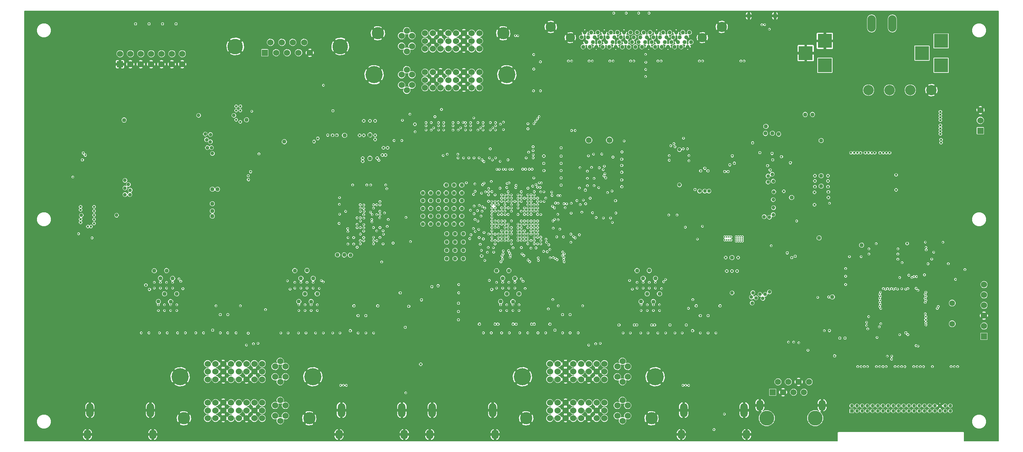
<source format=gbr>
G04 (created by PCBNEW (2013-07-07 BZR 4022)-stable) date 6/4/2014 10:32:15 AM*
%MOIN*%
G04 Gerber Fmt 3.4, Leading zero omitted, Abs format*
%FSLAX34Y34*%
G01*
G70*
G90*
G04 APERTURE LIST*
%ADD10C,0.00590551*%
%ADD11C,0.15*%
%ADD12R,0.06X0.06*%
%ADD13C,0.06*%
%ADD14C,0.1*%
%ADD15C,0.0393701*%
%ADD16C,0.0885827*%
%ADD17C,0.0984252*%
%ADD18C,0.1437*%
%ADD19R,0.0591X0.0591*%
%ADD20C,0.0591*%
%ADD21O,0.0669291X0.106299*%
%ADD22O,0.08X0.16*%
%ADD23C,0.165354*%
%ADD24C,0.11811*%
%ADD25O,0.0393701X0.06*%
%ADD26C,0.056*%
%ADD27C,0.04*%
%ADD28O,0.0708661X0.137795*%
%ADD29O,0.0708661X0.0925197*%
%ADD30R,0.1378X0.1378*%
%ADD31R,0.034X0.034*%
%ADD32C,0.034*%
%ADD33C,0.035*%
%ADD34C,0.024*%
%ADD35C,0.016*%
%ADD36C,0.02*%
%ADD37C,0.005*%
%ADD38C,0.01*%
%ADD39C,0.008*%
%ADD40C,0.007*%
%ADD41C,0.012*%
G04 APERTURE END LIST*
G54D10*
G54D11*
X39734Y-20815D03*
X29606Y-20815D03*
G54D12*
X32456Y-21422D03*
G54D13*
X33556Y-21422D03*
X34606Y-21422D03*
X35706Y-21422D03*
X36806Y-21422D03*
X33006Y-20422D03*
X34106Y-20422D03*
X35156Y-20422D03*
X36256Y-20422D03*
G54D14*
X90660Y-25030D03*
X92687Y-25030D03*
X94695Y-25030D03*
X96722Y-25030D03*
G54D15*
X63308Y-19472D03*
X63938Y-19472D03*
X64568Y-19472D03*
X65198Y-19472D03*
X65828Y-19472D03*
X66458Y-19472D03*
X67088Y-19472D03*
X67718Y-19472D03*
X68348Y-19472D03*
X68978Y-19472D03*
X69607Y-19472D03*
X70237Y-19472D03*
X70867Y-19472D03*
X71497Y-19472D03*
X72127Y-19472D03*
X72757Y-19472D03*
X73387Y-19472D03*
X73080Y-19924D03*
X72450Y-19924D03*
X71820Y-19924D03*
X71190Y-19924D03*
X70560Y-19924D03*
X69930Y-19924D03*
X69300Y-19924D03*
X68670Y-19924D03*
X68040Y-19924D03*
X67410Y-19924D03*
X66780Y-19924D03*
X66150Y-19924D03*
X65520Y-19924D03*
X64891Y-19924D03*
X64261Y-19924D03*
X63631Y-19924D03*
X63001Y-19924D03*
X63466Y-20397D03*
X64096Y-20397D03*
X64726Y-20397D03*
X65355Y-20397D03*
X65985Y-20397D03*
X66615Y-20397D03*
X67245Y-20397D03*
X67875Y-20397D03*
X68505Y-20397D03*
X69135Y-20397D03*
X69765Y-20397D03*
X70395Y-20397D03*
X71025Y-20397D03*
X71655Y-20397D03*
X72285Y-20397D03*
X72915Y-20397D03*
X73544Y-20397D03*
X73230Y-20850D03*
X72600Y-20850D03*
X71970Y-20850D03*
X71340Y-20850D03*
X70080Y-20850D03*
X68190Y-20850D03*
X67560Y-20850D03*
X66930Y-20850D03*
X66300Y-20850D03*
X65670Y-20850D03*
X65040Y-20850D03*
X64410Y-20850D03*
X63780Y-20850D03*
X63150Y-20850D03*
G54D16*
X74635Y-19964D03*
X61909Y-19964D03*
G54D17*
X60030Y-18930D03*
X76515Y-18930D03*
G54D15*
X70710Y-20850D03*
X68820Y-20850D03*
X69450Y-20850D03*
G54D18*
X85523Y-56698D03*
X80850Y-56698D03*
G54D19*
X81435Y-54198D03*
G54D20*
X81935Y-53198D03*
X82435Y-54198D03*
X82935Y-53198D03*
X83435Y-54198D03*
X83935Y-53198D03*
X84435Y-54198D03*
X84935Y-53198D03*
G54D21*
X80185Y-55454D03*
X86185Y-55454D03*
G54D22*
X90962Y-18600D03*
X92962Y-18600D03*
G54D13*
X59950Y-52950D03*
X60700Y-52950D03*
X61450Y-52950D03*
X62200Y-52950D03*
X62950Y-52950D03*
X63700Y-52950D03*
X64450Y-52950D03*
X65200Y-52950D03*
X59950Y-52200D03*
X60700Y-52200D03*
X61450Y-52200D03*
X62200Y-52200D03*
X62950Y-52200D03*
X63700Y-52200D03*
X64450Y-52200D03*
X65200Y-52200D03*
X60700Y-51450D03*
X61450Y-51450D03*
X62200Y-51450D03*
X62950Y-51450D03*
X63700Y-51450D03*
X59950Y-51450D03*
X64450Y-51450D03*
X65200Y-51450D03*
X59950Y-55210D03*
X60700Y-55210D03*
X61450Y-55210D03*
X62200Y-55210D03*
X62950Y-55210D03*
X63700Y-55210D03*
X64450Y-55210D03*
X65200Y-55210D03*
X59950Y-55960D03*
X60700Y-55960D03*
X61450Y-55960D03*
X62200Y-55960D03*
X62950Y-55960D03*
X63700Y-55960D03*
X64450Y-55960D03*
X65200Y-55960D03*
X59950Y-56710D03*
X60700Y-56710D03*
X61450Y-56710D03*
X62200Y-56710D03*
X62950Y-56710D03*
X63700Y-56710D03*
X64450Y-56710D03*
X65200Y-56710D03*
X66950Y-51206D03*
X66950Y-53194D03*
X66950Y-54966D03*
X66950Y-56954D03*
X66450Y-51706D03*
X67450Y-51706D03*
X66450Y-55466D03*
X67450Y-55466D03*
X66450Y-52706D03*
X66450Y-56466D03*
X67450Y-52706D03*
X67450Y-56466D03*
G54D23*
X70097Y-52706D03*
X57302Y-52706D03*
G54D24*
X57656Y-56710D03*
X69743Y-56710D03*
G54D25*
X81653Y-17862D03*
X79121Y-17862D03*
G54D26*
X63691Y-29852D03*
X65691Y-29852D03*
G54D27*
X50700Y-34200D03*
X48450Y-37200D03*
X49200Y-37200D03*
X48450Y-36450D03*
X50800Y-39700D03*
X49200Y-37950D03*
X51600Y-38900D03*
X49950Y-37200D03*
X51450Y-34950D03*
X50700Y-35700D03*
X51450Y-35700D03*
X51450Y-37200D03*
X49950Y-34950D03*
X51450Y-34200D03*
X49950Y-34200D03*
X49950Y-35700D03*
X50700Y-34950D03*
X50700Y-36450D03*
X48450Y-34950D03*
X50700Y-37950D03*
X49950Y-37950D03*
X49200Y-34950D03*
X51450Y-36450D03*
X49200Y-35700D03*
X49950Y-36450D03*
X47700Y-34950D03*
X51450Y-37950D03*
X50700Y-37200D03*
X50800Y-38900D03*
X50000Y-39700D03*
X51600Y-40500D03*
X51600Y-39700D03*
X50800Y-40500D03*
X47700Y-36450D03*
X47700Y-37200D03*
X49200Y-36450D03*
X48450Y-35700D03*
X47700Y-35700D03*
X49993Y-41296D03*
X50000Y-38900D03*
X50803Y-41301D03*
X50000Y-40500D03*
X51600Y-41300D03*
X47700Y-37950D03*
X48450Y-37950D03*
G54D13*
X53150Y-23300D03*
X52400Y-23300D03*
X51650Y-23300D03*
X50900Y-23300D03*
X50150Y-23300D03*
X49400Y-23300D03*
X48650Y-23300D03*
X47900Y-23300D03*
X53150Y-24050D03*
X52400Y-24050D03*
X51650Y-24050D03*
X50900Y-24050D03*
X50150Y-24050D03*
X49400Y-24050D03*
X48650Y-24050D03*
X47900Y-24050D03*
X52400Y-24800D03*
X51650Y-24800D03*
X50900Y-24800D03*
X50150Y-24800D03*
X49400Y-24800D03*
X53150Y-24800D03*
X48650Y-24800D03*
X47900Y-24800D03*
X53150Y-21040D03*
X52400Y-21040D03*
X51650Y-21040D03*
X50900Y-21040D03*
X50150Y-21040D03*
X49400Y-21040D03*
X48650Y-21040D03*
X47900Y-21040D03*
X53150Y-20290D03*
X52400Y-20290D03*
X51650Y-20290D03*
X50900Y-20290D03*
X50150Y-20290D03*
X49400Y-20290D03*
X48650Y-20290D03*
X47900Y-20290D03*
X53150Y-19540D03*
X52400Y-19540D03*
X51650Y-19540D03*
X50900Y-19540D03*
X50150Y-19540D03*
X49400Y-19540D03*
X48650Y-19540D03*
X47900Y-19540D03*
X46150Y-25044D03*
X46150Y-23056D03*
X46150Y-21284D03*
X46150Y-19296D03*
X46650Y-24544D03*
X45650Y-24544D03*
X46650Y-20784D03*
X45650Y-20784D03*
X46650Y-23544D03*
X46650Y-19784D03*
X45650Y-23544D03*
X45650Y-19784D03*
G54D23*
X43002Y-23544D03*
X55797Y-23544D03*
G54D24*
X55443Y-19540D03*
X43356Y-19540D03*
G54D13*
X26950Y-52950D03*
X27700Y-52950D03*
X28450Y-52950D03*
X29200Y-52950D03*
X29950Y-52950D03*
X30700Y-52950D03*
X31450Y-52950D03*
X32200Y-52950D03*
X26950Y-52200D03*
X27700Y-52200D03*
X28450Y-52200D03*
X29200Y-52200D03*
X29950Y-52200D03*
X30700Y-52200D03*
X31450Y-52200D03*
X32200Y-52200D03*
X27700Y-51450D03*
X28450Y-51450D03*
X29200Y-51450D03*
X29950Y-51450D03*
X30700Y-51450D03*
X26950Y-51450D03*
X31450Y-51450D03*
X32200Y-51450D03*
X26950Y-55210D03*
X27700Y-55210D03*
X28450Y-55210D03*
X29200Y-55210D03*
X29950Y-55210D03*
X30700Y-55210D03*
X31450Y-55210D03*
X32200Y-55210D03*
X26950Y-55960D03*
X27700Y-55960D03*
X28450Y-55960D03*
X29200Y-55960D03*
X29950Y-55960D03*
X30700Y-55960D03*
X31450Y-55960D03*
X32200Y-55960D03*
X26950Y-56710D03*
X27700Y-56710D03*
X28450Y-56710D03*
X29200Y-56710D03*
X29950Y-56710D03*
X30700Y-56710D03*
X31450Y-56710D03*
X32200Y-56710D03*
X33950Y-51206D03*
X33950Y-53194D03*
X33950Y-54966D03*
X33950Y-56954D03*
X33450Y-51706D03*
X34450Y-51706D03*
X33450Y-55466D03*
X34450Y-55466D03*
X33450Y-52706D03*
X33450Y-56466D03*
X34450Y-52706D03*
X34450Y-56466D03*
G54D23*
X37097Y-52706D03*
X24302Y-52706D03*
G54D24*
X24656Y-56710D03*
X36743Y-56710D03*
G54D28*
X21422Y-55926D03*
X15595Y-55926D03*
G54D29*
X21658Y-58272D03*
X15359Y-58272D03*
G54D28*
X45672Y-55926D03*
X39845Y-55926D03*
G54D29*
X45908Y-58272D03*
X39609Y-58272D03*
G54D28*
X78672Y-55926D03*
X72845Y-55926D03*
G54D29*
X78908Y-58272D03*
X72609Y-58272D03*
G54D28*
X54422Y-55926D03*
X48595Y-55926D03*
G54D29*
X54658Y-58272D03*
X48359Y-58272D03*
G54D30*
X97668Y-22641D03*
X97668Y-20279D03*
X95818Y-21460D03*
X86455Y-22641D03*
X86455Y-20279D03*
X84605Y-21460D03*
G54D12*
X18500Y-22525D03*
G54D13*
X18500Y-21525D03*
X19500Y-22525D03*
X19500Y-21525D03*
X20500Y-22525D03*
X20500Y-21525D03*
X21500Y-22525D03*
X21500Y-21525D03*
X22500Y-22525D03*
X22500Y-21525D03*
X23500Y-22525D03*
X23500Y-21525D03*
X24500Y-22525D03*
X24500Y-21525D03*
G54D12*
X101800Y-48800D03*
G54D13*
X101800Y-47800D03*
X101800Y-46800D03*
X101800Y-45800D03*
X101800Y-44800D03*
X101800Y-43800D03*
G54D26*
X98740Y-45584D03*
X98740Y-47584D03*
G54D12*
X101450Y-28950D03*
G54D13*
X101450Y-27950D03*
X101450Y-26950D03*
G54D31*
X89050Y-56000D03*
G54D32*
X89050Y-55500D03*
X89550Y-56000D03*
X89550Y-55500D03*
X90050Y-56000D03*
X90050Y-55500D03*
X90550Y-56000D03*
X90550Y-55500D03*
X91050Y-56000D03*
X91050Y-55500D03*
X91550Y-56000D03*
X91550Y-55500D03*
X92050Y-56000D03*
X92050Y-55500D03*
X92550Y-56000D03*
X92550Y-55500D03*
X93050Y-56000D03*
X93050Y-55500D03*
X93550Y-56000D03*
X93550Y-55500D03*
X94050Y-56000D03*
X94050Y-55500D03*
X94550Y-56000D03*
X94550Y-55500D03*
X95050Y-56000D03*
X95050Y-55500D03*
X95550Y-56000D03*
X95550Y-55500D03*
X96050Y-56000D03*
X96050Y-55500D03*
X96550Y-56000D03*
G54D33*
X96550Y-55500D03*
G54D32*
X97050Y-56000D03*
X97050Y-55500D03*
X97550Y-56000D03*
X97550Y-55500D03*
X98050Y-56000D03*
X98050Y-55500D03*
X98550Y-56000D03*
X98550Y-55500D03*
G54D34*
X82500Y-34800D03*
G54D27*
X90000Y-40000D03*
G54D35*
X84822Y-50144D03*
X58124Y-38609D03*
X62788Y-39000D03*
X65973Y-37805D03*
X94546Y-42894D03*
X65501Y-34925D03*
X74650Y-38177D03*
X96062Y-42860D03*
X67100Y-29943D03*
X58756Y-39870D03*
X80646Y-18711D03*
X62038Y-28932D03*
X62376Y-28932D03*
X80387Y-18719D03*
X95442Y-44358D03*
X53342Y-40500D03*
X65086Y-32712D03*
X88829Y-41106D03*
X93671Y-43126D03*
X53998Y-40217D03*
G54D36*
X66875Y-32950D03*
X21300Y-18636D03*
G54D35*
X95247Y-44165D03*
X66891Y-31000D03*
X59008Y-34429D03*
X58737Y-27803D03*
G54D36*
X23900Y-18635D03*
G54D35*
X95050Y-43032D03*
G54D36*
X66874Y-32300D03*
G54D35*
X58401Y-28275D03*
G54D36*
X20000Y-18636D03*
X66874Y-31699D03*
G54D35*
X58910Y-27584D03*
X95283Y-43031D03*
X59368Y-34846D03*
G54D36*
X61026Y-32100D03*
G54D35*
X57494Y-37664D03*
G54D36*
X59354Y-32100D03*
G54D35*
X57809Y-37664D03*
G54D36*
X61025Y-32798D03*
G54D35*
X58122Y-37664D03*
G54D36*
X59375Y-32798D03*
G54D35*
X57809Y-37035D03*
X58440Y-37663D03*
G54D36*
X61025Y-33499D03*
G54D35*
X58758Y-37661D03*
G54D36*
X61025Y-34200D03*
G54D35*
X60401Y-37508D03*
X61300Y-36000D03*
X57494Y-37979D03*
X60734Y-37547D03*
X62000Y-35957D03*
X65100Y-37378D03*
X57809Y-37979D03*
X58124Y-37979D03*
X65796Y-37374D03*
X63030Y-36814D03*
X58757Y-38925D03*
X64049Y-36867D03*
G54D36*
X61025Y-30600D03*
G54D35*
X58440Y-38925D03*
X60264Y-38354D03*
X64400Y-37329D03*
X58125Y-38294D03*
X58757Y-38296D03*
X63558Y-32850D03*
X62870Y-36091D03*
X64700Y-32529D03*
X60606Y-39200D03*
X57809Y-38294D03*
X41674Y-36741D03*
X55614Y-37044D03*
X55290Y-37035D03*
X42637Y-36808D03*
X43553Y-36731D03*
X54655Y-36090D03*
X42004Y-36125D03*
X54022Y-35140D03*
X55279Y-36400D03*
X43558Y-35787D03*
X54974Y-36725D03*
X42031Y-36737D03*
X55603Y-37972D03*
X43244Y-36094D03*
X41666Y-36418D03*
X54359Y-36100D03*
X42934Y-36416D03*
X54664Y-36720D03*
X41996Y-36441D03*
X54355Y-36729D03*
X43559Y-36106D03*
X55290Y-36714D03*
X41659Y-36096D03*
X52740Y-34800D03*
X42934Y-36096D03*
X52583Y-35100D03*
X53138Y-36153D03*
X43558Y-37047D03*
X43240Y-37047D03*
X53433Y-36283D03*
X43999Y-36884D03*
X52635Y-36225D03*
X41994Y-37051D03*
X54985Y-37659D03*
X55605Y-36720D03*
X43544Y-37351D03*
X41664Y-37361D03*
X53672Y-36416D03*
X54350Y-36409D03*
X41666Y-37674D03*
X41669Y-38301D03*
X53007Y-37670D03*
X43556Y-38298D03*
X52729Y-37520D03*
X41988Y-39261D03*
X53085Y-38472D03*
X52744Y-38674D03*
X42938Y-39236D03*
X43561Y-39250D03*
X52331Y-38998D03*
X41024Y-39266D03*
X53525Y-39394D03*
X43859Y-39871D03*
X52212Y-39364D03*
X41029Y-39890D03*
X53229Y-39918D03*
X41999Y-38006D03*
X52638Y-36964D03*
X42780Y-37748D03*
X52283Y-36625D03*
X53401Y-36722D03*
X44357Y-37525D03*
X52968Y-36664D03*
X41351Y-37986D03*
X54348Y-37344D03*
X43859Y-38611D03*
X41356Y-38305D03*
X53303Y-37183D03*
X41661Y-39550D03*
X54344Y-38294D03*
X52568Y-38383D03*
X43249Y-39561D03*
X54344Y-37664D03*
X43243Y-38616D03*
X41668Y-38935D03*
X54359Y-37964D03*
X41994Y-38636D03*
X54664Y-37974D03*
X41350Y-37359D03*
X55300Y-37659D03*
X54974Y-37974D03*
X42004Y-37386D03*
X54670Y-37655D03*
X42938Y-39866D03*
X41359Y-40196D03*
X53590Y-38777D03*
X41666Y-39867D03*
X53129Y-39261D03*
X54340Y-35770D03*
X42809Y-37051D03*
X56234Y-38610D03*
X57262Y-40846D03*
X56864Y-38294D03*
X57438Y-40995D03*
X58812Y-41226D03*
X57179Y-38609D03*
X57179Y-38294D03*
X58839Y-41478D03*
X61269Y-41382D03*
X57179Y-38925D03*
X61320Y-41595D03*
X56864Y-38609D03*
X57179Y-39553D03*
X61134Y-41018D03*
X57179Y-39240D03*
X61305Y-41175D03*
X61185Y-40658D03*
X57496Y-38924D03*
X61330Y-40844D03*
X57494Y-38609D03*
X60457Y-41277D03*
X56864Y-39553D03*
X60642Y-41394D03*
X56866Y-39240D03*
X59970Y-41214D03*
X57194Y-40227D03*
X60264Y-41190D03*
X57494Y-39553D03*
X55287Y-39551D03*
X55224Y-41595D03*
X55328Y-41045D03*
X55607Y-38918D03*
X55281Y-38612D03*
X55380Y-41328D03*
X55452Y-40544D03*
X55602Y-39557D03*
X55427Y-40836D03*
X55604Y-39242D03*
X56150Y-40954D03*
X55922Y-39552D03*
X56106Y-41151D03*
X55919Y-39234D03*
X55917Y-38922D03*
X55946Y-40535D03*
X55605Y-38610D03*
X56056Y-40752D03*
X55919Y-38610D03*
X57840Y-41435D03*
X55920Y-38290D03*
X58002Y-41596D03*
X54700Y-28163D03*
X55290Y-35145D03*
X54700Y-28476D03*
X54200Y-28163D03*
X53500Y-28162D03*
X53500Y-28477D03*
X55918Y-35459D03*
X53000Y-28162D03*
X52300Y-28475D03*
X52300Y-28163D03*
X57179Y-35146D03*
X51800Y-28476D03*
X51800Y-28162D03*
X57178Y-35461D03*
X50600Y-28164D03*
X50600Y-28477D03*
X58916Y-33980D03*
X57809Y-35144D03*
X51100Y-28162D03*
X48000Y-28160D03*
X56651Y-34437D03*
X48000Y-28477D03*
X48500Y-28162D03*
X49700Y-28164D03*
X56006Y-33983D03*
X56235Y-35146D03*
X49700Y-28477D03*
X49200Y-28164D03*
X49200Y-28477D03*
X55811Y-34043D03*
X56235Y-35459D03*
X46450Y-27350D03*
X58124Y-36090D03*
X60114Y-34878D03*
X49495Y-26900D03*
X60152Y-35196D03*
X59552Y-35456D03*
X45729Y-27940D03*
X55449Y-32675D03*
X55688Y-32676D03*
X54833Y-32675D03*
X55056Y-32675D03*
X57326Y-32661D03*
X57593Y-32661D03*
X57956Y-32660D03*
X58229Y-32660D03*
X56322Y-32675D03*
X59381Y-35779D03*
X56085Y-32675D03*
X58755Y-35774D03*
X55470Y-28124D03*
X56865Y-36092D03*
X58380Y-21600D03*
X60735Y-35951D03*
X58395Y-23000D03*
X57809Y-36405D03*
X60944Y-35216D03*
X58364Y-25100D03*
X58125Y-36405D03*
X60726Y-35214D03*
X60496Y-35930D03*
X67728Y-22221D03*
X68042Y-22224D03*
X65730Y-22222D03*
X66043Y-22224D03*
X63728Y-22222D03*
X64044Y-22222D03*
X61727Y-22223D03*
X62043Y-22223D03*
X78357Y-22221D03*
X78672Y-22222D03*
X74358Y-22218D03*
X74673Y-22223D03*
X70358Y-22221D03*
X70671Y-22222D03*
G54D36*
X22600Y-18634D03*
G54D35*
X94852Y-43123D03*
X58577Y-28040D03*
G54D36*
X66874Y-33700D03*
G54D35*
X58755Y-35459D03*
X46050Y-54250D03*
X30855Y-48500D03*
X62674Y-48466D03*
X59791Y-46151D03*
X61167Y-48464D03*
X61891Y-48465D03*
X42950Y-48473D03*
X41450Y-48474D03*
X42200Y-48475D03*
X73300Y-46096D03*
X75945Y-48474D03*
X74445Y-48473D03*
X75195Y-48473D03*
X29684Y-48464D03*
X28166Y-48464D03*
X28881Y-48464D03*
X56377Y-46306D03*
X56377Y-45752D03*
X57810Y-48462D03*
X59574Y-39418D03*
G54D27*
X56376Y-45449D03*
X56376Y-45449D03*
X55985Y-42452D03*
G54D35*
X55983Y-43586D03*
X55983Y-44141D03*
X57036Y-48462D03*
X59068Y-39558D03*
X55786Y-46306D03*
X55786Y-45751D03*
X58756Y-38610D03*
X56040Y-48463D03*
G54D27*
X55785Y-44694D03*
X55785Y-44694D03*
G54D35*
X55392Y-43586D03*
G54D27*
X55394Y-43184D03*
X55394Y-43184D03*
G54D35*
X58447Y-38617D03*
X55392Y-44140D03*
X55290Y-48463D03*
X55196Y-46306D03*
X59616Y-39726D03*
X55195Y-45751D03*
X54290Y-48464D03*
G54D27*
X55196Y-45446D03*
X55196Y-45446D03*
G54D35*
X54802Y-43586D03*
X54802Y-44141D03*
X53540Y-48463D03*
X59068Y-39872D03*
G54D27*
X54802Y-42470D03*
G54D35*
X62216Y-39177D03*
X57178Y-43254D03*
X57178Y-43254D03*
X56967Y-46306D03*
X58755Y-37976D03*
X56967Y-45751D03*
X59540Y-48463D03*
G54D27*
X56966Y-44693D03*
X56966Y-44693D03*
G54D35*
X56574Y-44141D03*
X58429Y-37977D03*
X56574Y-43586D03*
X58790Y-48463D03*
G54D27*
X56572Y-43208D03*
X56572Y-43208D03*
G54D35*
X60906Y-38451D03*
X62378Y-39301D03*
X57361Y-43489D03*
X57361Y-43489D03*
X61974Y-38934D03*
X57560Y-44182D03*
X69923Y-46308D03*
X69924Y-45752D03*
G54D27*
X69922Y-45447D03*
G54D35*
X71100Y-48472D03*
X60190Y-36240D03*
X60386Y-36398D03*
X69529Y-44141D03*
X69528Y-43589D03*
X70350Y-48472D03*
G54D27*
X69529Y-42446D03*
G54D35*
X69332Y-46307D03*
X58755Y-36090D03*
G54D27*
X69331Y-44695D03*
G54D35*
X69335Y-45751D03*
X69400Y-48474D03*
X68938Y-44142D03*
X58440Y-36090D03*
X68936Y-43583D03*
X68700Y-48473D03*
G54D27*
X68938Y-43198D03*
G54D35*
X68741Y-46308D03*
X58125Y-36720D03*
G54D27*
X68741Y-45445D03*
G54D35*
X68741Y-45751D03*
X67700Y-48474D03*
G54D27*
X68348Y-42450D03*
G54D35*
X57809Y-36720D03*
X68348Y-44141D03*
X68345Y-43584D03*
X67000Y-48473D03*
X70709Y-44187D03*
X58755Y-36405D03*
X70513Y-46305D03*
X70509Y-45748D03*
X72700Y-48473D03*
X58753Y-36720D03*
G54D27*
X70513Y-44692D03*
G54D35*
X58440Y-36720D03*
X70118Y-44140D03*
X70117Y-43583D03*
X72000Y-48472D03*
G54D27*
X70119Y-43199D03*
G54D35*
X61414Y-36382D03*
X60708Y-37022D03*
X70909Y-43527D03*
X71103Y-43303D03*
X57494Y-36720D03*
X54346Y-39551D03*
X36923Y-46306D03*
X36922Y-45751D03*
G54D27*
X36922Y-45447D03*
G54D35*
X38100Y-48472D03*
X54345Y-39243D03*
X36529Y-43586D03*
X36528Y-44141D03*
X37350Y-48473D03*
G54D27*
X36529Y-42446D03*
G54D35*
X36332Y-46307D03*
X53913Y-40689D03*
X36332Y-45751D03*
X36422Y-48471D03*
G54D27*
X36331Y-44695D03*
G54D35*
X35938Y-44141D03*
G54D27*
X35938Y-43198D03*
G54D35*
X35938Y-43586D03*
X35700Y-48473D03*
X54660Y-39554D03*
X35741Y-46306D03*
X35741Y-45751D03*
G54D27*
X35741Y-45445D03*
G54D35*
X54969Y-39561D03*
X34700Y-48473D03*
X35347Y-44141D03*
X35348Y-43587D03*
G54D27*
X35348Y-42450D03*
G54D35*
X54970Y-39246D03*
X34000Y-48471D03*
X37710Y-44177D03*
X55292Y-38925D03*
X37513Y-46306D03*
X37513Y-45752D03*
G54D27*
X37513Y-44692D03*
G54D35*
X39700Y-48474D03*
X56390Y-40254D03*
X56236Y-39557D03*
X37119Y-43586D03*
G54D27*
X37119Y-43199D03*
G54D35*
X37119Y-44140D03*
X39000Y-48473D03*
X54655Y-38928D03*
X37907Y-43410D03*
X58600Y-40260D03*
X38104Y-43549D03*
X58434Y-39864D03*
X23376Y-46307D03*
X23377Y-45751D03*
X24800Y-48463D03*
X58599Y-34137D03*
G54D27*
X23376Y-45449D03*
X23376Y-45449D03*
G54D35*
X22983Y-43585D03*
X22983Y-44141D03*
X24050Y-48465D03*
X58749Y-34398D03*
G54D27*
X22985Y-42452D03*
X22985Y-42452D03*
G54D35*
X22786Y-46307D03*
X53453Y-34167D03*
X22786Y-45751D03*
X23050Y-48464D03*
G54D27*
X22785Y-44694D03*
G54D35*
X22392Y-44140D03*
X53597Y-34012D03*
X22392Y-43586D03*
X22300Y-48464D03*
G54D27*
X22394Y-43184D03*
X22394Y-43184D03*
G54D35*
X22198Y-46306D03*
X54032Y-34517D03*
G54D27*
X22196Y-45446D03*
G54D35*
X22195Y-45751D03*
X21285Y-48465D03*
X21802Y-44140D03*
X21801Y-43586D03*
X54031Y-34831D03*
X20544Y-48463D03*
G54D27*
X21802Y-42470D03*
X21802Y-42470D03*
G54D35*
X24178Y-43254D03*
X54659Y-35774D03*
X23967Y-46306D03*
X58280Y-34294D03*
X23967Y-45752D03*
X26550Y-48463D03*
G54D27*
X23966Y-44693D03*
X23966Y-44693D03*
G54D35*
X23574Y-44144D03*
G54D27*
X23572Y-43208D03*
X23572Y-43208D03*
G54D35*
X23574Y-43586D03*
X25800Y-48464D03*
X58438Y-35146D03*
X56235Y-36405D03*
X55602Y-36092D03*
X24361Y-43489D03*
X24361Y-43489D03*
X54975Y-36090D03*
X24558Y-44199D03*
X96230Y-40456D03*
X91740Y-45916D03*
X98356Y-41786D03*
X91811Y-45329D03*
X94458Y-48635D03*
X93500Y-40350D03*
X91403Y-39850D03*
X93671Y-48636D03*
G54D34*
X43100Y-28000D03*
X42000Y-28000D03*
X42600Y-28000D03*
X42000Y-29400D03*
X41600Y-29400D03*
X43100Y-29800D03*
X43100Y-29400D03*
G54D35*
X93495Y-41350D03*
X58329Y-30876D03*
G54D27*
X40148Y-29396D03*
X42599Y-29348D03*
G54D34*
X39408Y-29382D03*
X39003Y-29382D03*
G54D36*
X38525Y-29375D03*
G54D35*
X90705Y-40850D03*
X58334Y-31274D03*
G54D33*
X26725Y-29265D03*
X27400Y-31140D03*
X27325Y-30590D03*
X26925Y-30590D03*
X26850Y-29815D03*
X27200Y-30015D03*
X27225Y-29315D03*
X26075Y-27465D03*
G54D35*
X97395Y-45916D03*
X96123Y-45128D03*
X98628Y-51725D03*
X98943Y-51724D03*
X96192Y-45326D03*
X99257Y-51725D03*
X96122Y-45522D03*
X91740Y-45129D03*
X89628Y-51725D03*
X90572Y-51725D03*
X91818Y-44538D03*
X91820Y-44930D03*
X89943Y-51726D03*
X90257Y-51725D03*
X91738Y-44735D03*
X91428Y-51725D03*
X92096Y-44186D03*
X92687Y-44241D03*
X92372Y-51725D03*
X91743Y-51725D03*
X92293Y-44241D03*
X92057Y-51726D03*
X92490Y-44187D03*
X93228Y-51723D03*
X92884Y-44187D03*
X93474Y-44241D03*
X94172Y-51726D03*
X93080Y-44241D03*
X93543Y-51724D03*
X93857Y-51725D03*
X93277Y-44187D03*
X95028Y-51723D03*
X94262Y-44242D03*
X96124Y-44735D03*
X95972Y-51726D03*
X95343Y-51725D03*
X94458Y-44188D03*
X95657Y-51725D03*
X96193Y-44538D03*
X96828Y-51725D03*
X96192Y-44931D03*
X99046Y-43299D03*
X96138Y-46620D03*
X89952Y-41106D03*
X58125Y-39555D03*
X59838Y-39966D03*
X91845Y-46113D03*
X96144Y-39710D03*
X91739Y-45522D03*
X56847Y-19779D03*
X97842Y-39720D03*
X96208Y-40214D03*
X91812Y-45719D03*
X96947Y-40676D03*
X56625Y-19775D03*
X83445Y-49353D03*
X95245Y-49698D03*
X82943Y-49352D03*
X95442Y-49746D03*
X90676Y-46899D03*
X58119Y-40285D03*
X58438Y-39240D03*
G54D36*
X48565Y-44006D03*
G54D35*
X59944Y-40418D03*
X96198Y-47692D03*
X97296Y-46110D03*
X96189Y-47489D03*
G54D36*
X51133Y-45600D03*
G54D35*
X57809Y-39238D03*
X59339Y-40599D03*
X57811Y-39555D03*
X59681Y-40632D03*
X51150Y-44600D03*
G54D36*
X96180Y-47198D03*
G54D35*
X76767Y-56302D03*
X90477Y-47753D03*
X75764Y-57798D03*
X90479Y-47440D03*
X86900Y-35950D03*
G54D34*
X85450Y-36100D03*
X85450Y-34900D03*
X86800Y-34850D03*
X86800Y-35400D03*
X85500Y-33300D03*
X85500Y-33800D03*
X85500Y-34350D03*
X86750Y-34350D03*
X86750Y-33800D03*
X86750Y-33300D03*
G54D36*
X86901Y-48246D03*
G54D27*
X86100Y-33300D03*
X86100Y-34300D03*
G54D36*
X73930Y-34625D03*
G54D33*
X74380Y-34775D03*
X74880Y-34775D03*
X75280Y-34775D03*
G54D36*
X74480Y-32825D03*
X75180Y-32825D03*
X74880Y-32575D03*
G54D33*
X72430Y-34175D03*
G54D36*
X87900Y-48968D03*
G54D33*
X18160Y-37105D03*
X18975Y-34490D03*
X18975Y-33740D03*
X19300Y-34140D03*
X19475Y-34690D03*
X19450Y-35115D03*
X18975Y-35115D03*
G54D35*
X43456Y-31800D03*
X91488Y-48909D03*
X83738Y-37666D03*
X90593Y-48081D03*
X31200Y-27075D03*
X91707Y-47884D03*
X72824Y-29675D03*
X91853Y-47591D03*
X15800Y-39300D03*
G54D34*
X97600Y-27665D03*
X97600Y-27390D03*
X97650Y-29815D03*
X97650Y-30090D03*
X97600Y-28440D03*
X97600Y-28715D03*
X97600Y-29265D03*
X97600Y-28990D03*
X97600Y-27940D03*
X97600Y-27115D03*
G54D33*
X79445Y-45585D03*
X79820Y-45085D03*
X77500Y-44600D03*
X79370Y-45010D03*
X79520Y-44585D03*
X80470Y-45135D03*
X81120Y-44510D03*
X80695Y-44735D03*
X80195Y-44735D03*
G54D34*
X92694Y-31080D03*
X92388Y-31080D03*
X91782Y-31082D03*
X92086Y-31080D03*
X88974Y-31080D03*
X89280Y-31078D03*
X89898Y-31084D03*
X89592Y-31078D03*
X90368Y-31078D03*
X90670Y-31078D03*
X91268Y-31080D03*
X90976Y-31080D03*
G54D35*
X57809Y-38924D03*
X56864Y-35461D03*
X54400Y-31779D03*
X55916Y-34835D03*
X54659Y-35144D03*
X51618Y-31577D03*
X55144Y-31907D03*
X57809Y-35774D03*
X58125Y-35144D03*
X55900Y-31765D03*
X55604Y-35146D03*
X52128Y-31577D03*
X55781Y-34428D03*
X53121Y-31577D03*
X52627Y-31577D03*
X56233Y-35774D03*
X56864Y-35146D03*
X54700Y-31577D03*
X56235Y-36090D03*
X53400Y-31760D03*
X49650Y-31337D03*
X55914Y-35781D03*
X54442Y-28677D03*
X55291Y-35462D03*
X53241Y-28677D03*
X55610Y-35461D03*
X59119Y-33981D03*
X51340Y-28677D03*
X57809Y-35461D03*
X48740Y-28677D03*
X56682Y-34233D03*
X55471Y-28837D03*
X56864Y-35775D03*
X51084Y-31577D03*
X55291Y-35775D03*
X54333Y-38917D03*
X53670Y-41469D03*
X58439Y-39555D03*
X54976Y-35782D03*
X58125Y-35459D03*
X54527Y-40670D03*
X55291Y-37979D03*
X54503Y-40246D03*
G54D36*
X46337Y-45900D03*
G54D35*
X58755Y-39240D03*
X58438Y-35461D03*
X57822Y-28273D03*
X57823Y-28761D03*
X57810Y-36090D03*
X62545Y-35700D03*
X58755Y-37033D03*
X60239Y-37659D03*
X57892Y-31024D03*
X57494Y-36405D03*
X54346Y-34831D03*
X52711Y-34086D03*
X54118Y-31576D03*
X56556Y-35769D03*
G54D34*
X41900Y-31900D03*
X41900Y-31600D03*
X44300Y-30600D03*
X43900Y-30600D03*
X44100Y-31300D03*
X43800Y-31300D03*
X43300Y-31600D03*
G54D35*
X58330Y-30494D03*
X93496Y-40850D03*
G54D27*
X42591Y-31617D03*
G54D35*
X42294Y-34186D03*
X42669Y-34185D03*
X40923Y-34186D03*
X44119Y-34188D03*
X46071Y-37323D03*
X39618Y-37898D03*
X39647Y-36053D03*
X39664Y-35407D03*
X54979Y-38290D03*
X39673Y-37006D03*
X53347Y-34977D03*
X54344Y-38609D03*
G54D27*
X34340Y-30010D03*
X30700Y-27900D03*
X40120Y-40940D03*
X39470Y-40930D03*
X40710Y-40960D03*
G54D34*
X30100Y-28100D03*
X29700Y-27900D03*
X29700Y-27000D03*
X29700Y-26600D03*
X30100Y-26600D03*
X30100Y-27000D03*
G54D35*
X44221Y-34552D03*
X90705Y-40350D03*
X58338Y-31560D03*
X40450Y-38400D03*
G54D33*
X29475Y-27465D03*
G54D34*
X37207Y-29994D03*
X37574Y-29689D03*
G54D35*
X54344Y-37034D03*
X54655Y-36400D03*
X40464Y-38681D03*
X40477Y-39274D03*
X40467Y-39884D03*
X43730Y-41618D03*
X40254Y-36736D03*
X46500Y-39658D03*
X44824Y-39800D03*
X41999Y-38321D03*
X54029Y-35766D03*
X54033Y-38920D03*
X54985Y-37044D03*
X42934Y-38301D03*
X42938Y-39556D03*
X41988Y-39571D03*
X44261Y-38188D03*
X43906Y-38941D03*
X54664Y-38290D03*
X84549Y-49335D03*
X82440Y-49383D03*
G54D27*
X59983Y-29540D03*
X60012Y-20502D03*
X99939Y-19425D03*
X98917Y-26635D03*
X79542Y-50019D03*
X49545Y-50016D03*
X100455Y-24990D03*
X99421Y-25032D03*
X95466Y-27587D03*
X20000Y-40000D03*
X10000Y-50000D03*
X10000Y-40000D03*
X10000Y-30000D03*
X10004Y-32499D03*
X9999Y-20001D03*
G54D35*
X32376Y-35028D03*
X13704Y-29766D03*
X85026Y-39754D03*
X95319Y-27167D03*
X94878Y-27153D03*
X94402Y-27153D03*
X94010Y-27230D03*
X94045Y-27699D03*
X94395Y-27923D03*
X95032Y-27888D03*
X95291Y-28119D03*
X95053Y-28434D03*
X94605Y-28399D03*
X94227Y-28427D03*
X94185Y-29309D03*
X94556Y-29540D03*
X95046Y-29715D03*
X95081Y-30660D03*
X95067Y-31003D03*
X94899Y-31290D03*
X94290Y-31003D03*
X93947Y-30471D03*
X93968Y-29897D03*
X93506Y-29897D03*
X93504Y-30345D03*
X93033Y-30324D03*
X93033Y-29835D03*
X92421Y-29820D03*
X91818Y-29826D03*
X91284Y-29838D03*
X90861Y-29847D03*
X90453Y-29856D03*
X89733Y-29862D03*
X89124Y-29850D03*
X89424Y-29842D03*
X92082Y-35502D03*
X92076Y-35292D03*
X92337Y-36642D03*
X92382Y-36330D03*
X92745Y-36306D03*
X90909Y-34083D03*
X90671Y-34182D03*
X90450Y-34220D03*
X90195Y-34223D03*
X89949Y-34227D03*
G54D33*
X12600Y-25200D03*
X12000Y-25200D03*
X11400Y-25200D03*
X13200Y-25800D03*
X13800Y-25800D03*
X14400Y-25800D03*
X9600Y-25800D03*
X10200Y-25800D03*
X10800Y-25800D03*
X12600Y-26400D03*
X12000Y-26400D03*
X11400Y-26400D03*
X14400Y-26400D03*
X13800Y-26400D03*
X13200Y-26400D03*
X9600Y-26400D03*
X10200Y-26400D03*
X10800Y-26400D03*
X12600Y-25800D03*
X12000Y-25800D03*
X11400Y-25800D03*
X13200Y-25200D03*
X13800Y-25200D03*
X14400Y-25200D03*
X9600Y-25200D03*
X10200Y-25200D03*
X10800Y-25200D03*
X16475Y-29965D03*
X16475Y-29390D03*
X16425Y-28715D03*
X16450Y-28115D03*
X16475Y-27465D03*
X15000Y-26400D03*
X15600Y-26400D03*
X16300Y-26400D03*
G54D35*
X58400Y-32878D03*
X79875Y-18705D03*
X82353Y-20049D03*
X83188Y-17624D03*
G54D33*
X13300Y-41000D03*
X12800Y-41000D03*
X12300Y-41000D03*
X11700Y-41000D03*
X11600Y-39700D03*
X12100Y-39700D03*
X13300Y-40400D03*
X12600Y-40400D03*
X12100Y-40400D03*
X11600Y-40400D03*
X11100Y-40400D03*
X10600Y-40300D03*
X10100Y-40300D03*
X10100Y-39700D03*
X10600Y-39700D03*
X11100Y-39700D03*
X10100Y-41000D03*
X10600Y-41000D03*
X11100Y-41000D03*
X12700Y-39700D03*
X13300Y-39700D03*
G54D35*
X79850Y-26600D03*
X80213Y-22778D03*
X65542Y-31664D03*
X97464Y-41307D03*
X65280Y-35388D03*
X96278Y-40992D03*
G54D36*
X88772Y-57399D03*
X98776Y-57406D03*
G54D35*
X36158Y-43526D03*
X23646Y-45651D03*
X35148Y-44230D03*
X35495Y-43393D03*
X35150Y-43498D03*
X35496Y-44297D03*
X23062Y-46460D03*
X23222Y-44313D03*
X35864Y-46498D03*
X55590Y-44212D03*
X56424Y-44412D03*
X54605Y-44248D03*
X54540Y-45465D03*
X36018Y-45619D03*
X69485Y-45468D03*
G54D36*
X23778Y-43500D03*
X23778Y-43500D03*
G54D35*
X21999Y-46569D03*
X21605Y-45713D03*
X37200Y-45638D03*
X37206Y-46423D03*
X36492Y-45572D03*
X35353Y-45660D03*
X36920Y-43463D03*
X36959Y-44306D03*
X36135Y-44221D03*
X55473Y-45617D03*
X55461Y-46456D03*
X55949Y-45543D03*
X56667Y-46422D03*
X54605Y-45708D03*
G54D36*
X31272Y-34536D03*
G54D35*
X30618Y-34629D03*
G54D36*
X14646Y-30210D03*
G54D35*
X15162Y-30070D03*
X84468Y-40772D03*
X84669Y-41289D03*
X44577Y-34561D03*
X43784Y-33383D03*
X48567Y-45360D03*
X56236Y-39236D03*
X53429Y-39074D03*
X69088Y-44408D03*
X68148Y-44230D03*
X68202Y-44577D03*
G54D36*
X94043Y-48585D03*
G54D35*
X94850Y-48581D03*
X61983Y-39219D03*
X54970Y-36400D03*
X56866Y-36720D03*
X54662Y-39239D03*
X22830Y-44352D03*
X21513Y-43475D03*
X58438Y-35777D03*
X58125Y-39240D03*
X58753Y-39555D03*
G54D34*
X70164Y-46443D03*
G54D35*
X51921Y-33541D03*
X40207Y-36299D03*
X55290Y-38294D03*
X59067Y-37982D03*
X60288Y-34120D03*
X22428Y-46478D03*
X68144Y-45429D03*
X68875Y-46553D03*
X53714Y-39869D03*
X34041Y-43444D03*
X47337Y-43373D03*
X57500Y-38300D03*
X67029Y-43405D03*
X53504Y-43423D03*
X20231Y-43077D03*
X19871Y-29315D03*
X90711Y-41350D03*
X72600Y-39413D03*
X71797Y-39415D03*
X84871Y-46141D03*
X26327Y-35315D03*
X57180Y-31223D03*
X55149Y-31223D03*
X53151Y-31223D03*
X52651Y-31223D03*
X51650Y-31223D03*
X57494Y-35144D03*
X53750Y-28150D03*
X76955Y-40500D03*
X60986Y-37502D03*
X73583Y-30094D03*
X82647Y-37667D03*
X20219Y-44277D03*
X33767Y-44243D03*
X66772Y-44245D03*
X53194Y-44280D03*
X35150Y-29846D03*
X31600Y-27700D03*
X14760Y-39700D03*
X57264Y-32898D03*
X57267Y-34102D03*
X59584Y-36493D03*
X48858Y-26200D03*
X65000Y-46805D03*
X64250Y-46805D03*
X65700Y-28300D03*
X63700Y-28300D03*
X53585Y-30373D03*
X100601Y-41600D03*
X100246Y-39300D03*
X93388Y-50184D03*
X93381Y-50790D03*
X91902Y-50499D03*
X92331Y-51228D03*
X57887Y-31784D03*
X57179Y-37036D03*
X55920Y-36714D03*
G54D36*
X78100Y-53400D03*
X77251Y-58536D03*
X77250Y-57062D03*
G54D35*
X73700Y-54094D03*
X49303Y-47138D03*
G54D36*
X75897Y-54594D03*
X74715Y-54605D03*
G54D35*
X53806Y-53200D03*
X52003Y-26892D03*
X48857Y-26900D03*
X94065Y-43107D03*
G54D36*
X96187Y-46310D03*
G54D35*
X97981Y-41999D03*
X46650Y-43900D03*
X54650Y-41394D03*
X46550Y-34300D03*
X41238Y-33383D03*
X45963Y-38088D03*
X38478Y-36752D03*
X38478Y-35400D03*
X38478Y-36050D03*
X38484Y-37450D03*
X38537Y-38100D03*
X58808Y-40265D03*
X59032Y-21600D03*
X59031Y-23699D03*
X59172Y-25799D03*
X87750Y-49650D03*
X72880Y-45250D03*
X59377Y-45249D03*
X63927Y-37341D03*
G54D36*
X87400Y-48975D03*
G54D35*
X89901Y-45883D03*
X91780Y-46725D03*
X91739Y-46506D03*
G54D34*
X94406Y-39095D03*
G54D35*
X64650Y-33817D03*
X62862Y-33150D03*
X65291Y-32711D03*
X64150Y-32245D03*
X63628Y-32257D03*
X63350Y-32231D03*
X62771Y-31607D03*
X64104Y-35451D03*
X62816Y-33900D03*
X62806Y-34252D03*
X62525Y-34823D03*
X65231Y-34265D03*
G54D33*
X17250Y-30065D03*
X17025Y-31440D03*
X16500Y-31440D03*
X16525Y-30990D03*
X16975Y-30990D03*
X16525Y-30540D03*
X17000Y-30540D03*
X17025Y-31890D03*
X16500Y-31890D03*
X16500Y-32440D03*
X17200Y-32465D03*
X17200Y-32915D03*
X16450Y-32915D03*
X17175Y-33315D03*
X17175Y-33890D03*
X17175Y-35065D03*
X17150Y-34540D03*
G54D36*
X100193Y-47580D03*
X100205Y-45580D03*
G54D35*
X66895Y-34995D03*
X53747Y-34475D03*
X58755Y-35144D03*
X56235Y-37977D03*
X56864Y-37662D03*
X56553Y-37348D03*
X58442Y-37033D03*
X59850Y-39150D03*
X55288Y-39870D03*
G54D34*
X91762Y-34069D03*
X92069Y-34054D03*
X92337Y-34050D03*
X92069Y-33534D03*
X92337Y-33530D03*
X91766Y-33526D03*
X91443Y-34058D03*
X91443Y-33526D03*
X94450Y-32865D03*
X95550Y-32865D03*
X95275Y-32865D03*
X94725Y-32865D03*
X95000Y-32865D03*
G54D33*
X79730Y-36975D03*
X74030Y-37350D03*
X75205Y-37325D03*
X76430Y-37275D03*
X79280Y-34875D03*
X79280Y-36250D03*
X78655Y-36125D03*
X78855Y-36625D03*
X77655Y-36625D03*
X76730Y-36475D03*
X77105Y-35550D03*
X78005Y-35750D03*
X78780Y-35575D03*
X79105Y-34400D03*
X79855Y-32250D03*
X79555Y-33600D03*
X79855Y-33300D03*
X79030Y-33050D03*
X79530Y-33050D03*
X79530Y-32525D03*
X79505Y-32050D03*
X79030Y-32050D03*
X79030Y-32525D03*
X79030Y-33600D03*
X28825Y-34590D03*
X29750Y-34690D03*
X29800Y-35365D03*
X29800Y-36040D03*
X29800Y-36715D03*
X29800Y-37215D03*
X29500Y-33690D03*
X29500Y-34140D03*
X29050Y-34140D03*
X29050Y-33690D03*
X29525Y-32665D03*
X29550Y-33165D03*
X29050Y-33165D03*
X29025Y-32665D03*
X29025Y-30365D03*
X28975Y-30990D03*
X28975Y-31465D03*
X29550Y-31465D03*
X29550Y-31940D03*
X28975Y-31940D03*
X29150Y-29265D03*
X29050Y-29690D03*
X87045Y-42385D03*
X86470Y-42385D03*
X85995Y-42410D03*
X85120Y-42460D03*
X84495Y-43210D03*
X84570Y-42460D03*
X82970Y-42560D03*
X83470Y-42560D03*
X83470Y-43035D03*
X83920Y-43035D03*
X83920Y-42585D03*
X82570Y-43085D03*
X82570Y-42585D03*
X82970Y-43035D03*
X79595Y-42910D03*
X79995Y-42985D03*
X80670Y-42910D03*
X81195Y-43010D03*
X81620Y-43060D03*
X81645Y-42510D03*
X82095Y-42510D03*
X82070Y-43085D03*
X39200Y-28275D03*
X39800Y-28275D03*
X40450Y-28275D03*
X40450Y-27750D03*
X40025Y-27775D03*
X39475Y-27775D03*
X38850Y-27600D03*
X38700Y-25825D03*
X40050Y-26300D03*
X38675Y-26550D03*
X38452Y-28278D03*
X38025Y-28275D03*
X36650Y-27525D03*
X36225Y-26900D03*
X36425Y-28000D03*
X37025Y-28325D03*
X37575Y-28250D03*
X40575Y-27025D03*
X36325Y-31050D03*
X36800Y-31150D03*
X37575Y-31125D03*
X38050Y-31125D03*
X38525Y-31125D03*
X39275Y-31100D03*
X40025Y-31100D03*
X36329Y-25749D03*
G54D36*
X82388Y-32421D03*
X82504Y-30744D03*
G54D35*
X57179Y-36090D03*
X55926Y-37659D03*
G54D36*
X75950Y-46800D03*
G54D35*
X22159Y-44250D03*
G54D36*
X22159Y-44250D03*
X23766Y-44274D03*
X23766Y-44274D03*
X42950Y-46800D03*
G54D35*
X37317Y-44266D03*
X37317Y-43502D03*
G54D36*
X32876Y-46399D03*
X19450Y-46398D03*
X29673Y-46698D03*
X16873Y-54599D03*
X17466Y-54603D03*
X18056Y-54593D03*
X18646Y-54601D03*
X19829Y-54604D03*
X16873Y-56202D03*
X17465Y-56202D03*
X18056Y-56199D03*
X18646Y-56201D03*
X19829Y-56201D03*
X41124Y-54608D03*
X41715Y-54605D03*
X42306Y-54597D03*
X42897Y-54594D03*
X44079Y-54600D03*
X41124Y-56205D03*
X41715Y-56211D03*
X42305Y-56207D03*
X42898Y-56208D03*
X44079Y-56206D03*
X62673Y-46698D03*
X65876Y-46399D03*
X52450Y-46398D03*
X75305Y-56207D03*
X77079Y-54600D03*
X75306Y-54597D03*
X74124Y-54608D03*
G54D35*
X69766Y-44235D03*
X69759Y-43512D03*
G54D36*
X55149Y-43476D03*
X55159Y-44250D03*
X54604Y-43477D03*
X56766Y-44274D03*
X56778Y-43500D03*
G54D35*
X68149Y-45655D03*
X68150Y-43498D03*
X70317Y-43502D03*
X70317Y-44266D03*
G54D36*
X56778Y-43500D03*
X56766Y-44274D03*
X54604Y-43477D03*
X55159Y-44250D03*
X55149Y-43476D03*
X52829Y-56201D03*
X51646Y-56201D03*
X51056Y-56199D03*
X50465Y-56202D03*
X49873Y-56202D03*
X52829Y-54604D03*
X51646Y-54601D03*
X51056Y-54593D03*
X50466Y-54603D03*
X49873Y-54599D03*
G54D35*
X54655Y-37035D03*
X52986Y-34485D03*
X45718Y-39644D03*
X44266Y-39994D03*
X45562Y-39820D03*
X54033Y-36407D03*
X53396Y-37981D03*
X39917Y-39517D03*
X42342Y-38946D03*
X41664Y-38621D03*
X41999Y-37696D03*
X43242Y-37362D03*
X43556Y-37675D03*
X42625Y-38610D03*
X43243Y-39246D03*
X41664Y-39246D03*
X41988Y-38946D03*
X41988Y-40206D03*
X43559Y-39875D03*
X42938Y-40181D03*
X43549Y-38616D03*
X41017Y-35754D03*
X41661Y-38001D03*
X41353Y-39883D03*
X39906Y-40103D03*
X39911Y-38927D03*
X40092Y-38427D03*
X40239Y-37808D03*
X44007Y-36254D03*
X43374Y-41155D03*
X42274Y-40444D03*
X35149Y-45655D03*
X57182Y-39868D03*
X63557Y-34250D03*
X65148Y-33302D03*
X72200Y-37088D03*
X93900Y-41683D03*
X65252Y-33105D03*
G54D36*
X66274Y-35700D03*
G54D35*
X63165Y-35646D03*
X63390Y-35999D03*
X64650Y-34445D03*
G54D36*
X65326Y-33498D03*
G54D35*
X66027Y-31496D03*
X73000Y-38267D03*
X66308Y-36901D03*
X81108Y-19152D03*
X71400Y-37089D03*
X63560Y-33549D03*
X63830Y-35465D03*
X42769Y-37522D03*
G54D36*
X77530Y-31375D03*
X81430Y-31762D03*
X82269Y-31460D03*
X77293Y-32243D03*
X83134Y-32041D03*
X77728Y-32088D03*
X80187Y-31066D03*
X81180Y-32745D03*
X81366Y-31145D03*
X77122Y-32893D03*
X76804Y-32894D03*
X39025Y-27025D03*
G54D27*
X86100Y-29900D03*
X85264Y-27381D03*
X84560Y-27383D03*
G54D36*
X14872Y-31766D03*
X15144Y-31313D03*
G54D34*
X93325Y-34665D03*
X93326Y-33213D03*
G54D36*
X14952Y-31101D03*
X83265Y-41203D03*
X83597Y-41066D03*
X82832Y-40740D03*
X30859Y-33301D03*
X30882Y-33673D03*
X31085Y-32908D03*
G54D35*
X63682Y-49644D03*
X64359Y-49524D03*
X73318Y-53532D03*
X64800Y-49470D03*
X72768Y-53529D03*
X73036Y-53521D03*
X31359Y-49524D03*
X30682Y-49644D03*
X40318Y-53532D03*
X31800Y-49470D03*
X40036Y-53521D03*
X39768Y-53529D03*
X45672Y-29899D03*
X44919Y-29900D03*
G54D27*
X27400Y-37200D03*
G54D36*
X79485Y-30121D03*
G54D27*
X27900Y-34600D03*
X27400Y-36000D03*
X27400Y-34600D03*
X80769Y-28527D03*
X80721Y-29210D03*
X81999Y-29277D03*
X87170Y-45000D03*
G54D35*
X86820Y-45000D03*
X85770Y-45040D03*
G54D27*
X85900Y-39300D03*
X81400Y-29200D03*
G54D35*
X86400Y-48255D03*
X31890Y-31190D03*
G54D33*
X80980Y-33900D03*
X80980Y-33325D03*
X81380Y-33150D03*
G54D35*
X81278Y-40050D03*
X13948Y-33422D03*
G54D27*
X18890Y-27920D03*
X27400Y-36700D03*
G54D33*
X81480Y-33825D03*
X81530Y-34850D03*
G54D27*
X83250Y-35400D03*
G54D33*
X81480Y-35600D03*
X81505Y-36375D03*
X81480Y-37050D03*
X81105Y-37300D03*
X80605Y-37250D03*
G54D36*
X80934Y-32326D03*
G54D35*
X78500Y-39400D03*
X78300Y-39600D03*
X77900Y-39600D03*
X78100Y-39400D03*
X78300Y-39200D03*
X77900Y-39200D03*
X77400Y-39200D03*
X78100Y-39200D03*
X78300Y-39400D03*
X77900Y-39400D03*
X78100Y-39600D03*
X78500Y-39600D03*
X78500Y-39200D03*
X77000Y-39500D03*
X76800Y-39200D03*
X77200Y-39200D03*
X77400Y-39500D03*
X77000Y-39200D03*
X76800Y-39500D03*
X77200Y-39500D03*
X55606Y-38280D03*
X57180Y-37980D03*
G54D34*
X76900Y-41200D03*
X77000Y-42500D03*
X78000Y-42500D03*
X78100Y-41200D03*
X77500Y-42500D03*
G54D35*
X61965Y-39724D03*
X50045Y-31223D03*
X53580Y-31932D03*
X55922Y-35147D03*
X55134Y-34501D03*
X57826Y-34498D03*
X57180Y-34830D03*
X55610Y-35780D03*
X57494Y-35461D03*
X56237Y-36720D03*
X56864Y-37035D03*
G54D27*
X77500Y-41200D03*
G54D35*
X55600Y-36400D03*
X57179Y-36720D03*
X57179Y-37664D03*
X57179Y-35774D03*
X55917Y-37976D03*
X55914Y-37029D03*
X56240Y-37659D03*
X56864Y-37977D03*
X83943Y-49419D03*
X61250Y-39200D03*
G54D34*
X53358Y-41042D03*
G54D36*
X76350Y-45850D03*
G54D35*
X74169Y-39413D03*
X99962Y-42350D03*
X69165Y-23720D03*
X69165Y-21582D03*
X69500Y-17600D03*
X66100Y-17600D03*
X65194Y-32376D03*
X64952Y-31202D03*
X64150Y-31204D03*
X63657Y-31377D03*
X65939Y-34769D03*
X96756Y-41340D03*
X73350Y-31850D03*
X73350Y-31350D03*
X71450Y-31800D03*
X71450Y-31350D03*
X73200Y-30700D03*
X72800Y-30700D03*
X71600Y-30400D03*
X71900Y-30200D03*
X72000Y-30500D03*
G54D36*
X47565Y-45277D03*
G54D35*
X63957Y-32486D03*
X56864Y-36405D03*
X54981Y-38919D03*
X55284Y-39243D03*
X56234Y-38294D03*
X38110Y-24560D03*
X59037Y-25100D03*
X59031Y-22300D03*
X51891Y-33972D03*
X55923Y-36401D03*
X58435Y-38294D03*
X51575Y-28138D03*
X55168Y-28323D03*
X61991Y-36909D03*
X58435Y-34830D03*
X34888Y-44244D03*
X67888Y-44244D03*
X61556Y-36003D03*
X59063Y-39232D03*
X58438Y-36405D03*
X56866Y-38925D03*
X56240Y-39869D03*
X57494Y-37033D03*
X55605Y-37664D03*
X58125Y-35774D03*
X58393Y-33505D03*
X54197Y-30699D03*
X88455Y-43800D03*
X88455Y-43000D03*
X88456Y-42250D03*
X92881Y-51000D03*
X92906Y-50712D03*
X92475Y-50714D03*
X57655Y-31577D03*
X57494Y-39240D03*
X52300Y-28879D03*
X57812Y-39866D03*
X51070Y-31223D03*
X54291Y-33849D03*
G54D33*
X72430Y-30775D03*
G54D35*
X52604Y-27713D03*
X48857Y-27600D03*
X93868Y-44212D03*
G54D36*
X94261Y-48459D03*
X96189Y-46901D03*
G54D35*
X96400Y-41796D03*
X51150Y-43800D03*
G54D36*
X45514Y-44600D03*
X87401Y-50687D03*
X66876Y-34350D03*
X49168Y-43914D03*
X46000Y-47927D03*
X51127Y-47200D03*
X51127Y-46400D03*
G54D34*
X94401Y-39845D03*
G54D35*
X62843Y-32514D03*
X62794Y-34482D03*
X64207Y-34250D03*
X64207Y-33550D03*
X49700Y-28879D03*
X49200Y-28879D03*
X48500Y-28883D03*
X48000Y-28880D03*
X50600Y-28883D03*
X51100Y-28881D03*
X51800Y-28878D03*
X53000Y-28882D03*
X53500Y-28879D03*
X54200Y-28880D03*
X54701Y-28879D03*
X59067Y-37038D03*
X53736Y-34851D03*
X59066Y-35779D03*
X59052Y-34847D03*
X58124Y-38925D03*
X54659Y-39870D03*
X56238Y-38918D03*
X58124Y-37035D03*
G54D36*
X61025Y-31400D03*
G54D34*
X59356Y-31400D03*
G54D36*
X63361Y-34688D03*
X40702Y-48248D03*
X43350Y-45850D03*
X41050Y-45850D03*
G54D35*
X27750Y-45850D03*
X30100Y-45850D03*
G54D36*
X27429Y-48205D03*
G54D35*
X63100Y-45850D03*
X60750Y-45850D03*
G54D36*
X74050Y-45850D03*
X73092Y-47700D03*
X71524Y-47701D03*
X70038Y-47700D03*
X69763Y-47702D03*
X68313Y-47698D03*
X68088Y-47700D03*
X66608Y-47702D03*
X73702Y-48248D03*
X54338Y-44278D03*
X54338Y-44278D03*
X53148Y-47619D03*
X54672Y-47622D03*
X54940Y-47622D03*
X56406Y-47619D03*
X56679Y-47624D03*
X58185Y-47622D03*
X58432Y-47621D03*
X59949Y-47622D03*
X60429Y-48205D03*
X21338Y-44278D03*
X21338Y-44278D03*
G54D34*
X14700Y-37800D03*
X14700Y-37500D03*
G54D35*
X14500Y-38900D03*
X68500Y-17600D03*
X60228Y-45249D03*
X46950Y-29050D03*
G54D34*
X46935Y-28323D03*
G54D35*
X67300Y-17600D03*
X67628Y-43405D03*
X69197Y-22338D03*
X69179Y-23036D03*
G54D34*
X14700Y-36300D03*
X14700Y-36600D03*
X15700Y-38200D03*
X15400Y-38200D03*
X16000Y-37900D03*
X16000Y-37500D03*
X16000Y-36300D03*
X16000Y-36700D03*
X16000Y-37100D03*
G54D35*
X73729Y-45250D03*
G54D34*
X47487Y-51498D03*
G54D35*
X54104Y-43394D03*
X34641Y-43443D03*
G54D34*
X20997Y-43851D03*
G54D36*
X28891Y-46704D03*
X28167Y-46705D03*
G54D35*
X32527Y-46218D03*
G54D36*
X42200Y-46800D03*
X41450Y-46800D03*
X61167Y-46705D03*
X61891Y-46704D03*
X74450Y-46800D03*
X75200Y-46800D03*
X88400Y-48967D03*
G54D33*
X14760Y-37105D03*
G54D37*
X92751Y-36294D02*
X92672Y-36294D01*
X92745Y-36306D02*
X92751Y-36300D01*
X92751Y-36300D02*
X92751Y-36294D01*
X92082Y-35704D02*
X92082Y-35502D01*
X92082Y-35502D02*
X92082Y-35490D01*
X92672Y-36294D02*
X92082Y-35704D01*
X11400Y-25200D02*
X10800Y-25200D01*
X14400Y-25800D02*
X14400Y-25200D01*
X10800Y-25800D02*
X11400Y-25800D01*
X11400Y-26400D02*
X10800Y-26400D01*
X15000Y-26400D02*
X14400Y-26400D01*
X13200Y-26400D02*
X12600Y-26400D01*
X9600Y-26400D02*
X9600Y-25800D01*
X12600Y-25800D02*
X13200Y-25800D01*
X13200Y-25200D02*
X12600Y-25200D01*
X15000Y-26400D02*
X14900Y-26400D01*
G54D38*
X11700Y-41000D02*
X11100Y-41000D01*
X13300Y-41000D02*
X13400Y-41000D01*
X13400Y-41000D02*
X12800Y-41000D01*
X13200Y-39700D02*
X12700Y-39700D01*
G54D39*
X73230Y-20850D02*
X73230Y-20074D01*
X73230Y-20074D02*
X73080Y-19924D01*
X72285Y-20397D02*
X72285Y-20335D01*
X72127Y-20177D02*
X72127Y-19472D01*
X72285Y-20335D02*
X72127Y-20177D01*
X70395Y-20397D02*
X70395Y-20205D01*
X70237Y-20047D02*
X70237Y-19472D01*
X70395Y-20205D02*
X70237Y-20047D01*
X64410Y-20850D02*
X64410Y-20073D01*
X64410Y-20073D02*
X64261Y-19924D01*
G54D40*
X63466Y-20397D02*
X63466Y-20239D01*
X63308Y-20081D02*
X63308Y-19472D01*
X63466Y-20239D02*
X63308Y-20081D01*
X71190Y-19924D02*
X71190Y-19268D01*
X71801Y-19146D02*
X72127Y-19472D01*
X71313Y-19146D02*
X71801Y-19146D01*
X71190Y-19268D02*
X71313Y-19146D01*
X69300Y-19924D02*
X69300Y-19298D01*
X69923Y-19158D02*
X70237Y-19472D01*
X69441Y-19158D02*
X69923Y-19158D01*
X69300Y-19298D02*
X69441Y-19158D01*
X69450Y-20850D02*
X69450Y-20074D01*
X69450Y-20074D02*
X69300Y-19924D01*
X65355Y-20397D02*
X65355Y-20202D01*
X65198Y-20045D02*
X65198Y-19472D01*
X65355Y-20202D02*
X65198Y-20045D01*
X66300Y-20850D02*
X66300Y-20073D01*
X66300Y-20073D02*
X66150Y-19924D01*
X67245Y-20397D02*
X67245Y-20234D01*
X67088Y-20077D02*
X67088Y-19472D01*
X67245Y-20234D02*
X67088Y-20077D01*
G54D39*
X65291Y-32711D02*
X65497Y-32711D01*
X65561Y-31653D02*
X65542Y-31664D01*
X65646Y-31738D02*
X65561Y-31653D01*
X65646Y-32562D02*
X65646Y-31738D01*
X65497Y-32711D02*
X65646Y-32562D01*
G54D41*
X35148Y-44230D02*
X35202Y-44284D01*
X35202Y-44284D02*
X35202Y-44618D01*
X35495Y-43393D02*
X35490Y-43388D01*
X35490Y-43388D02*
X35490Y-43034D01*
X35150Y-43498D02*
X35180Y-43468D01*
X35180Y-43468D02*
X35180Y-43061D01*
X35496Y-44297D02*
X35454Y-44339D01*
X35454Y-44339D02*
X35454Y-44703D01*
X23062Y-46460D02*
X23154Y-46552D01*
X23154Y-46552D02*
X23154Y-46806D01*
G54D10*
G36*
X65495Y-20402D02*
X65361Y-20537D01*
X65355Y-20531D01*
X65350Y-20537D01*
X65221Y-20408D01*
X65216Y-20402D01*
X65221Y-20397D01*
X65089Y-20265D01*
X65046Y-20289D01*
X65028Y-20416D01*
X65046Y-20505D01*
X65089Y-20528D01*
X65057Y-20561D01*
X65073Y-20578D01*
X64986Y-20578D01*
X64889Y-20617D01*
X64956Y-20551D01*
X64997Y-20451D01*
X64997Y-20343D01*
X64956Y-20243D01*
X64909Y-20196D01*
X64944Y-20196D01*
X65044Y-20155D01*
X65121Y-20078D01*
X65162Y-19979D01*
X65162Y-19870D01*
X65128Y-19787D01*
X65217Y-19799D01*
X65284Y-19786D01*
X65249Y-19870D01*
X65249Y-19978D01*
X65290Y-20078D01*
X65290Y-20078D01*
X65248Y-20087D01*
X65224Y-20131D01*
X65355Y-20262D01*
X65361Y-20257D01*
X65495Y-20391D01*
X65490Y-20397D01*
X65495Y-20402D01*
X65495Y-20402D01*
G37*
G54D37*
X65495Y-20402D02*
X65361Y-20537D01*
X65355Y-20531D01*
X65350Y-20537D01*
X65221Y-20408D01*
X65216Y-20402D01*
X65221Y-20397D01*
X65089Y-20265D01*
X65046Y-20289D01*
X65028Y-20416D01*
X65046Y-20505D01*
X65089Y-20528D01*
X65057Y-20561D01*
X65073Y-20578D01*
X64986Y-20578D01*
X64889Y-20617D01*
X64956Y-20551D01*
X64997Y-20451D01*
X64997Y-20343D01*
X64956Y-20243D01*
X64909Y-20196D01*
X64944Y-20196D01*
X65044Y-20155D01*
X65121Y-20078D01*
X65162Y-19979D01*
X65162Y-19870D01*
X65128Y-19787D01*
X65217Y-19799D01*
X65284Y-19786D01*
X65249Y-19870D01*
X65249Y-19978D01*
X65290Y-20078D01*
X65290Y-20078D01*
X65248Y-20087D01*
X65224Y-20131D01*
X65355Y-20262D01*
X65361Y-20257D01*
X65495Y-20391D01*
X65490Y-20397D01*
X65495Y-20402D01*
G54D10*
G36*
X67385Y-20402D02*
X67251Y-20537D01*
X67245Y-20531D01*
X67240Y-20537D01*
X67111Y-20408D01*
X67105Y-20402D01*
X67111Y-20397D01*
X66979Y-20265D01*
X66935Y-20289D01*
X66918Y-20416D01*
X66935Y-20505D01*
X66979Y-20528D01*
X66946Y-20561D01*
X66963Y-20578D01*
X66876Y-20578D01*
X66779Y-20618D01*
X66846Y-20551D01*
X66887Y-20451D01*
X66887Y-20343D01*
X66846Y-20243D01*
X66799Y-20196D01*
X66834Y-20196D01*
X66934Y-20155D01*
X67011Y-20078D01*
X67052Y-19979D01*
X67052Y-19870D01*
X67018Y-19787D01*
X67107Y-19799D01*
X67173Y-19786D01*
X67138Y-19870D01*
X67138Y-19978D01*
X67180Y-20078D01*
X67180Y-20078D01*
X67137Y-20087D01*
X67114Y-20131D01*
X67245Y-20262D01*
X67251Y-20257D01*
X67385Y-20391D01*
X67380Y-20397D01*
X67385Y-20402D01*
X67385Y-20402D01*
G37*
G54D37*
X67385Y-20402D02*
X67251Y-20537D01*
X67245Y-20531D01*
X67240Y-20537D01*
X67111Y-20408D01*
X67105Y-20402D01*
X67111Y-20397D01*
X66979Y-20265D01*
X66935Y-20289D01*
X66918Y-20416D01*
X66935Y-20505D01*
X66979Y-20528D01*
X66946Y-20561D01*
X66963Y-20578D01*
X66876Y-20578D01*
X66779Y-20618D01*
X66846Y-20551D01*
X66887Y-20451D01*
X66887Y-20343D01*
X66846Y-20243D01*
X66799Y-20196D01*
X66834Y-20196D01*
X66934Y-20155D01*
X67011Y-20078D01*
X67052Y-19979D01*
X67052Y-19870D01*
X67018Y-19787D01*
X67107Y-19799D01*
X67173Y-19786D01*
X67138Y-19870D01*
X67138Y-19978D01*
X67180Y-20078D01*
X67180Y-20078D01*
X67137Y-20087D01*
X67114Y-20131D01*
X67245Y-20262D01*
X67251Y-20257D01*
X67385Y-20391D01*
X67380Y-20397D01*
X67385Y-20402D01*
G54D10*
G36*
X70535Y-20402D02*
X70400Y-20537D01*
X70395Y-20531D01*
X70389Y-20537D01*
X70261Y-20408D01*
X70255Y-20402D01*
X70261Y-20397D01*
X70129Y-20265D01*
X70085Y-20289D01*
X70067Y-20416D01*
X70085Y-20505D01*
X70129Y-20528D01*
X70096Y-20561D01*
X70112Y-20578D01*
X70026Y-20578D01*
X69928Y-20618D01*
X69995Y-20551D01*
X70037Y-20451D01*
X70037Y-20343D01*
X69996Y-20243D01*
X69949Y-20196D01*
X69984Y-20196D01*
X70084Y-20155D01*
X70160Y-20078D01*
X70202Y-19979D01*
X70202Y-19870D01*
X70167Y-19787D01*
X70256Y-19799D01*
X70323Y-19786D01*
X70288Y-19870D01*
X70288Y-19978D01*
X70329Y-20078D01*
X70329Y-20078D01*
X70287Y-20087D01*
X70263Y-20131D01*
X70395Y-20262D01*
X70400Y-20257D01*
X70535Y-20391D01*
X70529Y-20397D01*
X70535Y-20402D01*
X70535Y-20402D01*
G37*
G54D37*
X70535Y-20402D02*
X70400Y-20537D01*
X70395Y-20531D01*
X70389Y-20537D01*
X70261Y-20408D01*
X70255Y-20402D01*
X70261Y-20397D01*
X70129Y-20265D01*
X70085Y-20289D01*
X70067Y-20416D01*
X70085Y-20505D01*
X70129Y-20528D01*
X70096Y-20561D01*
X70112Y-20578D01*
X70026Y-20578D01*
X69928Y-20618D01*
X69995Y-20551D01*
X70037Y-20451D01*
X70037Y-20343D01*
X69996Y-20243D01*
X69949Y-20196D01*
X69984Y-20196D01*
X70084Y-20155D01*
X70160Y-20078D01*
X70202Y-19979D01*
X70202Y-19870D01*
X70167Y-19787D01*
X70256Y-19799D01*
X70323Y-19786D01*
X70288Y-19870D01*
X70288Y-19978D01*
X70329Y-20078D01*
X70329Y-20078D01*
X70287Y-20087D01*
X70263Y-20131D01*
X70395Y-20262D01*
X70400Y-20257D01*
X70535Y-20391D01*
X70529Y-20397D01*
X70535Y-20402D01*
G54D10*
G36*
X72425Y-20402D02*
X72290Y-20537D01*
X72285Y-20531D01*
X72279Y-20537D01*
X72150Y-20408D01*
X72145Y-20402D01*
X72150Y-20397D01*
X72019Y-20265D01*
X71975Y-20289D01*
X71957Y-20416D01*
X71975Y-20505D01*
X72019Y-20528D01*
X71986Y-20561D01*
X72002Y-20578D01*
X71916Y-20578D01*
X71818Y-20618D01*
X71885Y-20551D01*
X71926Y-20451D01*
X71927Y-20343D01*
X71885Y-20243D01*
X71839Y-20196D01*
X71873Y-20196D01*
X71973Y-20155D01*
X72050Y-20078D01*
X72091Y-19979D01*
X72092Y-19870D01*
X72057Y-19787D01*
X72146Y-19799D01*
X72213Y-19786D01*
X72178Y-19870D01*
X72178Y-19978D01*
X72219Y-20078D01*
X72219Y-20078D01*
X72177Y-20087D01*
X72153Y-20131D01*
X72285Y-20262D01*
X72290Y-20257D01*
X72425Y-20391D01*
X72419Y-20397D01*
X72425Y-20402D01*
X72425Y-20402D01*
G37*
G54D37*
X72425Y-20402D02*
X72290Y-20537D01*
X72285Y-20531D01*
X72279Y-20537D01*
X72150Y-20408D01*
X72145Y-20402D01*
X72150Y-20397D01*
X72019Y-20265D01*
X71975Y-20289D01*
X71957Y-20416D01*
X71975Y-20505D01*
X72019Y-20528D01*
X71986Y-20561D01*
X72002Y-20578D01*
X71916Y-20578D01*
X71818Y-20618D01*
X71885Y-20551D01*
X71926Y-20451D01*
X71927Y-20343D01*
X71885Y-20243D01*
X71839Y-20196D01*
X71873Y-20196D01*
X71973Y-20155D01*
X72050Y-20078D01*
X72091Y-19979D01*
X72092Y-19870D01*
X72057Y-19787D01*
X72146Y-19799D01*
X72213Y-19786D01*
X72178Y-19870D01*
X72178Y-19978D01*
X72219Y-20078D01*
X72219Y-20078D01*
X72177Y-20087D01*
X72153Y-20131D01*
X72285Y-20262D01*
X72290Y-20257D01*
X72425Y-20391D01*
X72419Y-20397D01*
X72425Y-20402D01*
G54D10*
G36*
X103195Y-58895D02*
X102233Y-58895D01*
X102233Y-46806D01*
X102202Y-46640D01*
X102197Y-46628D01*
X102175Y-46612D01*
X102175Y-45725D01*
X102175Y-44725D01*
X102175Y-43725D01*
X102118Y-43587D01*
X102036Y-43506D01*
X102036Y-37368D01*
X102036Y-19128D01*
X101929Y-18869D01*
X101731Y-18671D01*
X101472Y-18563D01*
X101191Y-18563D01*
X100932Y-18670D01*
X100734Y-18868D01*
X100626Y-19127D01*
X100626Y-19408D01*
X100733Y-19667D01*
X100931Y-19865D01*
X101190Y-19973D01*
X101471Y-19973D01*
X101730Y-19866D01*
X101928Y-19668D01*
X102036Y-19409D01*
X102036Y-19128D01*
X102036Y-37368D01*
X101929Y-37109D01*
X101883Y-37063D01*
X101883Y-26956D01*
X101852Y-26790D01*
X101847Y-26778D01*
X101793Y-26740D01*
X101659Y-26875D01*
X101659Y-26606D01*
X101621Y-26552D01*
X101456Y-26516D01*
X101290Y-26547D01*
X101278Y-26552D01*
X101240Y-26606D01*
X101450Y-26815D01*
X101659Y-26606D01*
X101659Y-26875D01*
X101584Y-26950D01*
X101793Y-27159D01*
X101847Y-27121D01*
X101883Y-26956D01*
X101883Y-37063D01*
X101825Y-37005D01*
X101825Y-27875D01*
X101768Y-27737D01*
X101662Y-27632D01*
X101659Y-27630D01*
X101659Y-27293D01*
X101450Y-27084D01*
X101315Y-27218D01*
X101315Y-26950D01*
X101106Y-26740D01*
X101052Y-26778D01*
X101016Y-26943D01*
X101047Y-27109D01*
X101052Y-27121D01*
X101106Y-27159D01*
X101315Y-26950D01*
X101315Y-27218D01*
X101240Y-27293D01*
X101278Y-27347D01*
X101443Y-27383D01*
X101609Y-27352D01*
X101621Y-27347D01*
X101659Y-27293D01*
X101659Y-27630D01*
X101524Y-27575D01*
X101375Y-27574D01*
X101237Y-27631D01*
X101132Y-27737D01*
X101075Y-27875D01*
X101074Y-28024D01*
X101131Y-28162D01*
X101237Y-28267D01*
X101375Y-28324D01*
X101524Y-28325D01*
X101662Y-28268D01*
X101767Y-28162D01*
X101824Y-28024D01*
X101825Y-27875D01*
X101825Y-37005D01*
X101825Y-37004D01*
X101825Y-29235D01*
X101825Y-28635D01*
X101813Y-28607D01*
X101792Y-28586D01*
X101764Y-28575D01*
X101735Y-28574D01*
X101135Y-28574D01*
X101107Y-28586D01*
X101086Y-28607D01*
X101075Y-28635D01*
X101074Y-28664D01*
X101074Y-29264D01*
X101086Y-29292D01*
X101107Y-29313D01*
X101135Y-29324D01*
X101164Y-29325D01*
X101764Y-29325D01*
X101792Y-29313D01*
X101813Y-29292D01*
X101824Y-29264D01*
X101825Y-29235D01*
X101825Y-37004D01*
X101731Y-36911D01*
X101472Y-36803D01*
X101191Y-36803D01*
X100932Y-36910D01*
X100734Y-37108D01*
X100626Y-37367D01*
X100626Y-37648D01*
X100733Y-37907D01*
X100931Y-38105D01*
X101190Y-38213D01*
X101471Y-38213D01*
X101730Y-38106D01*
X101928Y-37908D01*
X102036Y-37649D01*
X102036Y-37368D01*
X102036Y-43506D01*
X102012Y-43482D01*
X101874Y-43425D01*
X101725Y-43424D01*
X101587Y-43481D01*
X101482Y-43587D01*
X101425Y-43725D01*
X101424Y-43874D01*
X101481Y-44012D01*
X101587Y-44117D01*
X101725Y-44174D01*
X101874Y-44175D01*
X102012Y-44118D01*
X102117Y-44012D01*
X102174Y-43874D01*
X102175Y-43725D01*
X102175Y-44725D01*
X102118Y-44587D01*
X102012Y-44482D01*
X101874Y-44425D01*
X101725Y-44424D01*
X101587Y-44481D01*
X101482Y-44587D01*
X101425Y-44725D01*
X101424Y-44874D01*
X101481Y-45012D01*
X101587Y-45117D01*
X101725Y-45174D01*
X101874Y-45175D01*
X102012Y-45118D01*
X102117Y-45012D01*
X102174Y-44874D01*
X102175Y-44725D01*
X102175Y-45725D01*
X102118Y-45587D01*
X102012Y-45482D01*
X101874Y-45425D01*
X101725Y-45424D01*
X101587Y-45481D01*
X101482Y-45587D01*
X101425Y-45725D01*
X101424Y-45874D01*
X101481Y-46012D01*
X101587Y-46117D01*
X101725Y-46174D01*
X101874Y-46175D01*
X102012Y-46118D01*
X102117Y-46012D01*
X102174Y-45874D01*
X102175Y-45725D01*
X102175Y-46612D01*
X102143Y-46590D01*
X102009Y-46725D01*
X102009Y-46456D01*
X101971Y-46402D01*
X101806Y-46366D01*
X101640Y-46397D01*
X101628Y-46402D01*
X101590Y-46456D01*
X101800Y-46665D01*
X102009Y-46456D01*
X102009Y-46725D01*
X101934Y-46800D01*
X102143Y-47009D01*
X102197Y-46971D01*
X102233Y-46806D01*
X102233Y-58895D01*
X102175Y-58895D01*
X102175Y-47725D01*
X102118Y-47587D01*
X102012Y-47482D01*
X102009Y-47480D01*
X102009Y-47143D01*
X101800Y-46934D01*
X101665Y-47068D01*
X101665Y-46800D01*
X101456Y-46590D01*
X101402Y-46628D01*
X101366Y-46793D01*
X101397Y-46959D01*
X101402Y-46971D01*
X101456Y-47009D01*
X101665Y-46800D01*
X101665Y-47068D01*
X101590Y-47143D01*
X101628Y-47197D01*
X101793Y-47233D01*
X101959Y-47202D01*
X101971Y-47197D01*
X102009Y-47143D01*
X102009Y-47480D01*
X101874Y-47425D01*
X101725Y-47424D01*
X101587Y-47481D01*
X101482Y-47587D01*
X101425Y-47725D01*
X101424Y-47874D01*
X101481Y-48012D01*
X101587Y-48117D01*
X101725Y-48174D01*
X101874Y-48175D01*
X102012Y-48118D01*
X102117Y-48012D01*
X102174Y-47874D01*
X102175Y-47725D01*
X102175Y-58895D01*
X102175Y-58895D01*
X102175Y-49085D01*
X102175Y-48485D01*
X102163Y-48457D01*
X102142Y-48436D01*
X102114Y-48425D01*
X102085Y-48424D01*
X101485Y-48424D01*
X101457Y-48436D01*
X101436Y-48457D01*
X101425Y-48485D01*
X101424Y-48514D01*
X101424Y-49114D01*
X101436Y-49142D01*
X101457Y-49163D01*
X101485Y-49174D01*
X101514Y-49175D01*
X102114Y-49175D01*
X102142Y-49163D01*
X102163Y-49142D01*
X102174Y-49114D01*
X102175Y-49085D01*
X102175Y-58895D01*
X102036Y-58895D01*
X102036Y-56891D01*
X101929Y-56632D01*
X101731Y-56434D01*
X101472Y-56326D01*
X101191Y-56326D01*
X100932Y-56433D01*
X100734Y-56631D01*
X100626Y-56890D01*
X100626Y-57171D01*
X100733Y-57430D01*
X100931Y-57628D01*
X101190Y-57736D01*
X101471Y-57736D01*
X101730Y-57629D01*
X101928Y-57431D01*
X102036Y-57172D01*
X102036Y-56891D01*
X102036Y-58895D01*
X100117Y-58895D01*
X100117Y-42319D01*
X100093Y-42262D01*
X100049Y-42218D01*
X99992Y-42195D01*
X99931Y-42194D01*
X99874Y-42218D01*
X99830Y-42262D01*
X99807Y-42319D01*
X99806Y-42380D01*
X99830Y-42437D01*
X99874Y-42481D01*
X99931Y-42504D01*
X99992Y-42505D01*
X100049Y-42481D01*
X100093Y-42437D01*
X100116Y-42380D01*
X100117Y-42319D01*
X100117Y-58895D01*
X99904Y-58895D01*
X99904Y-58100D01*
X99896Y-58059D01*
X99875Y-58027D01*
X99875Y-58025D01*
X99872Y-58025D01*
X99840Y-58003D01*
X99800Y-57995D01*
X99412Y-57995D01*
X99412Y-51694D01*
X99388Y-51637D01*
X99344Y-51593D01*
X99287Y-51570D01*
X99226Y-51569D01*
X99201Y-51580D01*
X99201Y-43268D01*
X99177Y-43211D01*
X99133Y-43167D01*
X99076Y-43144D01*
X99015Y-43143D01*
X98958Y-43167D01*
X98914Y-43211D01*
X98891Y-43268D01*
X98890Y-43329D01*
X98914Y-43386D01*
X98958Y-43430D01*
X99015Y-43453D01*
X99076Y-43454D01*
X99133Y-43430D01*
X99177Y-43386D01*
X99200Y-43329D01*
X99201Y-43268D01*
X99201Y-51580D01*
X99169Y-51593D01*
X99125Y-51637D01*
X99102Y-51694D01*
X99101Y-51755D01*
X99125Y-51812D01*
X99169Y-51856D01*
X99226Y-51879D01*
X99287Y-51880D01*
X99344Y-51856D01*
X99388Y-51812D01*
X99411Y-51755D01*
X99412Y-51694D01*
X99412Y-57995D01*
X99098Y-57995D01*
X99098Y-51693D01*
X99095Y-51686D01*
X99095Y-47513D01*
X99095Y-45513D01*
X99041Y-45383D01*
X98941Y-45283D01*
X98810Y-45229D01*
X98669Y-45228D01*
X98539Y-45282D01*
X98511Y-45310D01*
X98511Y-41755D01*
X98487Y-41698D01*
X98443Y-41654D01*
X98432Y-41649D01*
X98432Y-23315D01*
X98432Y-21937D01*
X98432Y-20953D01*
X98432Y-19575D01*
X98421Y-19547D01*
X98400Y-19526D01*
X98372Y-19515D01*
X98342Y-19514D01*
X96964Y-19514D01*
X96937Y-19526D01*
X96915Y-19547D01*
X96904Y-19575D01*
X96904Y-19604D01*
X96904Y-20982D01*
X96915Y-21010D01*
X96936Y-21031D01*
X96964Y-21042D01*
X96994Y-21043D01*
X98372Y-21043D01*
X98399Y-21031D01*
X98421Y-21010D01*
X98432Y-20982D01*
X98432Y-20953D01*
X98432Y-21937D01*
X98421Y-21909D01*
X98400Y-21888D01*
X98372Y-21877D01*
X98342Y-21876D01*
X96964Y-21876D01*
X96937Y-21888D01*
X96915Y-21909D01*
X96904Y-21937D01*
X96904Y-21966D01*
X96904Y-23344D01*
X96915Y-23372D01*
X96936Y-23393D01*
X96964Y-23404D01*
X96994Y-23405D01*
X98372Y-23405D01*
X98399Y-23393D01*
X98421Y-23372D01*
X98432Y-23344D01*
X98432Y-23315D01*
X98432Y-41649D01*
X98386Y-41631D01*
X98325Y-41630D01*
X98268Y-41654D01*
X98224Y-41698D01*
X98201Y-41755D01*
X98200Y-41816D01*
X98224Y-41873D01*
X98268Y-41917D01*
X98325Y-41940D01*
X98386Y-41941D01*
X98443Y-41917D01*
X98487Y-41873D01*
X98510Y-41816D01*
X98511Y-41755D01*
X98511Y-45310D01*
X98439Y-45382D01*
X98385Y-45513D01*
X98384Y-45654D01*
X98438Y-45784D01*
X98538Y-45884D01*
X98669Y-45938D01*
X98810Y-45939D01*
X98940Y-45885D01*
X99040Y-45785D01*
X99094Y-45654D01*
X99095Y-45513D01*
X99095Y-47513D01*
X99041Y-47383D01*
X98941Y-47283D01*
X98810Y-47229D01*
X98669Y-47228D01*
X98539Y-47282D01*
X98439Y-47382D01*
X98385Y-47513D01*
X98384Y-47654D01*
X98438Y-47784D01*
X98538Y-47884D01*
X98669Y-47938D01*
X98810Y-47939D01*
X98940Y-47885D01*
X99040Y-47785D01*
X99094Y-47654D01*
X99095Y-47513D01*
X99095Y-51686D01*
X99074Y-51636D01*
X99030Y-51592D01*
X98973Y-51569D01*
X98912Y-51568D01*
X98855Y-51592D01*
X98811Y-51636D01*
X98788Y-51693D01*
X98787Y-51754D01*
X98811Y-51811D01*
X98855Y-51855D01*
X98912Y-51878D01*
X98973Y-51879D01*
X99030Y-51855D01*
X99074Y-51811D01*
X99097Y-51754D01*
X99098Y-51693D01*
X99098Y-57995D01*
X98795Y-57995D01*
X98795Y-55951D01*
X98795Y-55451D01*
X98783Y-55422D01*
X98783Y-51694D01*
X98759Y-51637D01*
X98715Y-51593D01*
X98658Y-51570D01*
X98597Y-51569D01*
X98540Y-51593D01*
X98496Y-51637D01*
X98473Y-51694D01*
X98472Y-51755D01*
X98496Y-51812D01*
X98540Y-51856D01*
X98597Y-51879D01*
X98658Y-51880D01*
X98715Y-51856D01*
X98759Y-51812D01*
X98782Y-51755D01*
X98783Y-51694D01*
X98783Y-55422D01*
X98757Y-55361D01*
X98688Y-55292D01*
X98598Y-55255D01*
X98501Y-55254D01*
X98411Y-55292D01*
X98342Y-55361D01*
X98305Y-55451D01*
X98304Y-55548D01*
X98342Y-55638D01*
X98411Y-55707D01*
X98501Y-55744D01*
X98598Y-55745D01*
X98688Y-55707D01*
X98757Y-55638D01*
X98794Y-55548D01*
X98795Y-55451D01*
X98795Y-55951D01*
X98757Y-55861D01*
X98688Y-55792D01*
X98598Y-55755D01*
X98501Y-55754D01*
X98411Y-55792D01*
X98342Y-55861D01*
X98305Y-55951D01*
X98304Y-56048D01*
X98342Y-56138D01*
X98411Y-56207D01*
X98501Y-56244D01*
X98598Y-56245D01*
X98688Y-56207D01*
X98757Y-56138D01*
X98794Y-56048D01*
X98795Y-55951D01*
X98795Y-57995D01*
X98295Y-57995D01*
X98295Y-55951D01*
X98295Y-55451D01*
X98257Y-55361D01*
X98188Y-55292D01*
X98098Y-55255D01*
X98001Y-55254D01*
X97997Y-55256D01*
X97997Y-39689D01*
X97973Y-39632D01*
X97929Y-39588D01*
X97872Y-39565D01*
X97845Y-39565D01*
X97845Y-30051D01*
X97815Y-29979D01*
X97788Y-29952D01*
X97815Y-29925D01*
X97844Y-29853D01*
X97845Y-29776D01*
X97815Y-29704D01*
X97795Y-29684D01*
X97795Y-29226D01*
X97765Y-29154D01*
X97738Y-29127D01*
X97765Y-29100D01*
X97794Y-29028D01*
X97795Y-28951D01*
X97765Y-28879D01*
X97738Y-28852D01*
X97765Y-28825D01*
X97794Y-28753D01*
X97795Y-28676D01*
X97765Y-28604D01*
X97738Y-28577D01*
X97765Y-28550D01*
X97794Y-28478D01*
X97795Y-28401D01*
X97795Y-27901D01*
X97765Y-27829D01*
X97738Y-27802D01*
X97765Y-27775D01*
X97794Y-27703D01*
X97795Y-27626D01*
X97765Y-27554D01*
X97738Y-27527D01*
X97765Y-27500D01*
X97794Y-27428D01*
X97795Y-27351D01*
X97765Y-27279D01*
X97738Y-27252D01*
X97765Y-27225D01*
X97794Y-27153D01*
X97795Y-27076D01*
X97765Y-27004D01*
X97710Y-26949D01*
X97638Y-26920D01*
X97561Y-26919D01*
X97489Y-26949D01*
X97434Y-27004D01*
X97405Y-27076D01*
X97404Y-27153D01*
X97434Y-27225D01*
X97461Y-27252D01*
X97434Y-27279D01*
X97405Y-27351D01*
X97404Y-27428D01*
X97434Y-27500D01*
X97461Y-27527D01*
X97434Y-27554D01*
X97405Y-27626D01*
X97404Y-27703D01*
X97434Y-27775D01*
X97461Y-27802D01*
X97434Y-27829D01*
X97405Y-27901D01*
X97404Y-27978D01*
X97434Y-28050D01*
X97489Y-28105D01*
X97561Y-28134D01*
X97638Y-28135D01*
X97710Y-28105D01*
X97765Y-28050D01*
X97794Y-27978D01*
X97795Y-27901D01*
X97795Y-28401D01*
X97765Y-28329D01*
X97710Y-28274D01*
X97638Y-28245D01*
X97561Y-28244D01*
X97489Y-28274D01*
X97434Y-28329D01*
X97405Y-28401D01*
X97404Y-28478D01*
X97434Y-28550D01*
X97461Y-28577D01*
X97434Y-28604D01*
X97405Y-28676D01*
X97404Y-28753D01*
X97434Y-28825D01*
X97461Y-28852D01*
X97434Y-28879D01*
X97405Y-28951D01*
X97404Y-29028D01*
X97434Y-29100D01*
X97461Y-29127D01*
X97434Y-29154D01*
X97405Y-29226D01*
X97404Y-29303D01*
X97434Y-29375D01*
X97489Y-29430D01*
X97561Y-29459D01*
X97638Y-29460D01*
X97710Y-29430D01*
X97765Y-29375D01*
X97794Y-29303D01*
X97795Y-29226D01*
X97795Y-29684D01*
X97760Y-29649D01*
X97688Y-29620D01*
X97611Y-29619D01*
X97539Y-29649D01*
X97484Y-29704D01*
X97455Y-29776D01*
X97454Y-29853D01*
X97484Y-29925D01*
X97511Y-29952D01*
X97484Y-29979D01*
X97455Y-30051D01*
X97454Y-30128D01*
X97484Y-30200D01*
X97539Y-30255D01*
X97611Y-30284D01*
X97688Y-30285D01*
X97760Y-30255D01*
X97815Y-30200D01*
X97844Y-30128D01*
X97845Y-30051D01*
X97845Y-39565D01*
X97811Y-39564D01*
X97754Y-39588D01*
X97710Y-39632D01*
X97687Y-39689D01*
X97686Y-39750D01*
X97710Y-39807D01*
X97754Y-39851D01*
X97811Y-39874D01*
X97872Y-39875D01*
X97929Y-39851D01*
X97973Y-39807D01*
X97996Y-39750D01*
X97997Y-39689D01*
X97997Y-55256D01*
X97911Y-55292D01*
X97842Y-55361D01*
X97827Y-55396D01*
X97790Y-55379D01*
X97670Y-55499D01*
X97670Y-55259D01*
X97650Y-55216D01*
X97550Y-55201D01*
X97550Y-45885D01*
X97526Y-45828D01*
X97482Y-45784D01*
X97425Y-45761D01*
X97364Y-45760D01*
X97357Y-45763D01*
X97357Y-25084D01*
X97330Y-24837D01*
X97288Y-24736D01*
X97213Y-24673D01*
X97079Y-24808D01*
X97079Y-24539D01*
X97016Y-24464D01*
X96777Y-24395D01*
X96582Y-24416D01*
X96582Y-22134D01*
X96582Y-20756D01*
X96571Y-20728D01*
X96550Y-20707D01*
X96522Y-20696D01*
X96492Y-20695D01*
X95114Y-20695D01*
X95087Y-20707D01*
X95065Y-20728D01*
X95054Y-20756D01*
X95054Y-20785D01*
X95054Y-22163D01*
X95065Y-22191D01*
X95086Y-22212D01*
X95114Y-22223D01*
X95144Y-22224D01*
X96522Y-22224D01*
X96549Y-22212D01*
X96571Y-22191D01*
X96582Y-22163D01*
X96582Y-22134D01*
X96582Y-24416D01*
X96530Y-24422D01*
X96429Y-24464D01*
X96366Y-24539D01*
X96722Y-24895D01*
X97079Y-24539D01*
X97079Y-24808D01*
X96857Y-25030D01*
X97213Y-25386D01*
X97288Y-25323D01*
X97357Y-25084D01*
X97357Y-45763D01*
X97307Y-45784D01*
X97263Y-45828D01*
X97240Y-45885D01*
X97239Y-45946D01*
X97246Y-45962D01*
X97208Y-45978D01*
X97164Y-46022D01*
X97141Y-46079D01*
X97140Y-46140D01*
X97164Y-46197D01*
X97208Y-46241D01*
X97265Y-46264D01*
X97326Y-46265D01*
X97383Y-46241D01*
X97427Y-46197D01*
X97450Y-46140D01*
X97451Y-46079D01*
X97444Y-46063D01*
X97482Y-46047D01*
X97526Y-46003D01*
X97549Y-45946D01*
X97550Y-45885D01*
X97550Y-55201D01*
X97534Y-55199D01*
X97449Y-55216D01*
X97429Y-55259D01*
X97550Y-55379D01*
X97670Y-55259D01*
X97670Y-55499D01*
X97670Y-55500D01*
X97790Y-55620D01*
X97827Y-55603D01*
X97842Y-55638D01*
X97911Y-55707D01*
X98001Y-55744D01*
X98098Y-55745D01*
X98188Y-55707D01*
X98257Y-55638D01*
X98294Y-55548D01*
X98295Y-55451D01*
X98295Y-55951D01*
X98257Y-55861D01*
X98188Y-55792D01*
X98098Y-55755D01*
X98001Y-55754D01*
X97911Y-55792D01*
X97842Y-55861D01*
X97805Y-55951D01*
X97804Y-56048D01*
X97842Y-56138D01*
X97911Y-56207D01*
X98001Y-56244D01*
X98098Y-56245D01*
X98188Y-56207D01*
X98257Y-56138D01*
X98294Y-56048D01*
X98295Y-55951D01*
X98295Y-57995D01*
X97795Y-57995D01*
X97795Y-55951D01*
X97757Y-55861D01*
X97688Y-55792D01*
X97653Y-55777D01*
X97670Y-55740D01*
X97550Y-55620D01*
X97429Y-55740D01*
X97429Y-55500D01*
X97309Y-55379D01*
X97272Y-55396D01*
X97257Y-55361D01*
X97188Y-55292D01*
X97102Y-55256D01*
X97102Y-40645D01*
X97079Y-40589D01*
X97079Y-25520D01*
X96722Y-25164D01*
X96588Y-25298D01*
X96588Y-25030D01*
X96232Y-24673D01*
X96157Y-24736D01*
X96088Y-24975D01*
X96115Y-25222D01*
X96157Y-25323D01*
X96232Y-25386D01*
X96588Y-25030D01*
X96588Y-25298D01*
X96366Y-25520D01*
X96429Y-25595D01*
X96668Y-25664D01*
X96915Y-25637D01*
X97016Y-25595D01*
X97079Y-25520D01*
X97079Y-40589D01*
X97078Y-40588D01*
X97034Y-40544D01*
X96977Y-40521D01*
X96916Y-40520D01*
X96859Y-40544D01*
X96815Y-40588D01*
X96792Y-40645D01*
X96791Y-40706D01*
X96815Y-40763D01*
X96859Y-40807D01*
X96916Y-40830D01*
X96977Y-40831D01*
X97034Y-40807D01*
X97078Y-40763D01*
X97101Y-40706D01*
X97102Y-40645D01*
X97102Y-55256D01*
X97098Y-55255D01*
X97001Y-55254D01*
X96983Y-55262D01*
X96983Y-51694D01*
X96959Y-51637D01*
X96915Y-51593D01*
X96911Y-51591D01*
X96911Y-41309D01*
X96887Y-41252D01*
X96843Y-41208D01*
X96786Y-41185D01*
X96725Y-41184D01*
X96668Y-41208D01*
X96624Y-41252D01*
X96601Y-41309D01*
X96600Y-41370D01*
X96624Y-41427D01*
X96668Y-41471D01*
X96725Y-41494D01*
X96786Y-41495D01*
X96843Y-41471D01*
X96887Y-41427D01*
X96910Y-41370D01*
X96911Y-41309D01*
X96911Y-51591D01*
X96858Y-51570D01*
X96797Y-51569D01*
X96740Y-51593D01*
X96696Y-51637D01*
X96673Y-51694D01*
X96672Y-51755D01*
X96696Y-51812D01*
X96740Y-51856D01*
X96797Y-51879D01*
X96858Y-51880D01*
X96915Y-51856D01*
X96959Y-51812D01*
X96982Y-51755D01*
X96983Y-51694D01*
X96983Y-55262D01*
X96911Y-55292D01*
X96842Y-55361D01*
X96805Y-55451D01*
X96804Y-55548D01*
X96842Y-55638D01*
X96911Y-55707D01*
X97001Y-55744D01*
X97098Y-55745D01*
X97188Y-55707D01*
X97257Y-55638D01*
X97272Y-55603D01*
X97309Y-55620D01*
X97429Y-55500D01*
X97429Y-55740D01*
X97429Y-55740D01*
X97446Y-55777D01*
X97411Y-55792D01*
X97342Y-55861D01*
X97305Y-55951D01*
X97304Y-56048D01*
X97342Y-56138D01*
X97411Y-56207D01*
X97501Y-56244D01*
X97598Y-56245D01*
X97688Y-56207D01*
X97757Y-56138D01*
X97794Y-56048D01*
X97795Y-55951D01*
X97795Y-57995D01*
X97295Y-57995D01*
X97295Y-55951D01*
X97257Y-55861D01*
X97188Y-55792D01*
X97098Y-55755D01*
X97001Y-55754D01*
X96911Y-55792D01*
X96842Y-55861D01*
X96805Y-55951D01*
X96804Y-56048D01*
X96842Y-56138D01*
X96911Y-56207D01*
X97001Y-56244D01*
X97098Y-56245D01*
X97188Y-56207D01*
X97257Y-56138D01*
X97294Y-56048D01*
X97295Y-55951D01*
X97295Y-57995D01*
X96800Y-57995D01*
X96800Y-55450D01*
X96762Y-55358D01*
X96691Y-55288D01*
X96599Y-55250D01*
X96555Y-55250D01*
X96555Y-41765D01*
X96531Y-41708D01*
X96487Y-41664D01*
X96430Y-41641D01*
X96385Y-41640D01*
X96385Y-40425D01*
X96361Y-40368D01*
X96317Y-40324D01*
X96316Y-40324D01*
X96339Y-40301D01*
X96362Y-40244D01*
X96363Y-40183D01*
X96339Y-40126D01*
X96299Y-40085D01*
X96299Y-39679D01*
X96275Y-39622D01*
X96231Y-39578D01*
X96174Y-39555D01*
X96113Y-39554D01*
X96056Y-39578D01*
X96012Y-39622D01*
X95989Y-39679D01*
X95988Y-39740D01*
X96012Y-39797D01*
X96056Y-39841D01*
X96113Y-39864D01*
X96174Y-39865D01*
X96231Y-39841D01*
X96275Y-39797D01*
X96298Y-39740D01*
X96299Y-39679D01*
X96299Y-40085D01*
X96295Y-40082D01*
X96238Y-40059D01*
X96177Y-40058D01*
X96120Y-40082D01*
X96076Y-40126D01*
X96053Y-40183D01*
X96052Y-40244D01*
X96076Y-40301D01*
X96120Y-40345D01*
X96121Y-40345D01*
X96098Y-40368D01*
X96075Y-40425D01*
X96074Y-40486D01*
X96098Y-40543D01*
X96142Y-40587D01*
X96199Y-40610D01*
X96260Y-40611D01*
X96317Y-40587D01*
X96361Y-40543D01*
X96384Y-40486D01*
X96385Y-40425D01*
X96385Y-41640D01*
X96369Y-41640D01*
X96312Y-41664D01*
X96268Y-41708D01*
X96245Y-41765D01*
X96244Y-41826D01*
X96268Y-41883D01*
X96312Y-41927D01*
X96369Y-41950D01*
X96430Y-41951D01*
X96487Y-41927D01*
X96531Y-41883D01*
X96554Y-41826D01*
X96555Y-41765D01*
X96555Y-55250D01*
X96500Y-55249D01*
X96408Y-55287D01*
X96364Y-55332D01*
X96364Y-46866D01*
X96348Y-46827D01*
X96348Y-44507D01*
X96324Y-44450D01*
X96280Y-44406D01*
X96223Y-44383D01*
X96217Y-44383D01*
X96217Y-42829D01*
X96193Y-42772D01*
X96149Y-42728D01*
X96092Y-42705D01*
X96031Y-42704D01*
X95974Y-42728D01*
X95930Y-42772D01*
X95907Y-42829D01*
X95906Y-42890D01*
X95930Y-42947D01*
X95974Y-42991D01*
X96031Y-43014D01*
X96092Y-43015D01*
X96149Y-42991D01*
X96193Y-42947D01*
X96216Y-42890D01*
X96217Y-42829D01*
X96217Y-44383D01*
X96162Y-44382D01*
X96105Y-44406D01*
X96061Y-44450D01*
X96038Y-44507D01*
X96037Y-44568D01*
X96050Y-44597D01*
X96036Y-44603D01*
X95992Y-44647D01*
X95969Y-44704D01*
X95968Y-44765D01*
X95992Y-44822D01*
X96036Y-44866D01*
X96048Y-44871D01*
X96037Y-44900D01*
X96036Y-44961D01*
X96049Y-44990D01*
X96035Y-44996D01*
X95991Y-45040D01*
X95968Y-45097D01*
X95967Y-45158D01*
X95991Y-45215D01*
X96035Y-45259D01*
X96049Y-45265D01*
X96037Y-45295D01*
X96036Y-45356D01*
X96048Y-45384D01*
X96034Y-45390D01*
X95990Y-45434D01*
X95967Y-45491D01*
X95966Y-45552D01*
X95990Y-45609D01*
X96034Y-45653D01*
X96091Y-45676D01*
X96152Y-45677D01*
X96209Y-45653D01*
X96253Y-45609D01*
X96276Y-45552D01*
X96277Y-45491D01*
X96265Y-45463D01*
X96279Y-45457D01*
X96323Y-45413D01*
X96346Y-45356D01*
X96347Y-45295D01*
X96323Y-45238D01*
X96279Y-45194D01*
X96265Y-45188D01*
X96277Y-45158D01*
X96278Y-45097D01*
X96265Y-45068D01*
X96279Y-45062D01*
X96323Y-45018D01*
X96346Y-44961D01*
X96347Y-44900D01*
X96323Y-44843D01*
X96279Y-44799D01*
X96267Y-44794D01*
X96278Y-44765D01*
X96279Y-44704D01*
X96266Y-44675D01*
X96280Y-44669D01*
X96324Y-44625D01*
X96347Y-44568D01*
X96348Y-44507D01*
X96348Y-46827D01*
X96337Y-46802D01*
X96288Y-46752D01*
X96243Y-46734D01*
X96269Y-46707D01*
X96292Y-46650D01*
X96293Y-46589D01*
X96269Y-46532D01*
X96225Y-46488D01*
X96168Y-46465D01*
X96107Y-46464D01*
X96050Y-46488D01*
X96006Y-46532D01*
X95983Y-46589D01*
X95982Y-46650D01*
X96006Y-46707D01*
X96050Y-46751D01*
X96079Y-46763D01*
X96040Y-46801D01*
X96014Y-46866D01*
X96013Y-46935D01*
X96040Y-47000D01*
X96087Y-47046D01*
X96081Y-47049D01*
X96031Y-47098D01*
X96005Y-47163D01*
X96004Y-47232D01*
X96031Y-47297D01*
X96080Y-47346D01*
X96104Y-47356D01*
X96101Y-47357D01*
X96057Y-47401D01*
X96034Y-47458D01*
X96033Y-47519D01*
X96057Y-47576D01*
X96075Y-47594D01*
X96066Y-47604D01*
X96043Y-47661D01*
X96042Y-47722D01*
X96066Y-47779D01*
X96110Y-47823D01*
X96167Y-47846D01*
X96228Y-47847D01*
X96285Y-47823D01*
X96329Y-47779D01*
X96352Y-47722D01*
X96353Y-47661D01*
X96329Y-47604D01*
X96311Y-47586D01*
X96320Y-47576D01*
X96343Y-47519D01*
X96344Y-47458D01*
X96320Y-47401D01*
X96276Y-47357D01*
X96264Y-47352D01*
X96279Y-47346D01*
X96328Y-47297D01*
X96354Y-47232D01*
X96355Y-47163D01*
X96328Y-47099D01*
X96281Y-47052D01*
X96288Y-47049D01*
X96337Y-47000D01*
X96363Y-46935D01*
X96364Y-46866D01*
X96364Y-55332D01*
X96338Y-55358D01*
X96300Y-55450D01*
X96299Y-55549D01*
X96337Y-55641D01*
X96408Y-55711D01*
X96500Y-55749D01*
X96599Y-55750D01*
X96691Y-55712D01*
X96761Y-55641D01*
X96799Y-55549D01*
X96800Y-55450D01*
X96800Y-57995D01*
X96795Y-57995D01*
X96795Y-55951D01*
X96757Y-55861D01*
X96688Y-55792D01*
X96598Y-55755D01*
X96501Y-55754D01*
X96411Y-55792D01*
X96342Y-55861D01*
X96305Y-55951D01*
X96304Y-56048D01*
X96342Y-56138D01*
X96411Y-56207D01*
X96501Y-56244D01*
X96598Y-56245D01*
X96688Y-56207D01*
X96757Y-56138D01*
X96794Y-56048D01*
X96795Y-55951D01*
X96795Y-57995D01*
X96295Y-57995D01*
X96295Y-55951D01*
X96295Y-55451D01*
X96257Y-55361D01*
X96188Y-55292D01*
X96127Y-55266D01*
X96127Y-51695D01*
X96103Y-51638D01*
X96059Y-51594D01*
X96002Y-51571D01*
X95941Y-51570D01*
X95884Y-51594D01*
X95840Y-51638D01*
X95817Y-51695D01*
X95816Y-51756D01*
X95840Y-51813D01*
X95884Y-51857D01*
X95941Y-51880D01*
X96002Y-51881D01*
X96059Y-51857D01*
X96103Y-51813D01*
X96126Y-51756D01*
X96127Y-51695D01*
X96127Y-55266D01*
X96098Y-55255D01*
X96001Y-55254D01*
X95911Y-55292D01*
X95842Y-55361D01*
X95812Y-55434D01*
X95812Y-51694D01*
X95788Y-51637D01*
X95744Y-51593D01*
X95687Y-51570D01*
X95626Y-51569D01*
X95597Y-51582D01*
X95597Y-49715D01*
X95597Y-44327D01*
X95573Y-44270D01*
X95529Y-44226D01*
X95472Y-44203D01*
X95438Y-44202D01*
X95438Y-43000D01*
X95414Y-42943D01*
X95370Y-42899D01*
X95313Y-42876D01*
X95270Y-42875D01*
X95270Y-24916D01*
X95183Y-24704D01*
X95021Y-24542D01*
X94810Y-24455D01*
X94581Y-24454D01*
X94370Y-24542D01*
X94208Y-24703D01*
X94120Y-24915D01*
X94120Y-25143D01*
X94207Y-25355D01*
X94369Y-25517D01*
X94580Y-25604D01*
X94809Y-25605D01*
X95020Y-25517D01*
X95182Y-25356D01*
X95270Y-25144D01*
X95270Y-24916D01*
X95270Y-42875D01*
X95252Y-42875D01*
X95195Y-42899D01*
X95165Y-42928D01*
X95137Y-42900D01*
X95080Y-42877D01*
X95019Y-42876D01*
X94962Y-42900D01*
X94918Y-42944D01*
X94904Y-42977D01*
X94882Y-42968D01*
X94821Y-42967D01*
X94764Y-42991D01*
X94720Y-43035D01*
X94701Y-43082D01*
X94701Y-42863D01*
X94677Y-42806D01*
X94633Y-42762D01*
X94596Y-42746D01*
X94596Y-39806D01*
X94566Y-39734D01*
X94511Y-39679D01*
X94439Y-39650D01*
X94362Y-39649D01*
X94290Y-39679D01*
X94235Y-39734D01*
X94206Y-39806D01*
X94205Y-39883D01*
X94235Y-39955D01*
X94290Y-40010D01*
X94362Y-40039D01*
X94439Y-40040D01*
X94511Y-40010D01*
X94566Y-39955D01*
X94595Y-39883D01*
X94596Y-39806D01*
X94596Y-42746D01*
X94576Y-42739D01*
X94515Y-42738D01*
X94458Y-42762D01*
X94414Y-42806D01*
X94391Y-42863D01*
X94390Y-42924D01*
X94414Y-42981D01*
X94458Y-43025D01*
X94515Y-43048D01*
X94576Y-43049D01*
X94633Y-43025D01*
X94677Y-42981D01*
X94700Y-42924D01*
X94701Y-42863D01*
X94701Y-43082D01*
X94697Y-43092D01*
X94696Y-43153D01*
X94720Y-43210D01*
X94764Y-43254D01*
X94821Y-43277D01*
X94882Y-43278D01*
X94939Y-43254D01*
X94983Y-43210D01*
X94997Y-43177D01*
X95019Y-43186D01*
X95080Y-43187D01*
X95137Y-43163D01*
X95167Y-43134D01*
X95195Y-43162D01*
X95252Y-43185D01*
X95313Y-43186D01*
X95370Y-43162D01*
X95414Y-43118D01*
X95437Y-43061D01*
X95438Y-43000D01*
X95438Y-44202D01*
X95411Y-44202D01*
X95396Y-44209D01*
X95401Y-44195D01*
X95402Y-44134D01*
X95378Y-44077D01*
X95334Y-44033D01*
X95277Y-44010D01*
X95216Y-44009D01*
X95159Y-44033D01*
X95115Y-44077D01*
X95092Y-44134D01*
X95091Y-44195D01*
X95115Y-44252D01*
X95159Y-44296D01*
X95216Y-44319D01*
X95277Y-44320D01*
X95292Y-44313D01*
X95287Y-44327D01*
X95286Y-44388D01*
X95310Y-44445D01*
X95354Y-44489D01*
X95411Y-44512D01*
X95472Y-44513D01*
X95529Y-44489D01*
X95573Y-44445D01*
X95596Y-44388D01*
X95597Y-44327D01*
X95597Y-49715D01*
X95573Y-49658D01*
X95529Y-49614D01*
X95472Y-49591D01*
X95411Y-49590D01*
X95372Y-49606D01*
X95332Y-49566D01*
X95275Y-49543D01*
X95214Y-49542D01*
X95157Y-49566D01*
X95113Y-49610D01*
X95090Y-49667D01*
X95089Y-49728D01*
X95113Y-49785D01*
X95157Y-49829D01*
X95214Y-49852D01*
X95275Y-49853D01*
X95314Y-49837D01*
X95354Y-49877D01*
X95411Y-49900D01*
X95472Y-49901D01*
X95529Y-49877D01*
X95573Y-49833D01*
X95596Y-49776D01*
X95597Y-49715D01*
X95597Y-51582D01*
X95569Y-51593D01*
X95525Y-51637D01*
X95502Y-51694D01*
X95501Y-51755D01*
X95525Y-51812D01*
X95569Y-51856D01*
X95626Y-51879D01*
X95687Y-51880D01*
X95744Y-51856D01*
X95788Y-51812D01*
X95811Y-51755D01*
X95812Y-51694D01*
X95812Y-55434D01*
X95805Y-55451D01*
X95804Y-55548D01*
X95842Y-55638D01*
X95911Y-55707D01*
X96001Y-55744D01*
X96098Y-55745D01*
X96188Y-55707D01*
X96257Y-55638D01*
X96294Y-55548D01*
X96295Y-55451D01*
X96295Y-55951D01*
X96257Y-55861D01*
X96188Y-55792D01*
X96098Y-55755D01*
X96001Y-55754D01*
X95911Y-55792D01*
X95842Y-55861D01*
X95805Y-55951D01*
X95804Y-56048D01*
X95842Y-56138D01*
X95911Y-56207D01*
X96001Y-56244D01*
X96098Y-56245D01*
X96188Y-56207D01*
X96257Y-56138D01*
X96294Y-56048D01*
X96295Y-55951D01*
X96295Y-57995D01*
X95795Y-57995D01*
X95795Y-55951D01*
X95795Y-55451D01*
X95757Y-55361D01*
X95688Y-55292D01*
X95598Y-55255D01*
X95501Y-55254D01*
X95498Y-55256D01*
X95498Y-51694D01*
X95474Y-51637D01*
X95430Y-51593D01*
X95373Y-51570D01*
X95312Y-51569D01*
X95255Y-51593D01*
X95211Y-51637D01*
X95188Y-51694D01*
X95187Y-51755D01*
X95211Y-51812D01*
X95255Y-51856D01*
X95312Y-51879D01*
X95373Y-51880D01*
X95430Y-51856D01*
X95474Y-51812D01*
X95497Y-51755D01*
X95498Y-51694D01*
X95498Y-55256D01*
X95411Y-55292D01*
X95342Y-55361D01*
X95305Y-55451D01*
X95304Y-55548D01*
X95342Y-55638D01*
X95411Y-55707D01*
X95501Y-55744D01*
X95598Y-55745D01*
X95688Y-55707D01*
X95757Y-55638D01*
X95794Y-55548D01*
X95795Y-55451D01*
X95795Y-55951D01*
X95757Y-55861D01*
X95688Y-55792D01*
X95598Y-55755D01*
X95501Y-55754D01*
X95411Y-55792D01*
X95342Y-55861D01*
X95305Y-55951D01*
X95304Y-56048D01*
X95342Y-56138D01*
X95411Y-56207D01*
X95501Y-56244D01*
X95598Y-56245D01*
X95688Y-56207D01*
X95757Y-56138D01*
X95794Y-56048D01*
X95795Y-55951D01*
X95795Y-57995D01*
X95295Y-57995D01*
X95295Y-55951D01*
X95295Y-55451D01*
X95257Y-55361D01*
X95188Y-55292D01*
X95183Y-55289D01*
X95183Y-51692D01*
X95159Y-51635D01*
X95115Y-51591D01*
X95058Y-51568D01*
X94997Y-51567D01*
X94940Y-51591D01*
X94896Y-51635D01*
X94873Y-51692D01*
X94872Y-51753D01*
X94896Y-51810D01*
X94940Y-51854D01*
X94997Y-51877D01*
X95058Y-51878D01*
X95115Y-51854D01*
X95159Y-51810D01*
X95182Y-51753D01*
X95183Y-51692D01*
X95183Y-55289D01*
X95098Y-55255D01*
X95001Y-55254D01*
X94911Y-55292D01*
X94842Y-55361D01*
X94805Y-55451D01*
X94804Y-55548D01*
X94842Y-55638D01*
X94911Y-55707D01*
X95001Y-55744D01*
X95098Y-55745D01*
X95188Y-55707D01*
X95257Y-55638D01*
X95294Y-55548D01*
X95295Y-55451D01*
X95295Y-55951D01*
X95257Y-55861D01*
X95188Y-55792D01*
X95098Y-55755D01*
X95001Y-55754D01*
X94911Y-55792D01*
X94842Y-55861D01*
X94805Y-55951D01*
X94804Y-56048D01*
X94842Y-56138D01*
X94911Y-56207D01*
X95001Y-56244D01*
X95098Y-56245D01*
X95188Y-56207D01*
X95257Y-56138D01*
X95294Y-56048D01*
X95295Y-55951D01*
X95295Y-57995D01*
X94795Y-57995D01*
X94795Y-55951D01*
X94795Y-55451D01*
X94757Y-55361D01*
X94688Y-55292D01*
X94613Y-55260D01*
X94613Y-48604D01*
X94613Y-44157D01*
X94589Y-44100D01*
X94545Y-44056D01*
X94488Y-44033D01*
X94427Y-44032D01*
X94370Y-44056D01*
X94326Y-44100D01*
X94326Y-44100D01*
X94292Y-44087D01*
X94231Y-44086D01*
X94174Y-44110D01*
X94130Y-44154D01*
X94107Y-44211D01*
X94106Y-44272D01*
X94130Y-44329D01*
X94174Y-44373D01*
X94231Y-44396D01*
X94292Y-44397D01*
X94349Y-44373D01*
X94393Y-44329D01*
X94393Y-44329D01*
X94427Y-44342D01*
X94488Y-44343D01*
X94545Y-44319D01*
X94589Y-44275D01*
X94612Y-44218D01*
X94613Y-44157D01*
X94613Y-48604D01*
X94589Y-48547D01*
X94545Y-48503D01*
X94488Y-48480D01*
X94435Y-48479D01*
X94436Y-48424D01*
X94409Y-48360D01*
X94360Y-48310D01*
X94295Y-48284D01*
X94226Y-48283D01*
X94162Y-48310D01*
X94112Y-48359D01*
X94086Y-48424D01*
X94085Y-48493D01*
X94112Y-48558D01*
X94161Y-48607D01*
X94226Y-48633D01*
X94295Y-48634D01*
X94303Y-48630D01*
X94302Y-48665D01*
X94326Y-48722D01*
X94370Y-48766D01*
X94427Y-48789D01*
X94488Y-48790D01*
X94545Y-48766D01*
X94589Y-48722D01*
X94612Y-48665D01*
X94613Y-48604D01*
X94613Y-55260D01*
X94598Y-55255D01*
X94501Y-55254D01*
X94411Y-55292D01*
X94342Y-55361D01*
X94327Y-55398D01*
X94327Y-51695D01*
X94303Y-51638D01*
X94259Y-51594D01*
X94202Y-51571D01*
X94141Y-51570D01*
X94084Y-51594D01*
X94055Y-51623D01*
X94055Y-41652D01*
X94031Y-41595D01*
X93987Y-41551D01*
X93930Y-41528D01*
X93869Y-41527D01*
X93812Y-41551D01*
X93768Y-41595D01*
X93745Y-41652D01*
X93744Y-41713D01*
X93768Y-41770D01*
X93812Y-41814D01*
X93869Y-41837D01*
X93930Y-41838D01*
X93987Y-41814D01*
X94031Y-41770D01*
X94054Y-41713D01*
X94055Y-41652D01*
X94055Y-51623D01*
X94040Y-51638D01*
X94023Y-51680D01*
X94023Y-44181D01*
X93999Y-44124D01*
X93955Y-44080D01*
X93898Y-44057D01*
X93837Y-44056D01*
X93826Y-44061D01*
X93826Y-43095D01*
X93802Y-43038D01*
X93758Y-42994D01*
X93701Y-42971D01*
X93655Y-42970D01*
X93655Y-40319D01*
X93631Y-40262D01*
X93587Y-40218D01*
X93530Y-40195D01*
X93521Y-40195D01*
X93521Y-33175D01*
X93491Y-33103D01*
X93437Y-33048D01*
X93437Y-19017D01*
X93437Y-18182D01*
X93401Y-18001D01*
X93298Y-17846D01*
X93143Y-17744D01*
X92962Y-17707D01*
X92780Y-17744D01*
X92626Y-17846D01*
X92523Y-18001D01*
X92487Y-18182D01*
X92487Y-19017D01*
X92523Y-19198D01*
X92626Y-19353D01*
X92780Y-19455D01*
X92962Y-19492D01*
X93143Y-19455D01*
X93298Y-19353D01*
X93401Y-19198D01*
X93437Y-19017D01*
X93437Y-33048D01*
X93437Y-33048D01*
X93365Y-33018D01*
X93287Y-33018D01*
X93262Y-33029D01*
X93262Y-24916D01*
X93175Y-24704D01*
X93013Y-24542D01*
X92802Y-24455D01*
X92573Y-24454D01*
X92362Y-24542D01*
X92200Y-24703D01*
X92112Y-24915D01*
X92112Y-25143D01*
X92199Y-25355D01*
X92361Y-25517D01*
X92572Y-25604D01*
X92801Y-25605D01*
X93012Y-25517D01*
X93174Y-25356D01*
X93262Y-25144D01*
X93262Y-24916D01*
X93262Y-33029D01*
X93216Y-33048D01*
X93161Y-33103D01*
X93131Y-33174D01*
X93131Y-33252D01*
X93161Y-33324D01*
X93215Y-33379D01*
X93287Y-33408D01*
X93365Y-33408D01*
X93436Y-33379D01*
X93491Y-33324D01*
X93521Y-33252D01*
X93521Y-33175D01*
X93521Y-40195D01*
X93520Y-40195D01*
X93520Y-34626D01*
X93490Y-34554D01*
X93435Y-34499D01*
X93363Y-34470D01*
X93286Y-34469D01*
X93214Y-34499D01*
X93159Y-34554D01*
X93130Y-34626D01*
X93129Y-34703D01*
X93159Y-34775D01*
X93214Y-34830D01*
X93286Y-34859D01*
X93363Y-34860D01*
X93435Y-34830D01*
X93490Y-34775D01*
X93519Y-34703D01*
X93520Y-34626D01*
X93520Y-40195D01*
X93469Y-40194D01*
X93412Y-40218D01*
X93368Y-40262D01*
X93345Y-40319D01*
X93344Y-40380D01*
X93368Y-40437D01*
X93412Y-40481D01*
X93469Y-40504D01*
X93530Y-40505D01*
X93587Y-40481D01*
X93631Y-40437D01*
X93654Y-40380D01*
X93655Y-40319D01*
X93655Y-42970D01*
X93651Y-42970D01*
X93651Y-40819D01*
X93627Y-40762D01*
X93583Y-40718D01*
X93526Y-40695D01*
X93465Y-40694D01*
X93408Y-40718D01*
X93364Y-40762D01*
X93341Y-40819D01*
X93340Y-40880D01*
X93364Y-40937D01*
X93408Y-40981D01*
X93465Y-41004D01*
X93526Y-41005D01*
X93583Y-40981D01*
X93627Y-40937D01*
X93650Y-40880D01*
X93651Y-40819D01*
X93651Y-42970D01*
X93650Y-42970D01*
X93650Y-41319D01*
X93626Y-41262D01*
X93582Y-41218D01*
X93525Y-41195D01*
X93464Y-41194D01*
X93407Y-41218D01*
X93363Y-41262D01*
X93340Y-41319D01*
X93339Y-41380D01*
X93363Y-41437D01*
X93407Y-41481D01*
X93464Y-41504D01*
X93525Y-41505D01*
X93582Y-41481D01*
X93626Y-41437D01*
X93649Y-41380D01*
X93650Y-41319D01*
X93650Y-42970D01*
X93640Y-42970D01*
X93583Y-42994D01*
X93539Y-43038D01*
X93516Y-43095D01*
X93515Y-43156D01*
X93539Y-43213D01*
X93583Y-43257D01*
X93640Y-43280D01*
X93701Y-43281D01*
X93758Y-43257D01*
X93802Y-43213D01*
X93825Y-43156D01*
X93826Y-43095D01*
X93826Y-44061D01*
X93780Y-44080D01*
X93736Y-44124D01*
X93713Y-44181D01*
X93712Y-44242D01*
X93736Y-44299D01*
X93780Y-44343D01*
X93837Y-44366D01*
X93898Y-44367D01*
X93955Y-44343D01*
X93999Y-44299D01*
X94022Y-44242D01*
X94023Y-44181D01*
X94023Y-51680D01*
X94017Y-51695D01*
X94016Y-51756D01*
X94040Y-51813D01*
X94084Y-51857D01*
X94141Y-51880D01*
X94202Y-51881D01*
X94259Y-51857D01*
X94303Y-51813D01*
X94326Y-51756D01*
X94327Y-51695D01*
X94327Y-55398D01*
X94305Y-55451D01*
X94304Y-55548D01*
X94342Y-55638D01*
X94411Y-55707D01*
X94501Y-55744D01*
X94598Y-55745D01*
X94688Y-55707D01*
X94757Y-55638D01*
X94794Y-55548D01*
X94795Y-55451D01*
X94795Y-55951D01*
X94757Y-55861D01*
X94688Y-55792D01*
X94598Y-55755D01*
X94501Y-55754D01*
X94411Y-55792D01*
X94342Y-55861D01*
X94305Y-55951D01*
X94304Y-56048D01*
X94342Y-56138D01*
X94411Y-56207D01*
X94501Y-56244D01*
X94598Y-56245D01*
X94688Y-56207D01*
X94757Y-56138D01*
X94794Y-56048D01*
X94795Y-55951D01*
X94795Y-57995D01*
X94295Y-57995D01*
X94295Y-55951D01*
X94295Y-55451D01*
X94257Y-55361D01*
X94188Y-55292D01*
X94098Y-55255D01*
X94012Y-55254D01*
X94012Y-51694D01*
X93988Y-51637D01*
X93944Y-51593D01*
X93887Y-51570D01*
X93826Y-51569D01*
X93826Y-51570D01*
X93826Y-48605D01*
X93802Y-48548D01*
X93758Y-48504D01*
X93701Y-48481D01*
X93640Y-48480D01*
X93629Y-48485D01*
X93629Y-44210D01*
X93605Y-44153D01*
X93561Y-44109D01*
X93504Y-44086D01*
X93443Y-44085D01*
X93408Y-44100D01*
X93408Y-44099D01*
X93364Y-44055D01*
X93307Y-44032D01*
X93246Y-44031D01*
X93189Y-44055D01*
X93145Y-44099D01*
X93145Y-44100D01*
X93110Y-44086D01*
X93049Y-44085D01*
X93015Y-44099D01*
X93015Y-44099D01*
X92971Y-44055D01*
X92914Y-44032D01*
X92889Y-44032D01*
X92889Y-31041D01*
X92859Y-30969D01*
X92804Y-30914D01*
X92732Y-30885D01*
X92655Y-30884D01*
X92583Y-30914D01*
X92540Y-30957D01*
X92498Y-30914D01*
X92426Y-30885D01*
X92349Y-30884D01*
X92277Y-30914D01*
X92236Y-30955D01*
X92196Y-30914D01*
X92124Y-30885D01*
X92047Y-30884D01*
X91975Y-30914D01*
X91932Y-30957D01*
X91892Y-30916D01*
X91820Y-30887D01*
X91743Y-30886D01*
X91671Y-30916D01*
X91616Y-30971D01*
X91587Y-31043D01*
X91586Y-31120D01*
X91616Y-31192D01*
X91671Y-31247D01*
X91743Y-31276D01*
X91820Y-31277D01*
X91892Y-31247D01*
X91935Y-31204D01*
X91975Y-31245D01*
X92047Y-31274D01*
X92124Y-31275D01*
X92196Y-31245D01*
X92237Y-31204D01*
X92277Y-31245D01*
X92349Y-31274D01*
X92426Y-31275D01*
X92498Y-31245D01*
X92541Y-31202D01*
X92583Y-31245D01*
X92655Y-31274D01*
X92732Y-31275D01*
X92804Y-31245D01*
X92859Y-31190D01*
X92888Y-31118D01*
X92889Y-31041D01*
X92889Y-44032D01*
X92853Y-44031D01*
X92796Y-44055D01*
X92752Y-44099D01*
X92752Y-44100D01*
X92717Y-44086D01*
X92656Y-44085D01*
X92621Y-44100D01*
X92621Y-44099D01*
X92577Y-44055D01*
X92520Y-44032D01*
X92459Y-44031D01*
X92402Y-44055D01*
X92358Y-44099D01*
X92358Y-44100D01*
X92323Y-44086D01*
X92262Y-44085D01*
X92228Y-44100D01*
X92227Y-44098D01*
X92183Y-44054D01*
X92126Y-44031D01*
X92065Y-44030D01*
X92008Y-44054D01*
X91964Y-44098D01*
X91941Y-44155D01*
X91940Y-44216D01*
X91964Y-44273D01*
X92008Y-44317D01*
X92065Y-44340D01*
X92126Y-44341D01*
X92160Y-44326D01*
X92161Y-44328D01*
X92205Y-44372D01*
X92262Y-44395D01*
X92323Y-44396D01*
X92380Y-44372D01*
X92424Y-44328D01*
X92424Y-44327D01*
X92459Y-44341D01*
X92520Y-44342D01*
X92555Y-44327D01*
X92555Y-44328D01*
X92599Y-44372D01*
X92656Y-44395D01*
X92717Y-44396D01*
X92774Y-44372D01*
X92818Y-44328D01*
X92818Y-44327D01*
X92853Y-44341D01*
X92914Y-44342D01*
X92948Y-44328D01*
X92948Y-44328D01*
X92992Y-44372D01*
X93049Y-44395D01*
X93110Y-44396D01*
X93167Y-44372D01*
X93211Y-44328D01*
X93211Y-44327D01*
X93246Y-44341D01*
X93307Y-44342D01*
X93342Y-44327D01*
X93342Y-44328D01*
X93386Y-44372D01*
X93443Y-44395D01*
X93504Y-44396D01*
X93561Y-44372D01*
X93605Y-44328D01*
X93628Y-44271D01*
X93629Y-44210D01*
X93629Y-48485D01*
X93583Y-48504D01*
X93539Y-48548D01*
X93516Y-48605D01*
X93515Y-48666D01*
X93539Y-48723D01*
X93583Y-48767D01*
X93640Y-48790D01*
X93701Y-48791D01*
X93758Y-48767D01*
X93802Y-48723D01*
X93825Y-48666D01*
X93826Y-48605D01*
X93826Y-51570D01*
X93769Y-51593D01*
X93725Y-51637D01*
X93702Y-51694D01*
X93701Y-51755D01*
X93725Y-51812D01*
X93769Y-51856D01*
X93826Y-51879D01*
X93887Y-51880D01*
X93944Y-51856D01*
X93988Y-51812D01*
X94011Y-51755D01*
X94012Y-51694D01*
X94012Y-55254D01*
X94001Y-55254D01*
X93911Y-55292D01*
X93842Y-55361D01*
X93805Y-55451D01*
X93804Y-55548D01*
X93842Y-55638D01*
X93911Y-55707D01*
X94001Y-55744D01*
X94098Y-55745D01*
X94188Y-55707D01*
X94257Y-55638D01*
X94294Y-55548D01*
X94295Y-55451D01*
X94295Y-55951D01*
X94257Y-55861D01*
X94188Y-55792D01*
X94098Y-55755D01*
X94001Y-55754D01*
X93911Y-55792D01*
X93842Y-55861D01*
X93805Y-55951D01*
X93804Y-56048D01*
X93842Y-56138D01*
X93911Y-56207D01*
X94001Y-56244D01*
X94098Y-56245D01*
X94188Y-56207D01*
X94257Y-56138D01*
X94294Y-56048D01*
X94295Y-55951D01*
X94295Y-57995D01*
X93795Y-57995D01*
X93795Y-55951D01*
X93795Y-55451D01*
X93757Y-55361D01*
X93698Y-55301D01*
X93698Y-51693D01*
X93674Y-51636D01*
X93630Y-51592D01*
X93573Y-51569D01*
X93512Y-51568D01*
X93455Y-51592D01*
X93411Y-51636D01*
X93388Y-51693D01*
X93387Y-51754D01*
X93411Y-51811D01*
X93455Y-51855D01*
X93512Y-51878D01*
X93573Y-51879D01*
X93630Y-51855D01*
X93674Y-51811D01*
X93697Y-51754D01*
X93698Y-51693D01*
X93698Y-55301D01*
X93688Y-55292D01*
X93598Y-55255D01*
X93501Y-55254D01*
X93411Y-55292D01*
X93383Y-55320D01*
X93383Y-51692D01*
X93359Y-51635D01*
X93315Y-51591D01*
X93258Y-51568D01*
X93197Y-51567D01*
X93140Y-51591D01*
X93096Y-51635D01*
X93073Y-51692D01*
X93072Y-51753D01*
X93096Y-51810D01*
X93140Y-51854D01*
X93197Y-51877D01*
X93258Y-51878D01*
X93315Y-51854D01*
X93359Y-51810D01*
X93382Y-51753D01*
X93383Y-51692D01*
X93383Y-55320D01*
X93342Y-55361D01*
X93305Y-55451D01*
X93304Y-55548D01*
X93342Y-55638D01*
X93411Y-55707D01*
X93501Y-55744D01*
X93598Y-55745D01*
X93688Y-55707D01*
X93757Y-55638D01*
X93794Y-55548D01*
X93795Y-55451D01*
X93795Y-55951D01*
X93757Y-55861D01*
X93688Y-55792D01*
X93598Y-55755D01*
X93501Y-55754D01*
X93411Y-55792D01*
X93342Y-55861D01*
X93305Y-55951D01*
X93304Y-56048D01*
X93342Y-56138D01*
X93411Y-56207D01*
X93501Y-56244D01*
X93598Y-56245D01*
X93688Y-56207D01*
X93757Y-56138D01*
X93794Y-56048D01*
X93795Y-55951D01*
X93795Y-57995D01*
X93295Y-57995D01*
X93295Y-55951D01*
X93295Y-55451D01*
X93257Y-55361D01*
X93188Y-55292D01*
X93098Y-55255D01*
X93061Y-55255D01*
X93061Y-50681D01*
X93037Y-50624D01*
X92993Y-50580D01*
X92936Y-50557D01*
X92875Y-50556D01*
X92818Y-50580D01*
X92774Y-50624D01*
X92751Y-50681D01*
X92750Y-50742D01*
X92774Y-50799D01*
X92818Y-50843D01*
X92836Y-50850D01*
X92793Y-50868D01*
X92749Y-50912D01*
X92726Y-50969D01*
X92725Y-51030D01*
X92749Y-51087D01*
X92793Y-51131D01*
X92850Y-51154D01*
X92911Y-51155D01*
X92968Y-51131D01*
X93012Y-51087D01*
X93035Y-51030D01*
X93036Y-50969D01*
X93012Y-50912D01*
X92968Y-50868D01*
X92950Y-50861D01*
X92993Y-50843D01*
X93037Y-50799D01*
X93060Y-50742D01*
X93061Y-50681D01*
X93061Y-55255D01*
X93001Y-55254D01*
X92911Y-55292D01*
X92842Y-55361D01*
X92805Y-55451D01*
X92804Y-55548D01*
X92842Y-55638D01*
X92911Y-55707D01*
X93001Y-55744D01*
X93098Y-55745D01*
X93188Y-55707D01*
X93257Y-55638D01*
X93294Y-55548D01*
X93295Y-55451D01*
X93295Y-55951D01*
X93257Y-55861D01*
X93188Y-55792D01*
X93098Y-55755D01*
X93001Y-55754D01*
X92911Y-55792D01*
X92842Y-55861D01*
X92805Y-55951D01*
X92804Y-56048D01*
X92842Y-56138D01*
X92911Y-56207D01*
X93001Y-56244D01*
X93098Y-56245D01*
X93188Y-56207D01*
X93257Y-56138D01*
X93294Y-56048D01*
X93295Y-55951D01*
X93295Y-57995D01*
X92795Y-57995D01*
X92795Y-55951D01*
X92795Y-55451D01*
X92757Y-55361D01*
X92688Y-55292D01*
X92630Y-55267D01*
X92630Y-50683D01*
X92606Y-50626D01*
X92562Y-50582D01*
X92505Y-50559D01*
X92444Y-50558D01*
X92387Y-50582D01*
X92343Y-50626D01*
X92320Y-50683D01*
X92319Y-50744D01*
X92343Y-50801D01*
X92387Y-50845D01*
X92444Y-50868D01*
X92505Y-50869D01*
X92562Y-50845D01*
X92606Y-50801D01*
X92629Y-50744D01*
X92630Y-50683D01*
X92630Y-55267D01*
X92598Y-55255D01*
X92527Y-55254D01*
X92527Y-51694D01*
X92503Y-51637D01*
X92459Y-51593D01*
X92402Y-51570D01*
X92341Y-51569D01*
X92284Y-51593D01*
X92240Y-51637D01*
X92217Y-51694D01*
X92216Y-51755D01*
X92240Y-51812D01*
X92284Y-51856D01*
X92341Y-51879D01*
X92402Y-51880D01*
X92459Y-51856D01*
X92503Y-51812D01*
X92526Y-51755D01*
X92527Y-51694D01*
X92527Y-55254D01*
X92501Y-55254D01*
X92411Y-55292D01*
X92342Y-55361D01*
X92305Y-55451D01*
X92304Y-55548D01*
X92342Y-55638D01*
X92411Y-55707D01*
X92501Y-55744D01*
X92598Y-55745D01*
X92688Y-55707D01*
X92757Y-55638D01*
X92794Y-55548D01*
X92795Y-55451D01*
X92795Y-55951D01*
X92757Y-55861D01*
X92688Y-55792D01*
X92598Y-55755D01*
X92501Y-55754D01*
X92411Y-55792D01*
X92342Y-55861D01*
X92305Y-55951D01*
X92304Y-56048D01*
X92342Y-56138D01*
X92411Y-56207D01*
X92501Y-56244D01*
X92598Y-56245D01*
X92688Y-56207D01*
X92757Y-56138D01*
X92794Y-56048D01*
X92795Y-55951D01*
X92795Y-57995D01*
X92295Y-57995D01*
X92295Y-55951D01*
X92295Y-55451D01*
X92257Y-55361D01*
X92212Y-55315D01*
X92212Y-51695D01*
X92188Y-51638D01*
X92144Y-51594D01*
X92087Y-51571D01*
X92026Y-51570D01*
X92008Y-51578D01*
X92008Y-47560D01*
X92000Y-47540D01*
X92000Y-46082D01*
X91976Y-46025D01*
X91932Y-45981D01*
X91888Y-45963D01*
X91894Y-45946D01*
X91895Y-45885D01*
X91883Y-45857D01*
X91899Y-45850D01*
X91943Y-45806D01*
X91966Y-45749D01*
X91967Y-45688D01*
X91943Y-45631D01*
X91899Y-45587D01*
X91882Y-45580D01*
X91893Y-45552D01*
X91894Y-45491D01*
X91883Y-45466D01*
X91898Y-45460D01*
X91942Y-45416D01*
X91965Y-45359D01*
X91966Y-45298D01*
X91942Y-45241D01*
X91898Y-45197D01*
X91882Y-45190D01*
X91894Y-45159D01*
X91895Y-45098D01*
X91883Y-45071D01*
X91907Y-45061D01*
X91951Y-45017D01*
X91974Y-44960D01*
X91975Y-44899D01*
X91951Y-44842D01*
X91907Y-44798D01*
X91883Y-44788D01*
X91892Y-44765D01*
X91893Y-44704D01*
X91882Y-44679D01*
X91905Y-44669D01*
X91949Y-44625D01*
X91972Y-44568D01*
X91973Y-44507D01*
X91949Y-44450D01*
X91905Y-44406D01*
X91848Y-44383D01*
X91787Y-44382D01*
X91730Y-44406D01*
X91686Y-44450D01*
X91663Y-44507D01*
X91662Y-44568D01*
X91673Y-44593D01*
X91650Y-44603D01*
X91606Y-44647D01*
X91583Y-44704D01*
X91582Y-44765D01*
X91606Y-44822D01*
X91650Y-44866D01*
X91674Y-44876D01*
X91665Y-44899D01*
X91664Y-44960D01*
X91676Y-44987D01*
X91652Y-44997D01*
X91608Y-45041D01*
X91585Y-45098D01*
X91584Y-45159D01*
X91608Y-45216D01*
X91652Y-45260D01*
X91668Y-45267D01*
X91656Y-45298D01*
X91655Y-45359D01*
X91666Y-45384D01*
X91651Y-45390D01*
X91607Y-45434D01*
X91584Y-45491D01*
X91583Y-45552D01*
X91607Y-45609D01*
X91651Y-45653D01*
X91668Y-45660D01*
X91657Y-45688D01*
X91656Y-45749D01*
X91668Y-45777D01*
X91652Y-45784D01*
X91608Y-45828D01*
X91585Y-45885D01*
X91584Y-45946D01*
X91608Y-46003D01*
X91652Y-46047D01*
X91696Y-46065D01*
X91690Y-46082D01*
X91689Y-46143D01*
X91713Y-46200D01*
X91757Y-46244D01*
X91814Y-46267D01*
X91875Y-46268D01*
X91932Y-46244D01*
X91976Y-46200D01*
X91999Y-46143D01*
X92000Y-46082D01*
X92000Y-47540D01*
X91984Y-47503D01*
X91940Y-47459D01*
X91883Y-47436D01*
X91822Y-47435D01*
X91765Y-47459D01*
X91721Y-47503D01*
X91698Y-47560D01*
X91697Y-47621D01*
X91721Y-47678D01*
X91765Y-47722D01*
X91822Y-47745D01*
X91883Y-47746D01*
X91940Y-47722D01*
X91984Y-47678D01*
X92007Y-47621D01*
X92008Y-47560D01*
X92008Y-51578D01*
X91969Y-51594D01*
X91925Y-51638D01*
X91902Y-51695D01*
X91901Y-51756D01*
X91925Y-51813D01*
X91969Y-51857D01*
X92026Y-51880D01*
X92087Y-51881D01*
X92144Y-51857D01*
X92188Y-51813D01*
X92211Y-51756D01*
X92212Y-51695D01*
X92212Y-55315D01*
X92188Y-55292D01*
X92098Y-55255D01*
X92001Y-55254D01*
X91911Y-55292D01*
X91898Y-55305D01*
X91898Y-51694D01*
X91874Y-51637D01*
X91862Y-51624D01*
X91862Y-47853D01*
X91838Y-47796D01*
X91794Y-47752D01*
X91737Y-47729D01*
X91676Y-47728D01*
X91619Y-47752D01*
X91575Y-47796D01*
X91558Y-47838D01*
X91558Y-39819D01*
X91534Y-39762D01*
X91490Y-39718D01*
X91463Y-39707D01*
X91463Y-31041D01*
X91437Y-30978D01*
X91437Y-19017D01*
X91437Y-18182D01*
X91401Y-18001D01*
X91298Y-17846D01*
X91143Y-17744D01*
X90962Y-17707D01*
X90780Y-17744D01*
X90626Y-17846D01*
X90523Y-18001D01*
X90487Y-18182D01*
X90487Y-19017D01*
X90523Y-19198D01*
X90626Y-19353D01*
X90780Y-19455D01*
X90962Y-19492D01*
X91143Y-19455D01*
X91298Y-19353D01*
X91401Y-19198D01*
X91437Y-19017D01*
X91437Y-30978D01*
X91433Y-30969D01*
X91378Y-30914D01*
X91306Y-30885D01*
X91235Y-30884D01*
X91235Y-24916D01*
X91147Y-24704D01*
X90986Y-24542D01*
X90774Y-24455D01*
X90546Y-24454D01*
X90334Y-24542D01*
X90172Y-24703D01*
X90085Y-24915D01*
X90084Y-25143D01*
X90172Y-25355D01*
X90333Y-25517D01*
X90545Y-25604D01*
X90773Y-25605D01*
X90985Y-25517D01*
X91147Y-25356D01*
X91234Y-25144D01*
X91235Y-24916D01*
X91235Y-30884D01*
X91229Y-30884D01*
X91157Y-30914D01*
X91121Y-30950D01*
X91086Y-30914D01*
X91014Y-30885D01*
X90937Y-30884D01*
X90865Y-30914D01*
X90823Y-30956D01*
X90780Y-30912D01*
X90708Y-30883D01*
X90631Y-30882D01*
X90559Y-30912D01*
X90518Y-30953D01*
X90478Y-30912D01*
X90406Y-30883D01*
X90329Y-30882D01*
X90257Y-30912D01*
X90202Y-30967D01*
X90173Y-31039D01*
X90172Y-31116D01*
X90202Y-31188D01*
X90257Y-31243D01*
X90329Y-31272D01*
X90406Y-31273D01*
X90478Y-31243D01*
X90519Y-31202D01*
X90559Y-31243D01*
X90631Y-31272D01*
X90708Y-31273D01*
X90780Y-31243D01*
X90822Y-31201D01*
X90865Y-31245D01*
X90937Y-31274D01*
X91014Y-31275D01*
X91086Y-31245D01*
X91122Y-31209D01*
X91157Y-31245D01*
X91229Y-31274D01*
X91306Y-31275D01*
X91378Y-31245D01*
X91433Y-31190D01*
X91462Y-31118D01*
X91463Y-31041D01*
X91463Y-39707D01*
X91433Y-39695D01*
X91372Y-39694D01*
X91315Y-39718D01*
X91271Y-39762D01*
X91248Y-39819D01*
X91247Y-39880D01*
X91271Y-39937D01*
X91315Y-39981D01*
X91372Y-40004D01*
X91433Y-40005D01*
X91490Y-39981D01*
X91534Y-39937D01*
X91557Y-39880D01*
X91558Y-39819D01*
X91558Y-47838D01*
X91552Y-47853D01*
X91551Y-47914D01*
X91575Y-47971D01*
X91619Y-48015D01*
X91676Y-48038D01*
X91737Y-48039D01*
X91794Y-48015D01*
X91838Y-47971D01*
X91861Y-47914D01*
X91862Y-47853D01*
X91862Y-51624D01*
X91830Y-51593D01*
X91773Y-51570D01*
X91712Y-51569D01*
X91655Y-51593D01*
X91643Y-51605D01*
X91643Y-48878D01*
X91619Y-48821D01*
X91575Y-48777D01*
X91518Y-48754D01*
X91457Y-48753D01*
X91400Y-48777D01*
X91356Y-48821D01*
X91333Y-48878D01*
X91332Y-48939D01*
X91356Y-48996D01*
X91400Y-49040D01*
X91457Y-49063D01*
X91518Y-49064D01*
X91575Y-49040D01*
X91619Y-48996D01*
X91642Y-48939D01*
X91643Y-48878D01*
X91643Y-51605D01*
X91611Y-51637D01*
X91588Y-51694D01*
X91587Y-51755D01*
X91611Y-51812D01*
X91655Y-51856D01*
X91712Y-51879D01*
X91773Y-51880D01*
X91830Y-51856D01*
X91874Y-51812D01*
X91897Y-51755D01*
X91898Y-51694D01*
X91898Y-55305D01*
X91842Y-55361D01*
X91805Y-55451D01*
X91804Y-55548D01*
X91842Y-55638D01*
X91911Y-55707D01*
X92001Y-55744D01*
X92098Y-55745D01*
X92188Y-55707D01*
X92257Y-55638D01*
X92294Y-55548D01*
X92295Y-55451D01*
X92295Y-55951D01*
X92257Y-55861D01*
X92188Y-55792D01*
X92098Y-55755D01*
X92001Y-55754D01*
X91911Y-55792D01*
X91842Y-55861D01*
X91805Y-55951D01*
X91804Y-56048D01*
X91842Y-56138D01*
X91911Y-56207D01*
X92001Y-56244D01*
X92098Y-56245D01*
X92188Y-56207D01*
X92257Y-56138D01*
X92294Y-56048D01*
X92295Y-55951D01*
X92295Y-57995D01*
X91795Y-57995D01*
X91795Y-55951D01*
X91795Y-55451D01*
X91757Y-55361D01*
X91688Y-55292D01*
X91598Y-55255D01*
X91583Y-55255D01*
X91583Y-51694D01*
X91559Y-51637D01*
X91515Y-51593D01*
X91458Y-51570D01*
X91397Y-51569D01*
X91340Y-51593D01*
X91296Y-51637D01*
X91273Y-51694D01*
X91272Y-51755D01*
X91296Y-51812D01*
X91340Y-51856D01*
X91397Y-51879D01*
X91458Y-51880D01*
X91515Y-51856D01*
X91559Y-51812D01*
X91582Y-51755D01*
X91583Y-51694D01*
X91583Y-55255D01*
X91501Y-55254D01*
X91411Y-55292D01*
X91342Y-55361D01*
X91305Y-55451D01*
X91304Y-55548D01*
X91342Y-55638D01*
X91411Y-55707D01*
X91501Y-55744D01*
X91598Y-55745D01*
X91688Y-55707D01*
X91757Y-55638D01*
X91794Y-55548D01*
X91795Y-55451D01*
X91795Y-55951D01*
X91757Y-55861D01*
X91688Y-55792D01*
X91598Y-55755D01*
X91501Y-55754D01*
X91411Y-55792D01*
X91342Y-55861D01*
X91305Y-55951D01*
X91304Y-56048D01*
X91342Y-56138D01*
X91411Y-56207D01*
X91501Y-56244D01*
X91598Y-56245D01*
X91688Y-56207D01*
X91757Y-56138D01*
X91794Y-56048D01*
X91795Y-55951D01*
X91795Y-57995D01*
X91295Y-57995D01*
X91295Y-55951D01*
X91295Y-55451D01*
X91257Y-55361D01*
X91188Y-55292D01*
X91098Y-55255D01*
X91001Y-55254D01*
X90911Y-55292D01*
X90860Y-55343D01*
X90860Y-40819D01*
X90860Y-40319D01*
X90836Y-40262D01*
X90792Y-40218D01*
X90735Y-40195D01*
X90674Y-40194D01*
X90617Y-40218D01*
X90573Y-40262D01*
X90550Y-40319D01*
X90549Y-40380D01*
X90573Y-40437D01*
X90617Y-40481D01*
X90674Y-40504D01*
X90735Y-40505D01*
X90792Y-40481D01*
X90836Y-40437D01*
X90859Y-40380D01*
X90860Y-40319D01*
X90860Y-40819D01*
X90836Y-40762D01*
X90792Y-40718D01*
X90735Y-40695D01*
X90674Y-40694D01*
X90617Y-40718D01*
X90573Y-40762D01*
X90550Y-40819D01*
X90549Y-40880D01*
X90573Y-40937D01*
X90617Y-40981D01*
X90674Y-41004D01*
X90735Y-41005D01*
X90792Y-40981D01*
X90836Y-40937D01*
X90859Y-40880D01*
X90860Y-40819D01*
X90860Y-55343D01*
X90842Y-55361D01*
X90831Y-55388D01*
X90831Y-46868D01*
X90807Y-46811D01*
X90763Y-46767D01*
X90706Y-46744D01*
X90645Y-46743D01*
X90588Y-46767D01*
X90544Y-46811D01*
X90521Y-46868D01*
X90520Y-46929D01*
X90544Y-46986D01*
X90588Y-47030D01*
X90645Y-47053D01*
X90706Y-47054D01*
X90763Y-47030D01*
X90807Y-46986D01*
X90830Y-46929D01*
X90831Y-46868D01*
X90831Y-55388D01*
X90805Y-55451D01*
X90804Y-55548D01*
X90842Y-55638D01*
X90911Y-55707D01*
X91001Y-55744D01*
X91098Y-55745D01*
X91188Y-55707D01*
X91257Y-55638D01*
X91294Y-55548D01*
X91295Y-55451D01*
X91295Y-55951D01*
X91257Y-55861D01*
X91188Y-55792D01*
X91098Y-55755D01*
X91001Y-55754D01*
X90911Y-55792D01*
X90842Y-55861D01*
X90805Y-55951D01*
X90804Y-56048D01*
X90842Y-56138D01*
X90911Y-56207D01*
X91001Y-56244D01*
X91098Y-56245D01*
X91188Y-56207D01*
X91257Y-56138D01*
X91294Y-56048D01*
X91295Y-55951D01*
X91295Y-57995D01*
X90795Y-57995D01*
X90795Y-55951D01*
X90795Y-55451D01*
X90757Y-55361D01*
X90748Y-55351D01*
X90748Y-48050D01*
X90724Y-47993D01*
X90680Y-47949D01*
X90634Y-47930D01*
X90634Y-47409D01*
X90610Y-47352D01*
X90566Y-47308D01*
X90509Y-47285D01*
X90448Y-47284D01*
X90391Y-47308D01*
X90347Y-47352D01*
X90324Y-47409D01*
X90323Y-47470D01*
X90347Y-47527D01*
X90391Y-47571D01*
X90448Y-47594D01*
X90509Y-47595D01*
X90566Y-47571D01*
X90610Y-47527D01*
X90633Y-47470D01*
X90634Y-47409D01*
X90634Y-47930D01*
X90632Y-47929D01*
X90632Y-47722D01*
X90608Y-47665D01*
X90564Y-47621D01*
X90507Y-47598D01*
X90446Y-47597D01*
X90389Y-47621D01*
X90345Y-47665D01*
X90322Y-47722D01*
X90321Y-47783D01*
X90345Y-47840D01*
X90389Y-47884D01*
X90446Y-47907D01*
X90507Y-47908D01*
X90564Y-47884D01*
X90608Y-47840D01*
X90631Y-47783D01*
X90632Y-47722D01*
X90632Y-47929D01*
X90623Y-47926D01*
X90562Y-47925D01*
X90505Y-47949D01*
X90461Y-47993D01*
X90438Y-48050D01*
X90437Y-48111D01*
X90461Y-48168D01*
X90505Y-48212D01*
X90562Y-48235D01*
X90623Y-48236D01*
X90680Y-48212D01*
X90724Y-48168D01*
X90747Y-48111D01*
X90748Y-48050D01*
X90748Y-55351D01*
X90727Y-55330D01*
X90727Y-51694D01*
X90703Y-51637D01*
X90659Y-51593D01*
X90602Y-51570D01*
X90541Y-51569D01*
X90484Y-51593D01*
X90440Y-51637D01*
X90417Y-51694D01*
X90416Y-51755D01*
X90440Y-51812D01*
X90484Y-51856D01*
X90541Y-51879D01*
X90602Y-51880D01*
X90659Y-51856D01*
X90703Y-51812D01*
X90726Y-51755D01*
X90727Y-51694D01*
X90727Y-55330D01*
X90688Y-55292D01*
X90598Y-55255D01*
X90501Y-55254D01*
X90412Y-55291D01*
X90412Y-51694D01*
X90388Y-51637D01*
X90344Y-51593D01*
X90287Y-51570D01*
X90275Y-51570D01*
X90275Y-39945D01*
X90233Y-39844D01*
X90155Y-39767D01*
X90093Y-39740D01*
X90093Y-31045D01*
X90063Y-30973D01*
X90008Y-30918D01*
X89936Y-30889D01*
X89859Y-30888D01*
X89787Y-30918D01*
X89747Y-30958D01*
X89702Y-30912D01*
X89630Y-30883D01*
X89553Y-30882D01*
X89481Y-30912D01*
X89435Y-30958D01*
X89390Y-30912D01*
X89318Y-30883D01*
X89241Y-30882D01*
X89169Y-30912D01*
X89125Y-30956D01*
X89084Y-30914D01*
X89012Y-30885D01*
X88935Y-30884D01*
X88863Y-30914D01*
X88808Y-30969D01*
X88779Y-31041D01*
X88778Y-31118D01*
X88808Y-31190D01*
X88863Y-31245D01*
X88935Y-31274D01*
X89012Y-31275D01*
X89084Y-31245D01*
X89128Y-31201D01*
X89169Y-31243D01*
X89241Y-31272D01*
X89318Y-31273D01*
X89390Y-31243D01*
X89436Y-31197D01*
X89481Y-31243D01*
X89553Y-31272D01*
X89630Y-31273D01*
X89702Y-31243D01*
X89742Y-31203D01*
X89787Y-31249D01*
X89859Y-31278D01*
X89936Y-31279D01*
X90008Y-31249D01*
X90063Y-31194D01*
X90092Y-31122D01*
X90093Y-31045D01*
X90093Y-39740D01*
X90054Y-39725D01*
X89945Y-39724D01*
X89844Y-39766D01*
X89767Y-39844D01*
X89725Y-39945D01*
X89724Y-40054D01*
X89766Y-40155D01*
X89844Y-40232D01*
X89945Y-40274D01*
X90054Y-40275D01*
X90155Y-40233D01*
X90232Y-40155D01*
X90274Y-40054D01*
X90275Y-39945D01*
X90275Y-51570D01*
X90226Y-51569D01*
X90169Y-51593D01*
X90125Y-51637D01*
X90107Y-51681D01*
X90107Y-41075D01*
X90083Y-41018D01*
X90039Y-40974D01*
X89982Y-40951D01*
X89921Y-40950D01*
X89864Y-40974D01*
X89820Y-41018D01*
X89797Y-41075D01*
X89796Y-41136D01*
X89820Y-41193D01*
X89864Y-41237D01*
X89921Y-41260D01*
X89982Y-41261D01*
X90039Y-41237D01*
X90083Y-41193D01*
X90106Y-41136D01*
X90107Y-41075D01*
X90107Y-51681D01*
X90102Y-51694D01*
X90101Y-51755D01*
X90125Y-51812D01*
X90169Y-51856D01*
X90226Y-51879D01*
X90287Y-51880D01*
X90344Y-51856D01*
X90388Y-51812D01*
X90411Y-51755D01*
X90412Y-51694D01*
X90412Y-55291D01*
X90411Y-55292D01*
X90342Y-55361D01*
X90305Y-55451D01*
X90304Y-55548D01*
X90342Y-55638D01*
X90411Y-55707D01*
X90501Y-55744D01*
X90598Y-55745D01*
X90688Y-55707D01*
X90757Y-55638D01*
X90794Y-55548D01*
X90795Y-55451D01*
X90795Y-55951D01*
X90757Y-55861D01*
X90688Y-55792D01*
X90598Y-55755D01*
X90501Y-55754D01*
X90411Y-55792D01*
X90342Y-55861D01*
X90305Y-55951D01*
X90304Y-56048D01*
X90342Y-56138D01*
X90411Y-56207D01*
X90501Y-56244D01*
X90598Y-56245D01*
X90688Y-56207D01*
X90757Y-56138D01*
X90794Y-56048D01*
X90795Y-55951D01*
X90795Y-57995D01*
X90295Y-57995D01*
X90295Y-55951D01*
X90295Y-55451D01*
X90257Y-55361D01*
X90188Y-55292D01*
X90098Y-55255D01*
X90098Y-55255D01*
X90098Y-51695D01*
X90074Y-51638D01*
X90030Y-51594D01*
X89973Y-51571D01*
X89912Y-51570D01*
X89855Y-51594D01*
X89811Y-51638D01*
X89788Y-51695D01*
X89787Y-51756D01*
X89811Y-51813D01*
X89855Y-51857D01*
X89912Y-51880D01*
X89973Y-51881D01*
X90030Y-51857D01*
X90074Y-51813D01*
X90097Y-51756D01*
X90098Y-51695D01*
X90098Y-55255D01*
X90001Y-55254D01*
X89911Y-55292D01*
X89842Y-55361D01*
X89805Y-55451D01*
X89804Y-55548D01*
X89842Y-55638D01*
X89911Y-55707D01*
X90001Y-55744D01*
X90098Y-55745D01*
X90188Y-55707D01*
X90257Y-55638D01*
X90294Y-55548D01*
X90295Y-55451D01*
X90295Y-55951D01*
X90257Y-55861D01*
X90188Y-55792D01*
X90098Y-55755D01*
X90001Y-55754D01*
X89911Y-55792D01*
X89842Y-55861D01*
X89805Y-55951D01*
X89804Y-56048D01*
X89842Y-56138D01*
X89911Y-56207D01*
X90001Y-56244D01*
X90098Y-56245D01*
X90188Y-56207D01*
X90257Y-56138D01*
X90294Y-56048D01*
X90295Y-55951D01*
X90295Y-57995D01*
X89795Y-57995D01*
X89795Y-55951D01*
X89795Y-55451D01*
X89783Y-55422D01*
X89783Y-51694D01*
X89759Y-51637D01*
X89715Y-51593D01*
X89658Y-51570D01*
X89597Y-51569D01*
X89540Y-51593D01*
X89496Y-51637D01*
X89473Y-51694D01*
X89472Y-51755D01*
X89496Y-51812D01*
X89540Y-51856D01*
X89597Y-51879D01*
X89658Y-51880D01*
X89715Y-51856D01*
X89759Y-51812D01*
X89782Y-51755D01*
X89783Y-51694D01*
X89783Y-55422D01*
X89757Y-55361D01*
X89688Y-55292D01*
X89598Y-55255D01*
X89501Y-55254D01*
X89411Y-55292D01*
X89342Y-55361D01*
X89305Y-55451D01*
X89304Y-55548D01*
X89342Y-55638D01*
X89411Y-55707D01*
X89501Y-55744D01*
X89598Y-55745D01*
X89688Y-55707D01*
X89757Y-55638D01*
X89794Y-55548D01*
X89795Y-55451D01*
X89795Y-55951D01*
X89757Y-55861D01*
X89688Y-55792D01*
X89598Y-55755D01*
X89501Y-55754D01*
X89411Y-55792D01*
X89342Y-55861D01*
X89305Y-55951D01*
X89304Y-56048D01*
X89342Y-56138D01*
X89411Y-56207D01*
X89501Y-56244D01*
X89598Y-56245D01*
X89688Y-56207D01*
X89757Y-56138D01*
X89794Y-56048D01*
X89795Y-55951D01*
X89795Y-57995D01*
X89295Y-57995D01*
X89295Y-55451D01*
X89257Y-55361D01*
X89188Y-55292D01*
X89098Y-55255D01*
X89001Y-55254D01*
X88984Y-55262D01*
X88984Y-41075D01*
X88960Y-41018D01*
X88916Y-40974D01*
X88859Y-40951D01*
X88798Y-40950D01*
X88741Y-40974D01*
X88697Y-41018D01*
X88674Y-41075D01*
X88673Y-41136D01*
X88697Y-41193D01*
X88741Y-41237D01*
X88798Y-41260D01*
X88859Y-41261D01*
X88916Y-41237D01*
X88960Y-41193D01*
X88983Y-41136D01*
X88984Y-41075D01*
X88984Y-55262D01*
X88911Y-55292D01*
X88842Y-55361D01*
X88805Y-55451D01*
X88804Y-55548D01*
X88842Y-55638D01*
X88911Y-55707D01*
X89001Y-55744D01*
X89098Y-55745D01*
X89188Y-55707D01*
X89257Y-55638D01*
X89294Y-55548D01*
X89295Y-55451D01*
X89295Y-57995D01*
X89295Y-57995D01*
X89295Y-56155D01*
X89295Y-55815D01*
X89283Y-55787D01*
X89262Y-55766D01*
X89234Y-55755D01*
X89205Y-55754D01*
X88865Y-55754D01*
X88837Y-55766D01*
X88816Y-55787D01*
X88805Y-55815D01*
X88804Y-55844D01*
X88804Y-56184D01*
X88816Y-56212D01*
X88837Y-56233D01*
X88865Y-56244D01*
X88894Y-56245D01*
X89234Y-56245D01*
X89262Y-56233D01*
X89283Y-56212D01*
X89294Y-56184D01*
X89295Y-56155D01*
X89295Y-57995D01*
X88611Y-57995D01*
X88611Y-42219D01*
X88587Y-42162D01*
X88543Y-42118D01*
X88486Y-42095D01*
X88425Y-42094D01*
X88368Y-42118D01*
X88324Y-42162D01*
X88301Y-42219D01*
X88300Y-42280D01*
X88324Y-42337D01*
X88368Y-42381D01*
X88425Y-42404D01*
X88486Y-42405D01*
X88543Y-42381D01*
X88587Y-42337D01*
X88610Y-42280D01*
X88611Y-42219D01*
X88611Y-57995D01*
X88610Y-57995D01*
X88610Y-43769D01*
X88610Y-42969D01*
X88586Y-42912D01*
X88542Y-42868D01*
X88485Y-42845D01*
X88424Y-42844D01*
X88367Y-42868D01*
X88323Y-42912D01*
X88300Y-42969D01*
X88299Y-43030D01*
X88323Y-43087D01*
X88367Y-43131D01*
X88424Y-43154D01*
X88485Y-43155D01*
X88542Y-43131D01*
X88586Y-43087D01*
X88609Y-43030D01*
X88610Y-42969D01*
X88610Y-43769D01*
X88586Y-43712D01*
X88542Y-43668D01*
X88485Y-43645D01*
X88424Y-43644D01*
X88367Y-43668D01*
X88323Y-43712D01*
X88300Y-43769D01*
X88299Y-43830D01*
X88323Y-43887D01*
X88367Y-43931D01*
X88424Y-43954D01*
X88485Y-43955D01*
X88542Y-43931D01*
X88586Y-43887D01*
X88609Y-43830D01*
X88610Y-43769D01*
X88610Y-57995D01*
X88575Y-57995D01*
X88575Y-48932D01*
X88548Y-48868D01*
X88499Y-48818D01*
X88434Y-48792D01*
X88365Y-48791D01*
X88301Y-48818D01*
X88251Y-48867D01*
X88225Y-48932D01*
X88224Y-49001D01*
X88251Y-49066D01*
X88300Y-49115D01*
X88365Y-49141D01*
X88434Y-49142D01*
X88499Y-49115D01*
X88548Y-49066D01*
X88574Y-49001D01*
X88575Y-48932D01*
X88575Y-57995D01*
X88075Y-57995D01*
X88075Y-48933D01*
X88048Y-48869D01*
X87999Y-48819D01*
X87934Y-48793D01*
X87865Y-48792D01*
X87801Y-48819D01*
X87751Y-48868D01*
X87725Y-48933D01*
X87724Y-49002D01*
X87751Y-49067D01*
X87800Y-49116D01*
X87865Y-49142D01*
X87934Y-49143D01*
X87999Y-49116D01*
X88048Y-49067D01*
X88074Y-49002D01*
X88075Y-48933D01*
X88075Y-57995D01*
X87800Y-57995D01*
X87759Y-58003D01*
X87727Y-58025D01*
X87675Y-58025D01*
X87675Y-58895D01*
X87576Y-58895D01*
X87576Y-50652D01*
X87549Y-50588D01*
X87500Y-50538D01*
X87445Y-50515D01*
X87445Y-44945D01*
X87403Y-44844D01*
X87325Y-44767D01*
X87269Y-44743D01*
X87269Y-20992D01*
X87269Y-19565D01*
X87250Y-19519D01*
X87215Y-19484D01*
X87169Y-19465D01*
X87120Y-19464D01*
X86582Y-19465D01*
X86550Y-19496D01*
X86550Y-20184D01*
X87238Y-20184D01*
X87269Y-20152D01*
X87269Y-19565D01*
X87269Y-20992D01*
X87269Y-20405D01*
X87238Y-20374D01*
X86550Y-20374D01*
X86550Y-21061D01*
X86582Y-21093D01*
X87120Y-21093D01*
X87169Y-21092D01*
X87215Y-21073D01*
X87250Y-21038D01*
X87269Y-20992D01*
X87269Y-44743D01*
X87224Y-44725D01*
X87219Y-44725D01*
X87219Y-23315D01*
X87219Y-21937D01*
X87208Y-21909D01*
X87187Y-21888D01*
X87159Y-21877D01*
X87130Y-21876D01*
X86360Y-21876D01*
X86360Y-21061D01*
X86360Y-20374D01*
X86360Y-20184D01*
X86360Y-19496D01*
X86329Y-19465D01*
X85791Y-19464D01*
X85741Y-19465D01*
X85696Y-19484D01*
X85660Y-19519D01*
X85641Y-19565D01*
X85641Y-20152D01*
X85673Y-20184D01*
X86360Y-20184D01*
X86360Y-20374D01*
X85673Y-20374D01*
X85641Y-20405D01*
X85641Y-20992D01*
X85660Y-21038D01*
X85696Y-21073D01*
X85741Y-21092D01*
X85791Y-21093D01*
X86329Y-21093D01*
X86360Y-21061D01*
X86360Y-21876D01*
X85752Y-21876D01*
X85724Y-21888D01*
X85703Y-21909D01*
X85691Y-21937D01*
X85691Y-21966D01*
X85691Y-23344D01*
X85703Y-23372D01*
X85724Y-23393D01*
X85751Y-23404D01*
X85781Y-23405D01*
X87159Y-23405D01*
X87187Y-23393D01*
X87208Y-23372D01*
X87219Y-23344D01*
X87219Y-23315D01*
X87219Y-44725D01*
X87115Y-44724D01*
X87055Y-44749D01*
X87055Y-35919D01*
X87031Y-35862D01*
X86995Y-35825D01*
X86995Y-35361D01*
X86995Y-34811D01*
X86965Y-34739D01*
X86945Y-34719D01*
X86945Y-34311D01*
X86945Y-33761D01*
X86945Y-33261D01*
X86915Y-33189D01*
X86860Y-33134D01*
X86788Y-33105D01*
X86711Y-33104D01*
X86639Y-33134D01*
X86584Y-33189D01*
X86555Y-33261D01*
X86554Y-33338D01*
X86584Y-33410D01*
X86639Y-33465D01*
X86711Y-33494D01*
X86788Y-33495D01*
X86860Y-33465D01*
X86915Y-33410D01*
X86944Y-33338D01*
X86945Y-33261D01*
X86945Y-33761D01*
X86915Y-33689D01*
X86860Y-33634D01*
X86788Y-33605D01*
X86711Y-33604D01*
X86639Y-33634D01*
X86584Y-33689D01*
X86555Y-33761D01*
X86554Y-33838D01*
X86584Y-33910D01*
X86639Y-33965D01*
X86711Y-33994D01*
X86788Y-33995D01*
X86860Y-33965D01*
X86915Y-33910D01*
X86944Y-33838D01*
X86945Y-33761D01*
X86945Y-34311D01*
X86915Y-34239D01*
X86860Y-34184D01*
X86788Y-34155D01*
X86711Y-34154D01*
X86639Y-34184D01*
X86584Y-34239D01*
X86555Y-34311D01*
X86554Y-34388D01*
X86584Y-34460D01*
X86639Y-34515D01*
X86711Y-34544D01*
X86788Y-34545D01*
X86860Y-34515D01*
X86915Y-34460D01*
X86944Y-34388D01*
X86945Y-34311D01*
X86945Y-34719D01*
X86910Y-34684D01*
X86838Y-34655D01*
X86761Y-34654D01*
X86689Y-34684D01*
X86634Y-34739D01*
X86605Y-34811D01*
X86604Y-34888D01*
X86634Y-34960D01*
X86689Y-35015D01*
X86761Y-35044D01*
X86838Y-35045D01*
X86910Y-35015D01*
X86965Y-34960D01*
X86994Y-34888D01*
X86995Y-34811D01*
X86995Y-35361D01*
X86965Y-35289D01*
X86910Y-35234D01*
X86838Y-35205D01*
X86761Y-35204D01*
X86689Y-35234D01*
X86634Y-35289D01*
X86605Y-35361D01*
X86604Y-35438D01*
X86634Y-35510D01*
X86689Y-35565D01*
X86761Y-35594D01*
X86838Y-35595D01*
X86910Y-35565D01*
X86965Y-35510D01*
X86994Y-35438D01*
X86995Y-35361D01*
X86995Y-35825D01*
X86987Y-35818D01*
X86930Y-35795D01*
X86869Y-35794D01*
X86812Y-35818D01*
X86768Y-35862D01*
X86745Y-35919D01*
X86744Y-35980D01*
X86768Y-36037D01*
X86812Y-36081D01*
X86869Y-36104D01*
X86930Y-36105D01*
X86987Y-36081D01*
X87031Y-36037D01*
X87054Y-35980D01*
X87055Y-35919D01*
X87055Y-44749D01*
X87014Y-44766D01*
X86937Y-44844D01*
X86921Y-44882D01*
X86907Y-44868D01*
X86850Y-44845D01*
X86789Y-44844D01*
X86732Y-44868D01*
X86688Y-44912D01*
X86665Y-44969D01*
X86664Y-45030D01*
X86688Y-45087D01*
X86732Y-45131D01*
X86789Y-45154D01*
X86850Y-45155D01*
X86907Y-45131D01*
X86921Y-45117D01*
X86936Y-45155D01*
X87014Y-45232D01*
X87115Y-45274D01*
X87224Y-45275D01*
X87325Y-45233D01*
X87402Y-45155D01*
X87444Y-45054D01*
X87445Y-44945D01*
X87445Y-50515D01*
X87435Y-50512D01*
X87366Y-50511D01*
X87302Y-50538D01*
X87252Y-50587D01*
X87226Y-50652D01*
X87225Y-50721D01*
X87252Y-50786D01*
X87301Y-50835D01*
X87366Y-50861D01*
X87435Y-50862D01*
X87500Y-50835D01*
X87549Y-50786D01*
X87575Y-50721D01*
X87576Y-50652D01*
X87576Y-58895D01*
X87076Y-58895D01*
X87076Y-48211D01*
X87049Y-48147D01*
X87000Y-48097D01*
X86935Y-48071D01*
X86866Y-48070D01*
X86802Y-48097D01*
X86752Y-48146D01*
X86726Y-48211D01*
X86725Y-48280D01*
X86752Y-48345D01*
X86801Y-48394D01*
X86866Y-48420D01*
X86935Y-48421D01*
X87000Y-48394D01*
X87049Y-48345D01*
X87075Y-48280D01*
X87076Y-48211D01*
X87076Y-58895D01*
X86644Y-58895D01*
X86644Y-55746D01*
X86644Y-55549D01*
X86644Y-55359D01*
X86644Y-55162D01*
X86573Y-54994D01*
X86555Y-54976D01*
X86555Y-48224D01*
X86531Y-48167D01*
X86487Y-48123D01*
X86430Y-48100D01*
X86375Y-48099D01*
X86375Y-34245D01*
X86375Y-33245D01*
X86375Y-29845D01*
X86333Y-29744D01*
X86255Y-29667D01*
X86154Y-29625D01*
X86045Y-29624D01*
X85944Y-29666D01*
X85867Y-29744D01*
X85825Y-29845D01*
X85824Y-29954D01*
X85866Y-30055D01*
X85944Y-30132D01*
X86045Y-30174D01*
X86154Y-30175D01*
X86255Y-30133D01*
X86332Y-30055D01*
X86374Y-29954D01*
X86375Y-29845D01*
X86375Y-33245D01*
X86333Y-33144D01*
X86255Y-33067D01*
X86154Y-33025D01*
X86045Y-33024D01*
X85944Y-33066D01*
X85867Y-33144D01*
X85825Y-33245D01*
X85824Y-33354D01*
X85866Y-33455D01*
X85944Y-33532D01*
X86045Y-33574D01*
X86154Y-33575D01*
X86255Y-33533D01*
X86332Y-33455D01*
X86374Y-33354D01*
X86375Y-33245D01*
X86375Y-34245D01*
X86333Y-34144D01*
X86255Y-34067D01*
X86154Y-34025D01*
X86045Y-34024D01*
X85944Y-34066D01*
X85867Y-34144D01*
X85825Y-34245D01*
X85824Y-34354D01*
X85866Y-34455D01*
X85944Y-34532D01*
X86045Y-34574D01*
X86154Y-34575D01*
X86255Y-34533D01*
X86332Y-34455D01*
X86374Y-34354D01*
X86375Y-34245D01*
X86375Y-48099D01*
X86369Y-48099D01*
X86312Y-48123D01*
X86268Y-48167D01*
X86245Y-48224D01*
X86244Y-48285D01*
X86268Y-48342D01*
X86312Y-48386D01*
X86369Y-48409D01*
X86430Y-48410D01*
X86487Y-48386D01*
X86531Y-48342D01*
X86554Y-48285D01*
X86555Y-48224D01*
X86555Y-54976D01*
X86442Y-54865D01*
X86349Y-54828D01*
X86280Y-54840D01*
X86280Y-55359D01*
X86644Y-55359D01*
X86644Y-55549D01*
X86280Y-55549D01*
X86280Y-56069D01*
X86349Y-56080D01*
X86442Y-56043D01*
X86573Y-55915D01*
X86644Y-55746D01*
X86644Y-58895D01*
X86316Y-58895D01*
X86316Y-56541D01*
X86196Y-56250D01*
X86175Y-56228D01*
X86175Y-39245D01*
X86133Y-39144D01*
X86055Y-39067D01*
X85954Y-39025D01*
X85845Y-39024D01*
X85744Y-39066D01*
X85695Y-39116D01*
X85695Y-34311D01*
X85695Y-33761D01*
X85695Y-33261D01*
X85665Y-33189D01*
X85610Y-33134D01*
X85539Y-33105D01*
X85539Y-27326D01*
X85497Y-27225D01*
X85419Y-27148D01*
X85419Y-27147D01*
X85419Y-22173D01*
X85419Y-20746D01*
X85400Y-20700D01*
X85365Y-20665D01*
X85319Y-20646D01*
X85270Y-20645D01*
X84732Y-20646D01*
X84700Y-20677D01*
X84700Y-21365D01*
X85388Y-21365D01*
X85419Y-21333D01*
X85419Y-20746D01*
X85419Y-22173D01*
X85419Y-21586D01*
X85388Y-21555D01*
X84700Y-21555D01*
X84700Y-22242D01*
X84732Y-22274D01*
X85270Y-22274D01*
X85319Y-22273D01*
X85365Y-22254D01*
X85400Y-22219D01*
X85419Y-22173D01*
X85419Y-27147D01*
X85318Y-27106D01*
X85209Y-27105D01*
X85108Y-27147D01*
X85031Y-27225D01*
X84989Y-27326D01*
X84988Y-27435D01*
X85030Y-27536D01*
X85108Y-27613D01*
X85209Y-27655D01*
X85318Y-27656D01*
X85419Y-27614D01*
X85496Y-27536D01*
X85538Y-27435D01*
X85539Y-27326D01*
X85539Y-33105D01*
X85538Y-33105D01*
X85461Y-33104D01*
X85389Y-33134D01*
X85334Y-33189D01*
X85305Y-33261D01*
X85304Y-33338D01*
X85334Y-33410D01*
X85389Y-33465D01*
X85461Y-33494D01*
X85538Y-33495D01*
X85610Y-33465D01*
X85665Y-33410D01*
X85694Y-33338D01*
X85695Y-33261D01*
X85695Y-33761D01*
X85665Y-33689D01*
X85610Y-33634D01*
X85538Y-33605D01*
X85461Y-33604D01*
X85389Y-33634D01*
X85334Y-33689D01*
X85305Y-33761D01*
X85304Y-33838D01*
X85334Y-33910D01*
X85389Y-33965D01*
X85461Y-33994D01*
X85538Y-33995D01*
X85610Y-33965D01*
X85665Y-33910D01*
X85694Y-33838D01*
X85695Y-33761D01*
X85695Y-34311D01*
X85665Y-34239D01*
X85610Y-34184D01*
X85538Y-34155D01*
X85461Y-34154D01*
X85389Y-34184D01*
X85334Y-34239D01*
X85305Y-34311D01*
X85304Y-34388D01*
X85334Y-34460D01*
X85389Y-34515D01*
X85461Y-34544D01*
X85538Y-34545D01*
X85610Y-34515D01*
X85665Y-34460D01*
X85694Y-34388D01*
X85695Y-34311D01*
X85695Y-39116D01*
X85667Y-39144D01*
X85645Y-39196D01*
X85645Y-36061D01*
X85645Y-34861D01*
X85615Y-34789D01*
X85560Y-34734D01*
X85488Y-34705D01*
X85411Y-34704D01*
X85339Y-34734D01*
X85284Y-34789D01*
X85255Y-34861D01*
X85254Y-34938D01*
X85284Y-35010D01*
X85339Y-35065D01*
X85411Y-35094D01*
X85488Y-35095D01*
X85560Y-35065D01*
X85615Y-35010D01*
X85644Y-34938D01*
X85645Y-34861D01*
X85645Y-36061D01*
X85615Y-35989D01*
X85560Y-35934D01*
X85488Y-35905D01*
X85411Y-35904D01*
X85339Y-35934D01*
X85284Y-35989D01*
X85255Y-36061D01*
X85254Y-36138D01*
X85284Y-36210D01*
X85339Y-36265D01*
X85411Y-36294D01*
X85488Y-36295D01*
X85560Y-36265D01*
X85615Y-36210D01*
X85644Y-36138D01*
X85645Y-36061D01*
X85645Y-39196D01*
X85625Y-39245D01*
X85624Y-39354D01*
X85666Y-39455D01*
X85744Y-39532D01*
X85845Y-39574D01*
X85954Y-39575D01*
X86055Y-39533D01*
X86132Y-39455D01*
X86174Y-39354D01*
X86175Y-39245D01*
X86175Y-56228D01*
X86026Y-56080D01*
X86090Y-56069D01*
X86090Y-55549D01*
X86090Y-55359D01*
X86090Y-54840D01*
X86020Y-54828D01*
X85927Y-54865D01*
X85925Y-54867D01*
X85925Y-45009D01*
X85901Y-44952D01*
X85857Y-44908D01*
X85800Y-44885D01*
X85739Y-44884D01*
X85682Y-44908D01*
X85638Y-44952D01*
X85615Y-45009D01*
X85614Y-45070D01*
X85638Y-45127D01*
X85682Y-45171D01*
X85739Y-45194D01*
X85800Y-45195D01*
X85857Y-45171D01*
X85901Y-45127D01*
X85924Y-45070D01*
X85925Y-45009D01*
X85925Y-54867D01*
X85796Y-54994D01*
X85725Y-55162D01*
X85725Y-55359D01*
X86090Y-55359D01*
X86090Y-55549D01*
X85725Y-55549D01*
X85725Y-55746D01*
X85796Y-55915D01*
X85863Y-55981D01*
X85681Y-55905D01*
X85365Y-55905D01*
X85305Y-55930D01*
X85305Y-53125D01*
X85249Y-52989D01*
X85145Y-52884D01*
X85009Y-52828D01*
X84977Y-52828D01*
X84977Y-50113D01*
X84953Y-50056D01*
X84909Y-50012D01*
X84852Y-49989D01*
X84835Y-49989D01*
X84835Y-27328D01*
X84793Y-27227D01*
X84715Y-27150D01*
X84614Y-27108D01*
X84510Y-27107D01*
X84510Y-22242D01*
X84510Y-21555D01*
X84510Y-21365D01*
X84510Y-20677D01*
X84479Y-20646D01*
X83941Y-20645D01*
X83891Y-20646D01*
X83846Y-20665D01*
X83810Y-20700D01*
X83791Y-20746D01*
X83791Y-21333D01*
X83823Y-21365D01*
X84510Y-21365D01*
X84510Y-21555D01*
X83823Y-21555D01*
X83791Y-21586D01*
X83791Y-22173D01*
X83810Y-22219D01*
X83846Y-22254D01*
X83891Y-22273D01*
X83941Y-22274D01*
X84479Y-22274D01*
X84510Y-22242D01*
X84510Y-27107D01*
X84505Y-27107D01*
X84404Y-27149D01*
X84327Y-27227D01*
X84285Y-27328D01*
X84284Y-27437D01*
X84326Y-27538D01*
X84404Y-27615D01*
X84505Y-27657D01*
X84614Y-27658D01*
X84715Y-27616D01*
X84792Y-27538D01*
X84834Y-27437D01*
X84835Y-27328D01*
X84835Y-49989D01*
X84791Y-49988D01*
X84734Y-50012D01*
X84690Y-50056D01*
X84667Y-50113D01*
X84666Y-50174D01*
X84690Y-50231D01*
X84734Y-50275D01*
X84791Y-50298D01*
X84852Y-50299D01*
X84909Y-50275D01*
X84953Y-50231D01*
X84976Y-50174D01*
X84977Y-50113D01*
X84977Y-52828D01*
X84861Y-52828D01*
X84725Y-52884D01*
X84621Y-52988D01*
X84564Y-53124D01*
X84564Y-53272D01*
X84620Y-53408D01*
X84724Y-53512D01*
X84860Y-53569D01*
X85008Y-53569D01*
X85144Y-53513D01*
X85248Y-53409D01*
X85305Y-53272D01*
X85305Y-53125D01*
X85305Y-55930D01*
X85074Y-56025D01*
X84850Y-56248D01*
X84805Y-56357D01*
X84805Y-54125D01*
X84749Y-53989D01*
X84645Y-53884D01*
X84509Y-53828D01*
X84363Y-53828D01*
X84363Y-53204D01*
X84333Y-53039D01*
X84329Y-53030D01*
X84275Y-52993D01*
X84140Y-53127D01*
X84140Y-52858D01*
X84103Y-52804D01*
X84098Y-52803D01*
X84098Y-49388D01*
X84074Y-49331D01*
X84030Y-49287D01*
X83973Y-49264D01*
X83912Y-49263D01*
X83893Y-49271D01*
X83893Y-37635D01*
X83869Y-37578D01*
X83825Y-37534D01*
X83768Y-37511D01*
X83707Y-37510D01*
X83650Y-37534D01*
X83606Y-37578D01*
X83583Y-37635D01*
X83582Y-37696D01*
X83606Y-37753D01*
X83650Y-37797D01*
X83707Y-37820D01*
X83768Y-37821D01*
X83825Y-37797D01*
X83869Y-37753D01*
X83892Y-37696D01*
X83893Y-37635D01*
X83893Y-49271D01*
X83855Y-49287D01*
X83811Y-49331D01*
X83788Y-49388D01*
X83787Y-49449D01*
X83811Y-49506D01*
X83855Y-49550D01*
X83912Y-49573D01*
X83973Y-49574D01*
X84030Y-49550D01*
X84074Y-49506D01*
X84097Y-49449D01*
X84098Y-49388D01*
X84098Y-52803D01*
X83940Y-52770D01*
X83775Y-52800D01*
X83772Y-52802D01*
X83772Y-41031D01*
X83745Y-40967D01*
X83696Y-40917D01*
X83631Y-40891D01*
X83562Y-40890D01*
X83525Y-40906D01*
X83525Y-35345D01*
X83483Y-35244D01*
X83405Y-35167D01*
X83309Y-35126D01*
X83309Y-32006D01*
X83282Y-31942D01*
X83233Y-31892D01*
X83168Y-31866D01*
X83099Y-31865D01*
X83035Y-31892D01*
X82985Y-31941D01*
X82959Y-32006D01*
X82958Y-32075D01*
X82985Y-32140D01*
X83034Y-32189D01*
X83099Y-32215D01*
X83168Y-32216D01*
X83233Y-32189D01*
X83282Y-32140D01*
X83308Y-32075D01*
X83309Y-32006D01*
X83309Y-35126D01*
X83304Y-35125D01*
X83195Y-35124D01*
X83094Y-35166D01*
X83017Y-35244D01*
X82975Y-35345D01*
X82974Y-35454D01*
X83016Y-35555D01*
X83094Y-35632D01*
X83195Y-35674D01*
X83304Y-35675D01*
X83405Y-35633D01*
X83482Y-35555D01*
X83524Y-35454D01*
X83525Y-35345D01*
X83525Y-40906D01*
X83498Y-40917D01*
X83448Y-40966D01*
X83422Y-41031D01*
X83421Y-41100D01*
X83448Y-41165D01*
X83497Y-41214D01*
X83562Y-41240D01*
X83631Y-41241D01*
X83696Y-41214D01*
X83745Y-41165D01*
X83771Y-41100D01*
X83772Y-41031D01*
X83772Y-52802D01*
X83766Y-52804D01*
X83729Y-52858D01*
X83935Y-53064D01*
X84140Y-52858D01*
X84140Y-53127D01*
X84069Y-53198D01*
X84275Y-53404D01*
X84329Y-53367D01*
X84363Y-53204D01*
X84363Y-53828D01*
X84361Y-53828D01*
X84225Y-53884D01*
X84140Y-53969D01*
X84140Y-53538D01*
X83935Y-53333D01*
X83800Y-53467D01*
X83800Y-53198D01*
X83600Y-52998D01*
X83600Y-49322D01*
X83576Y-49265D01*
X83532Y-49221D01*
X83475Y-49198D01*
X83440Y-49197D01*
X83440Y-41168D01*
X83413Y-41104D01*
X83364Y-41055D01*
X83300Y-41028D01*
X83230Y-41028D01*
X83166Y-41054D01*
X83117Y-41104D01*
X83090Y-41168D01*
X83090Y-41237D01*
X83117Y-41302D01*
X83166Y-41351D01*
X83230Y-41378D01*
X83300Y-41378D01*
X83364Y-41351D01*
X83413Y-41302D01*
X83440Y-41238D01*
X83440Y-41168D01*
X83440Y-49197D01*
X83414Y-49197D01*
X83357Y-49221D01*
X83313Y-49265D01*
X83290Y-49322D01*
X83289Y-49383D01*
X83313Y-49440D01*
X83357Y-49484D01*
X83414Y-49507D01*
X83475Y-49508D01*
X83532Y-49484D01*
X83576Y-49440D01*
X83599Y-49383D01*
X83600Y-49322D01*
X83600Y-52998D01*
X83594Y-52993D01*
X83540Y-53030D01*
X83506Y-53193D01*
X83536Y-53358D01*
X83540Y-53367D01*
X83594Y-53404D01*
X83800Y-53198D01*
X83800Y-53467D01*
X83729Y-53538D01*
X83766Y-53592D01*
X83929Y-53627D01*
X84094Y-53596D01*
X84103Y-53592D01*
X84140Y-53538D01*
X84140Y-53969D01*
X84121Y-53988D01*
X84064Y-54124D01*
X84064Y-54272D01*
X84120Y-54408D01*
X84224Y-54512D01*
X84360Y-54569D01*
X84508Y-54569D01*
X84644Y-54513D01*
X84748Y-54409D01*
X84805Y-54272D01*
X84805Y-54125D01*
X84805Y-56357D01*
X84729Y-56540D01*
X84729Y-56856D01*
X84849Y-57147D01*
X85072Y-57371D01*
X85364Y-57492D01*
X85680Y-57492D01*
X85971Y-57371D01*
X86195Y-57148D01*
X86316Y-56857D01*
X86316Y-56541D01*
X86316Y-58895D01*
X83805Y-58895D01*
X83805Y-54125D01*
X83749Y-53989D01*
X83645Y-53884D01*
X83509Y-53828D01*
X83361Y-53828D01*
X83305Y-53851D01*
X83305Y-53125D01*
X83249Y-52989D01*
X83145Y-52884D01*
X83098Y-52865D01*
X83098Y-49321D01*
X83074Y-49264D01*
X83030Y-49220D01*
X83007Y-49210D01*
X83007Y-40706D01*
X82980Y-40641D01*
X82931Y-40592D01*
X82867Y-40565D01*
X82797Y-40565D01*
X82733Y-40592D01*
X82695Y-40630D01*
X82695Y-34761D01*
X82665Y-34689D01*
X82610Y-34634D01*
X82538Y-34605D01*
X82461Y-34604D01*
X82444Y-34612D01*
X82444Y-31425D01*
X82417Y-31361D01*
X82368Y-31311D01*
X82303Y-31285D01*
X82274Y-31285D01*
X82274Y-29222D01*
X82232Y-29121D01*
X82154Y-29044D01*
X82053Y-29002D01*
X81973Y-29001D01*
X81973Y-18007D01*
X81973Y-17716D01*
X81932Y-17597D01*
X81849Y-17502D01*
X81795Y-17470D01*
X81748Y-17484D01*
X81748Y-17767D01*
X81944Y-17767D01*
X81973Y-17716D01*
X81973Y-18007D01*
X81944Y-17957D01*
X81748Y-17957D01*
X81748Y-18239D01*
X81795Y-18254D01*
X81849Y-18221D01*
X81932Y-18127D01*
X81973Y-18007D01*
X81973Y-29001D01*
X81944Y-29001D01*
X81843Y-29043D01*
X81766Y-29121D01*
X81724Y-29222D01*
X81723Y-29331D01*
X81765Y-29432D01*
X81843Y-29509D01*
X81944Y-29551D01*
X82053Y-29552D01*
X82154Y-29510D01*
X82231Y-29432D01*
X82273Y-29331D01*
X82274Y-29222D01*
X82274Y-31285D01*
X82234Y-31284D01*
X82170Y-31311D01*
X82120Y-31360D01*
X82094Y-31425D01*
X82093Y-31494D01*
X82120Y-31559D01*
X82169Y-31608D01*
X82234Y-31634D01*
X82303Y-31635D01*
X82368Y-31608D01*
X82417Y-31559D01*
X82443Y-31494D01*
X82444Y-31425D01*
X82444Y-34612D01*
X82389Y-34634D01*
X82334Y-34689D01*
X82305Y-34761D01*
X82304Y-34838D01*
X82334Y-34910D01*
X82389Y-34965D01*
X82461Y-34994D01*
X82538Y-34995D01*
X82610Y-34965D01*
X82665Y-34910D01*
X82694Y-34838D01*
X82695Y-34761D01*
X82695Y-40630D01*
X82684Y-40641D01*
X82657Y-40705D01*
X82657Y-40775D01*
X82683Y-40839D01*
X82733Y-40888D01*
X82797Y-40915D01*
X82867Y-40915D01*
X82931Y-40889D01*
X82980Y-40839D01*
X83007Y-40775D01*
X83007Y-40706D01*
X83007Y-49210D01*
X82973Y-49197D01*
X82912Y-49196D01*
X82855Y-49220D01*
X82811Y-49264D01*
X82788Y-49321D01*
X82787Y-49382D01*
X82811Y-49439D01*
X82855Y-49483D01*
X82912Y-49506D01*
X82973Y-49507D01*
X83030Y-49483D01*
X83074Y-49439D01*
X83097Y-49382D01*
X83098Y-49321D01*
X83098Y-52865D01*
X83009Y-52828D01*
X82861Y-52828D01*
X82725Y-52884D01*
X82621Y-52988D01*
X82564Y-53124D01*
X82564Y-53272D01*
X82620Y-53408D01*
X82724Y-53512D01*
X82860Y-53569D01*
X83008Y-53569D01*
X83144Y-53513D01*
X83248Y-53409D01*
X83305Y-53272D01*
X83305Y-53125D01*
X83305Y-53851D01*
X83225Y-53884D01*
X83121Y-53988D01*
X83064Y-54124D01*
X83064Y-54272D01*
X83120Y-54408D01*
X83224Y-54512D01*
X83360Y-54569D01*
X83508Y-54569D01*
X83644Y-54513D01*
X83748Y-54409D01*
X83805Y-54272D01*
X83805Y-54125D01*
X83805Y-58895D01*
X82863Y-58895D01*
X82863Y-54204D01*
X82833Y-54039D01*
X82829Y-54030D01*
X82775Y-53993D01*
X82640Y-54127D01*
X82640Y-53858D01*
X82603Y-53804D01*
X82440Y-53770D01*
X82305Y-53795D01*
X82305Y-53125D01*
X82249Y-52989D01*
X82145Y-52884D01*
X82009Y-52828D01*
X81861Y-52828D01*
X81780Y-52862D01*
X81780Y-34800D01*
X81742Y-34708D01*
X81730Y-34696D01*
X81730Y-33775D01*
X81692Y-33683D01*
X81675Y-33666D01*
X81675Y-29145D01*
X81633Y-29044D01*
X81558Y-28969D01*
X81558Y-18239D01*
X81558Y-17957D01*
X81558Y-17767D01*
X81558Y-17484D01*
X81511Y-17470D01*
X81456Y-17502D01*
X81373Y-17597D01*
X81332Y-17716D01*
X81361Y-17767D01*
X81558Y-17767D01*
X81558Y-17957D01*
X81361Y-17957D01*
X81332Y-18007D01*
X81373Y-18127D01*
X81456Y-18221D01*
X81511Y-18254D01*
X81558Y-18239D01*
X81558Y-28969D01*
X81555Y-28967D01*
X81454Y-28925D01*
X81345Y-28924D01*
X81263Y-28959D01*
X81263Y-19121D01*
X81239Y-19064D01*
X81195Y-19020D01*
X81138Y-18997D01*
X81077Y-18996D01*
X81020Y-19020D01*
X80976Y-19064D01*
X80953Y-19121D01*
X80952Y-19182D01*
X80976Y-19239D01*
X81020Y-19283D01*
X81077Y-19306D01*
X81138Y-19307D01*
X81195Y-19283D01*
X81239Y-19239D01*
X81262Y-19182D01*
X81263Y-19121D01*
X81263Y-28959D01*
X81244Y-28966D01*
X81167Y-29044D01*
X81125Y-29145D01*
X81124Y-29254D01*
X81166Y-29355D01*
X81244Y-29432D01*
X81345Y-29474D01*
X81454Y-29475D01*
X81555Y-29433D01*
X81632Y-29355D01*
X81674Y-29254D01*
X81675Y-29145D01*
X81675Y-33666D01*
X81630Y-33621D01*
X81630Y-33100D01*
X81605Y-33039D01*
X81605Y-31727D01*
X81578Y-31663D01*
X81541Y-31625D01*
X81541Y-31110D01*
X81514Y-31046D01*
X81465Y-30996D01*
X81400Y-30970D01*
X81331Y-30969D01*
X81267Y-30996D01*
X81217Y-31045D01*
X81191Y-31110D01*
X81190Y-31179D01*
X81217Y-31244D01*
X81266Y-31293D01*
X81331Y-31319D01*
X81400Y-31320D01*
X81465Y-31293D01*
X81514Y-31244D01*
X81540Y-31179D01*
X81541Y-31110D01*
X81541Y-31625D01*
X81529Y-31613D01*
X81464Y-31587D01*
X81395Y-31586D01*
X81331Y-31613D01*
X81281Y-31662D01*
X81255Y-31727D01*
X81254Y-31796D01*
X81281Y-31861D01*
X81330Y-31910D01*
X81395Y-31936D01*
X81464Y-31937D01*
X81529Y-31910D01*
X81578Y-31861D01*
X81604Y-31796D01*
X81605Y-31727D01*
X81605Y-33039D01*
X81592Y-33008D01*
X81521Y-32938D01*
X81429Y-32900D01*
X81355Y-32899D01*
X81355Y-32710D01*
X81328Y-32646D01*
X81279Y-32596D01*
X81214Y-32570D01*
X81145Y-32569D01*
X81109Y-32584D01*
X81109Y-32291D01*
X81082Y-32227D01*
X81044Y-32188D01*
X81044Y-28472D01*
X81002Y-28371D01*
X80924Y-28294D01*
X80823Y-28252D01*
X80801Y-28252D01*
X80801Y-18680D01*
X80777Y-18623D01*
X80733Y-18579D01*
X80676Y-18556D01*
X80615Y-18555D01*
X80558Y-18579D01*
X80514Y-18623D01*
X80513Y-18626D01*
X80474Y-18587D01*
X80417Y-18564D01*
X80356Y-18563D01*
X80299Y-18587D01*
X80255Y-18631D01*
X80232Y-18688D01*
X80231Y-18749D01*
X80255Y-18806D01*
X80299Y-18850D01*
X80356Y-18873D01*
X80417Y-18874D01*
X80474Y-18850D01*
X80518Y-18806D01*
X80519Y-18803D01*
X80558Y-18842D01*
X80615Y-18865D01*
X80676Y-18866D01*
X80733Y-18842D01*
X80777Y-18798D01*
X80800Y-18741D01*
X80801Y-18680D01*
X80801Y-28252D01*
X80714Y-28251D01*
X80613Y-28293D01*
X80536Y-28371D01*
X80494Y-28472D01*
X80493Y-28581D01*
X80535Y-28682D01*
X80613Y-28759D01*
X80714Y-28801D01*
X80823Y-28802D01*
X80924Y-28760D01*
X81001Y-28682D01*
X81043Y-28581D01*
X81044Y-28472D01*
X81044Y-32188D01*
X81033Y-32177D01*
X80996Y-32162D01*
X80996Y-29155D01*
X80954Y-29054D01*
X80876Y-28977D01*
X80775Y-28935D01*
X80666Y-28934D01*
X80565Y-28976D01*
X80488Y-29054D01*
X80446Y-29155D01*
X80445Y-29264D01*
X80487Y-29365D01*
X80565Y-29442D01*
X80666Y-29484D01*
X80775Y-29485D01*
X80876Y-29443D01*
X80953Y-29365D01*
X80995Y-29264D01*
X80996Y-29155D01*
X80996Y-32162D01*
X80968Y-32151D01*
X80899Y-32150D01*
X80835Y-32177D01*
X80785Y-32226D01*
X80759Y-32291D01*
X80758Y-32360D01*
X80785Y-32425D01*
X80834Y-32474D01*
X80899Y-32500D01*
X80968Y-32501D01*
X81033Y-32474D01*
X81082Y-32425D01*
X81108Y-32360D01*
X81109Y-32291D01*
X81109Y-32584D01*
X81081Y-32596D01*
X81031Y-32645D01*
X81005Y-32710D01*
X81004Y-32779D01*
X81031Y-32844D01*
X81080Y-32893D01*
X81145Y-32919D01*
X81214Y-32920D01*
X81279Y-32893D01*
X81328Y-32844D01*
X81354Y-32779D01*
X81355Y-32710D01*
X81355Y-32899D01*
X81330Y-32899D01*
X81238Y-32937D01*
X81168Y-33008D01*
X81130Y-33100D01*
X81130Y-33121D01*
X81121Y-33113D01*
X81029Y-33075D01*
X80930Y-33074D01*
X80838Y-33112D01*
X80768Y-33183D01*
X80730Y-33275D01*
X80729Y-33374D01*
X80767Y-33466D01*
X80838Y-33536D01*
X80930Y-33574D01*
X81029Y-33575D01*
X81121Y-33537D01*
X81191Y-33466D01*
X81229Y-33374D01*
X81229Y-33353D01*
X81238Y-33361D01*
X81330Y-33399D01*
X81429Y-33400D01*
X81521Y-33362D01*
X81591Y-33291D01*
X81629Y-33199D01*
X81630Y-33100D01*
X81630Y-33621D01*
X81621Y-33613D01*
X81529Y-33575D01*
X81430Y-33574D01*
X81338Y-33612D01*
X81268Y-33683D01*
X81230Y-33775D01*
X81229Y-33850D01*
X81192Y-33758D01*
X81121Y-33688D01*
X81029Y-33650D01*
X80930Y-33649D01*
X80838Y-33687D01*
X80768Y-33758D01*
X80730Y-33850D01*
X80729Y-33949D01*
X80767Y-34041D01*
X80838Y-34111D01*
X80930Y-34149D01*
X81029Y-34150D01*
X81121Y-34112D01*
X81191Y-34041D01*
X81229Y-33949D01*
X81230Y-33874D01*
X81267Y-33966D01*
X81338Y-34036D01*
X81430Y-34074D01*
X81529Y-34075D01*
X81621Y-34037D01*
X81691Y-33966D01*
X81729Y-33874D01*
X81730Y-33775D01*
X81730Y-34696D01*
X81671Y-34638D01*
X81579Y-34600D01*
X81480Y-34599D01*
X81388Y-34637D01*
X81318Y-34708D01*
X81280Y-34800D01*
X81279Y-34899D01*
X81317Y-34991D01*
X81388Y-35061D01*
X81480Y-35099D01*
X81579Y-35100D01*
X81671Y-35062D01*
X81741Y-34991D01*
X81779Y-34899D01*
X81780Y-34800D01*
X81780Y-52862D01*
X81755Y-52872D01*
X81755Y-36325D01*
X81730Y-36264D01*
X81730Y-35550D01*
X81692Y-35458D01*
X81621Y-35388D01*
X81529Y-35350D01*
X81430Y-35349D01*
X81338Y-35387D01*
X81268Y-35458D01*
X81230Y-35550D01*
X81229Y-35649D01*
X81267Y-35741D01*
X81338Y-35811D01*
X81430Y-35849D01*
X81529Y-35850D01*
X81621Y-35812D01*
X81691Y-35741D01*
X81729Y-35649D01*
X81730Y-35550D01*
X81730Y-36264D01*
X81717Y-36233D01*
X81646Y-36163D01*
X81554Y-36125D01*
X81455Y-36124D01*
X81363Y-36162D01*
X81293Y-36233D01*
X81255Y-36325D01*
X81254Y-36424D01*
X81292Y-36516D01*
X81363Y-36586D01*
X81455Y-36624D01*
X81554Y-36625D01*
X81646Y-36587D01*
X81716Y-36516D01*
X81754Y-36424D01*
X81755Y-36325D01*
X81755Y-52872D01*
X81730Y-52882D01*
X81730Y-37000D01*
X81692Y-36908D01*
X81621Y-36838D01*
X81529Y-36800D01*
X81430Y-36799D01*
X81338Y-36837D01*
X81268Y-36908D01*
X81230Y-37000D01*
X81229Y-37081D01*
X81154Y-37050D01*
X81055Y-37049D01*
X80963Y-37087D01*
X80893Y-37158D01*
X80855Y-37250D01*
X80855Y-37250D01*
X80855Y-37200D01*
X80817Y-37108D01*
X80746Y-37038D01*
X80654Y-37000D01*
X80555Y-36999D01*
X80463Y-37037D01*
X80393Y-37108D01*
X80362Y-37183D01*
X80362Y-31031D01*
X80335Y-30967D01*
X80286Y-30917D01*
X80221Y-30891D01*
X80152Y-30890D01*
X80088Y-30917D01*
X80038Y-30966D01*
X80012Y-31031D01*
X80011Y-31100D01*
X80038Y-31165D01*
X80087Y-31214D01*
X80152Y-31240D01*
X80221Y-31241D01*
X80286Y-31214D01*
X80335Y-31165D01*
X80361Y-31100D01*
X80362Y-31031D01*
X80362Y-37183D01*
X80355Y-37200D01*
X80354Y-37299D01*
X80392Y-37391D01*
X80463Y-37461D01*
X80555Y-37499D01*
X80654Y-37500D01*
X80746Y-37462D01*
X80816Y-37391D01*
X80854Y-37299D01*
X80855Y-37200D01*
X80855Y-37250D01*
X80854Y-37349D01*
X80892Y-37441D01*
X80963Y-37511D01*
X81055Y-37549D01*
X81154Y-37550D01*
X81246Y-37512D01*
X81316Y-37441D01*
X81354Y-37349D01*
X81355Y-37268D01*
X81430Y-37299D01*
X81529Y-37300D01*
X81621Y-37262D01*
X81691Y-37191D01*
X81729Y-37099D01*
X81730Y-37000D01*
X81730Y-52882D01*
X81725Y-52884D01*
X81621Y-52988D01*
X81564Y-53124D01*
X81564Y-53272D01*
X81620Y-53408D01*
X81724Y-53512D01*
X81860Y-53569D01*
X82008Y-53569D01*
X82144Y-53513D01*
X82248Y-53409D01*
X82305Y-53272D01*
X82305Y-53125D01*
X82305Y-53795D01*
X82275Y-53800D01*
X82266Y-53804D01*
X82229Y-53858D01*
X82435Y-54064D01*
X82640Y-53858D01*
X82640Y-54127D01*
X82569Y-54198D01*
X82775Y-54404D01*
X82829Y-54367D01*
X82863Y-54204D01*
X82863Y-58895D01*
X82640Y-58895D01*
X82640Y-54538D01*
X82435Y-54333D01*
X82300Y-54467D01*
X82300Y-54198D01*
X82094Y-53993D01*
X82040Y-54030D01*
X82006Y-54193D01*
X82036Y-54358D01*
X82040Y-54367D01*
X82094Y-54404D01*
X82300Y-54198D01*
X82300Y-54467D01*
X82229Y-54538D01*
X82266Y-54592D01*
X82429Y-54627D01*
X82594Y-54596D01*
X82603Y-54592D01*
X82640Y-54538D01*
X82640Y-58895D01*
X81805Y-58895D01*
X81805Y-54479D01*
X81805Y-53888D01*
X81794Y-53860D01*
X81773Y-53839D01*
X81745Y-53828D01*
X81715Y-53828D01*
X81433Y-53828D01*
X81433Y-40019D01*
X81409Y-39962D01*
X81365Y-39918D01*
X81308Y-39895D01*
X81247Y-39894D01*
X81190Y-39918D01*
X81146Y-39962D01*
X81123Y-40019D01*
X81122Y-40080D01*
X81146Y-40137D01*
X81190Y-40181D01*
X81247Y-40204D01*
X81308Y-40205D01*
X81365Y-40181D01*
X81409Y-40137D01*
X81432Y-40080D01*
X81433Y-40019D01*
X81433Y-53828D01*
X81370Y-53828D01*
X81370Y-44460D01*
X81332Y-44368D01*
X81261Y-44298D01*
X81169Y-44260D01*
X81070Y-44259D01*
X80978Y-44297D01*
X80908Y-44368D01*
X80870Y-44460D01*
X80869Y-44556D01*
X80836Y-44523D01*
X80744Y-44485D01*
X80645Y-44484D01*
X80553Y-44522D01*
X80483Y-44593D01*
X80445Y-44685D01*
X80445Y-44685D01*
X80407Y-44593D01*
X80336Y-44523D01*
X80244Y-44485D01*
X80145Y-44484D01*
X80053Y-44522D01*
X79983Y-44593D01*
X79945Y-44685D01*
X79944Y-44784D01*
X79982Y-44876D01*
X80053Y-44946D01*
X80145Y-44984D01*
X80244Y-44985D01*
X80281Y-44969D01*
X80258Y-44993D01*
X80220Y-45085D01*
X80219Y-45184D01*
X80257Y-45276D01*
X80328Y-45346D01*
X80420Y-45384D01*
X80519Y-45385D01*
X80611Y-45347D01*
X80681Y-45276D01*
X80719Y-45184D01*
X80720Y-45085D01*
X80682Y-44993D01*
X80673Y-44984D01*
X80744Y-44985D01*
X80836Y-44947D01*
X80906Y-44876D01*
X80944Y-44784D01*
X80945Y-44688D01*
X80978Y-44721D01*
X81070Y-44759D01*
X81169Y-44760D01*
X81261Y-44722D01*
X81331Y-44651D01*
X81369Y-44559D01*
X81370Y-44460D01*
X81370Y-53828D01*
X81124Y-53828D01*
X81097Y-53839D01*
X81075Y-53860D01*
X81064Y-53888D01*
X81064Y-53918D01*
X81064Y-54509D01*
X81075Y-54536D01*
X81096Y-54557D01*
X81124Y-54569D01*
X81154Y-54569D01*
X81745Y-54569D01*
X81772Y-54558D01*
X81794Y-54536D01*
X81805Y-54509D01*
X81805Y-54479D01*
X81805Y-58895D01*
X81643Y-58895D01*
X81643Y-56541D01*
X81523Y-56250D01*
X81300Y-56026D01*
X81008Y-55905D01*
X80692Y-55905D01*
X80504Y-55983D01*
X80573Y-55915D01*
X80644Y-55746D01*
X80644Y-55549D01*
X80644Y-55359D01*
X80644Y-55162D01*
X80573Y-54994D01*
X80442Y-54865D01*
X80349Y-54828D01*
X80280Y-54840D01*
X80280Y-55359D01*
X80644Y-55359D01*
X80644Y-55549D01*
X80280Y-55549D01*
X80280Y-56069D01*
X80346Y-56080D01*
X80177Y-56248D01*
X80090Y-56460D01*
X80090Y-56069D01*
X80090Y-55549D01*
X80090Y-55359D01*
X80090Y-54840D01*
X80070Y-54836D01*
X80070Y-45035D01*
X80032Y-44943D01*
X79961Y-44873D01*
X79869Y-44835D01*
X79770Y-44834D01*
X79678Y-44872D01*
X79611Y-44939D01*
X79582Y-44868D01*
X79548Y-44835D01*
X79569Y-44835D01*
X79661Y-44797D01*
X79731Y-44726D01*
X79769Y-44634D01*
X79770Y-44535D01*
X79732Y-44443D01*
X79661Y-44373D01*
X79660Y-44372D01*
X79660Y-30087D01*
X79633Y-30022D01*
X79584Y-29973D01*
X79520Y-29946D01*
X79450Y-29946D01*
X79442Y-29950D01*
X79442Y-18007D01*
X79442Y-17716D01*
X79401Y-17597D01*
X79318Y-17502D01*
X79263Y-17470D01*
X79216Y-17484D01*
X79216Y-17767D01*
X79413Y-17767D01*
X79442Y-17716D01*
X79442Y-18007D01*
X79413Y-17957D01*
X79216Y-17957D01*
X79216Y-18239D01*
X79263Y-18254D01*
X79318Y-18221D01*
X79401Y-18127D01*
X79442Y-18007D01*
X79442Y-29950D01*
X79386Y-29973D01*
X79336Y-30022D01*
X79310Y-30086D01*
X79310Y-30156D01*
X79336Y-30220D01*
X79385Y-30270D01*
X79450Y-30296D01*
X79519Y-30296D01*
X79584Y-30270D01*
X79633Y-30221D01*
X79660Y-30156D01*
X79660Y-30087D01*
X79660Y-44372D01*
X79569Y-44335D01*
X79470Y-44334D01*
X79378Y-44372D01*
X79308Y-44443D01*
X79270Y-44535D01*
X79269Y-44634D01*
X79307Y-44726D01*
X79341Y-44759D01*
X79320Y-44759D01*
X79228Y-44797D01*
X79158Y-44868D01*
X79120Y-44960D01*
X79119Y-45059D01*
X79157Y-45151D01*
X79228Y-45221D01*
X79320Y-45259D01*
X79419Y-45260D01*
X79511Y-45222D01*
X79578Y-45155D01*
X79607Y-45226D01*
X79678Y-45296D01*
X79770Y-45334D01*
X79869Y-45335D01*
X79961Y-45297D01*
X80031Y-45226D01*
X80069Y-45134D01*
X80070Y-45035D01*
X80070Y-54836D01*
X80020Y-54828D01*
X79927Y-54865D01*
X79796Y-54994D01*
X79725Y-55162D01*
X79725Y-55359D01*
X80090Y-55359D01*
X80090Y-55549D01*
X79725Y-55549D01*
X79725Y-55746D01*
X79796Y-55915D01*
X79927Y-56043D01*
X80020Y-56080D01*
X80090Y-56069D01*
X80090Y-56460D01*
X80056Y-56540D01*
X80056Y-56856D01*
X80176Y-57147D01*
X80399Y-57371D01*
X80691Y-57492D01*
X81007Y-57492D01*
X81298Y-57371D01*
X81522Y-57148D01*
X81643Y-56857D01*
X81643Y-56541D01*
X81643Y-58895D01*
X79695Y-58895D01*
X79695Y-45535D01*
X79657Y-45443D01*
X79586Y-45373D01*
X79494Y-45335D01*
X79395Y-45334D01*
X79303Y-45372D01*
X79233Y-45443D01*
X79195Y-45535D01*
X79194Y-45634D01*
X79232Y-45726D01*
X79303Y-45796D01*
X79395Y-45834D01*
X79494Y-45835D01*
X79586Y-45797D01*
X79656Y-45726D01*
X79694Y-45634D01*
X79695Y-45535D01*
X79695Y-58895D01*
X79385Y-58895D01*
X79385Y-58442D01*
X79385Y-58102D01*
X79325Y-57924D01*
X79201Y-57783D01*
X79151Y-57756D01*
X79151Y-56355D01*
X79151Y-56021D01*
X79151Y-55831D01*
X79151Y-55496D01*
X79078Y-55320D01*
X79026Y-55267D01*
X79026Y-18239D01*
X79026Y-17957D01*
X79026Y-17767D01*
X79026Y-17484D01*
X78979Y-17470D01*
X78925Y-17502D01*
X78841Y-17597D01*
X78801Y-17716D01*
X78829Y-17767D01*
X79026Y-17767D01*
X79026Y-17957D01*
X78829Y-17957D01*
X78801Y-18007D01*
X78841Y-18127D01*
X78925Y-18221D01*
X78979Y-18254D01*
X79026Y-18239D01*
X79026Y-55267D01*
X78944Y-55185D01*
X78839Y-55142D01*
X78827Y-55144D01*
X78827Y-22191D01*
X78803Y-22134D01*
X78759Y-22090D01*
X78702Y-22067D01*
X78641Y-22066D01*
X78584Y-22090D01*
X78540Y-22134D01*
X78517Y-22191D01*
X78516Y-22252D01*
X78540Y-22309D01*
X78584Y-22353D01*
X78641Y-22376D01*
X78702Y-22377D01*
X78759Y-22353D01*
X78803Y-22309D01*
X78826Y-22252D01*
X78827Y-22191D01*
X78827Y-55144D01*
X78767Y-55153D01*
X78767Y-55831D01*
X79151Y-55831D01*
X79151Y-56021D01*
X78767Y-56021D01*
X78767Y-56698D01*
X78839Y-56709D01*
X78944Y-56666D01*
X79078Y-56531D01*
X79151Y-56355D01*
X79151Y-57756D01*
X79075Y-57715D01*
X79003Y-57726D01*
X79003Y-58177D01*
X79358Y-58177D01*
X79385Y-58102D01*
X79385Y-58442D01*
X79358Y-58367D01*
X79003Y-58367D01*
X79003Y-58818D01*
X79075Y-58829D01*
X79201Y-58761D01*
X79325Y-58620D01*
X79385Y-58442D01*
X79385Y-58895D01*
X78813Y-58895D01*
X78813Y-58818D01*
X78813Y-58367D01*
X78813Y-58177D01*
X78813Y-57726D01*
X78741Y-57715D01*
X78655Y-57761D01*
X78655Y-39569D01*
X78631Y-39512D01*
X78619Y-39500D01*
X78631Y-39487D01*
X78654Y-39430D01*
X78655Y-39369D01*
X78631Y-39312D01*
X78619Y-39300D01*
X78631Y-39287D01*
X78654Y-39230D01*
X78655Y-39169D01*
X78631Y-39112D01*
X78587Y-39068D01*
X78530Y-39045D01*
X78512Y-39045D01*
X78512Y-22190D01*
X78488Y-22133D01*
X78444Y-22089D01*
X78387Y-22066D01*
X78326Y-22065D01*
X78269Y-22089D01*
X78225Y-22133D01*
X78202Y-22190D01*
X78201Y-22251D01*
X78225Y-22308D01*
X78269Y-22352D01*
X78326Y-22375D01*
X78387Y-22376D01*
X78444Y-22352D01*
X78488Y-22308D01*
X78511Y-22251D01*
X78512Y-22190D01*
X78512Y-39045D01*
X78469Y-39044D01*
X78412Y-39068D01*
X78400Y-39080D01*
X78387Y-39068D01*
X78330Y-39045D01*
X78269Y-39044D01*
X78212Y-39068D01*
X78200Y-39080D01*
X78187Y-39068D01*
X78130Y-39045D01*
X78069Y-39044D01*
X78012Y-39068D01*
X78000Y-39080D01*
X77987Y-39068D01*
X77930Y-39045D01*
X77903Y-39045D01*
X77903Y-32053D01*
X77876Y-31989D01*
X77827Y-31939D01*
X77762Y-31913D01*
X77705Y-31912D01*
X77705Y-31340D01*
X77678Y-31276D01*
X77629Y-31226D01*
X77564Y-31200D01*
X77495Y-31199D01*
X77431Y-31226D01*
X77381Y-31275D01*
X77355Y-31340D01*
X77354Y-31409D01*
X77381Y-31474D01*
X77430Y-31523D01*
X77495Y-31549D01*
X77564Y-31550D01*
X77629Y-31523D01*
X77678Y-31474D01*
X77704Y-31409D01*
X77705Y-31340D01*
X77705Y-31912D01*
X77693Y-31912D01*
X77629Y-31939D01*
X77579Y-31988D01*
X77553Y-32053D01*
X77552Y-32122D01*
X77579Y-32187D01*
X77628Y-32236D01*
X77693Y-32262D01*
X77762Y-32263D01*
X77827Y-32236D01*
X77876Y-32187D01*
X77902Y-32122D01*
X77903Y-32053D01*
X77903Y-39045D01*
X77869Y-39044D01*
X77812Y-39068D01*
X77768Y-39112D01*
X77745Y-39169D01*
X77744Y-39230D01*
X77768Y-39287D01*
X77780Y-39299D01*
X77768Y-39312D01*
X77745Y-39369D01*
X77744Y-39430D01*
X77768Y-39487D01*
X77780Y-39499D01*
X77768Y-39512D01*
X77745Y-39569D01*
X77744Y-39630D01*
X77768Y-39687D01*
X77812Y-39731D01*
X77869Y-39754D01*
X77930Y-39755D01*
X77987Y-39731D01*
X77999Y-39719D01*
X78012Y-39731D01*
X78069Y-39754D01*
X78130Y-39755D01*
X78187Y-39731D01*
X78199Y-39719D01*
X78212Y-39731D01*
X78269Y-39754D01*
X78330Y-39755D01*
X78387Y-39731D01*
X78399Y-39719D01*
X78412Y-39731D01*
X78469Y-39754D01*
X78530Y-39755D01*
X78587Y-39731D01*
X78631Y-39687D01*
X78654Y-39630D01*
X78655Y-39569D01*
X78655Y-57761D01*
X78615Y-57783D01*
X78577Y-57826D01*
X78577Y-56698D01*
X78577Y-56021D01*
X78577Y-55831D01*
X78577Y-55153D01*
X78505Y-55142D01*
X78400Y-55185D01*
X78295Y-55291D01*
X78295Y-41161D01*
X78265Y-41089D01*
X78210Y-41034D01*
X78138Y-41005D01*
X78061Y-41004D01*
X77989Y-41034D01*
X77934Y-41089D01*
X77905Y-41161D01*
X77904Y-41238D01*
X77934Y-41310D01*
X77989Y-41365D01*
X78061Y-41394D01*
X78138Y-41395D01*
X78210Y-41365D01*
X78265Y-41310D01*
X78294Y-41238D01*
X78295Y-41161D01*
X78295Y-55291D01*
X78265Y-55320D01*
X78195Y-55491D01*
X78195Y-42461D01*
X78165Y-42389D01*
X78110Y-42334D01*
X78038Y-42305D01*
X77961Y-42304D01*
X77889Y-42334D01*
X77834Y-42389D01*
X77805Y-42461D01*
X77804Y-42538D01*
X77834Y-42610D01*
X77889Y-42665D01*
X77961Y-42694D01*
X78038Y-42695D01*
X78110Y-42665D01*
X78165Y-42610D01*
X78194Y-42538D01*
X78195Y-42461D01*
X78195Y-55491D01*
X78193Y-55496D01*
X78193Y-55831D01*
X78577Y-55831D01*
X78577Y-56021D01*
X78193Y-56021D01*
X78193Y-56355D01*
X78265Y-56531D01*
X78400Y-56666D01*
X78505Y-56709D01*
X78577Y-56698D01*
X78577Y-57826D01*
X78491Y-57924D01*
X78431Y-58102D01*
X78459Y-58177D01*
X78813Y-58177D01*
X78813Y-58367D01*
X78459Y-58367D01*
X78431Y-58442D01*
X78491Y-58620D01*
X78615Y-58761D01*
X78741Y-58829D01*
X78813Y-58818D01*
X78813Y-58895D01*
X77775Y-58895D01*
X77775Y-41145D01*
X77733Y-41044D01*
X77655Y-40967D01*
X77555Y-40925D01*
X77555Y-39469D01*
X77531Y-39412D01*
X77487Y-39368D01*
X77442Y-39349D01*
X77487Y-39331D01*
X77531Y-39287D01*
X77554Y-39230D01*
X77555Y-39169D01*
X77531Y-39112D01*
X77487Y-39068D01*
X77468Y-39060D01*
X77468Y-32208D01*
X77441Y-32144D01*
X77392Y-32094D01*
X77327Y-32068D01*
X77258Y-32067D01*
X77194Y-32094D01*
X77144Y-32143D01*
X77142Y-32149D01*
X77142Y-18982D01*
X77114Y-18738D01*
X77074Y-18641D01*
X77000Y-18579D01*
X76865Y-18714D01*
X76865Y-18445D01*
X76804Y-18370D01*
X76568Y-18303D01*
X76324Y-18330D01*
X76226Y-18370D01*
X76165Y-18445D01*
X76515Y-18795D01*
X76865Y-18445D01*
X76865Y-18714D01*
X76649Y-18930D01*
X77000Y-19280D01*
X77074Y-19218D01*
X77142Y-18982D01*
X77142Y-32149D01*
X77118Y-32208D01*
X77117Y-32277D01*
X77144Y-32342D01*
X77193Y-32391D01*
X77258Y-32417D01*
X77327Y-32418D01*
X77392Y-32391D01*
X77441Y-32342D01*
X77467Y-32277D01*
X77468Y-32208D01*
X77468Y-39060D01*
X77430Y-39045D01*
X77369Y-39044D01*
X77312Y-39068D01*
X77300Y-39080D01*
X77297Y-39077D01*
X77297Y-32858D01*
X77270Y-32794D01*
X77221Y-32744D01*
X77156Y-32718D01*
X77087Y-32717D01*
X77023Y-32744D01*
X76973Y-32793D01*
X76962Y-32820D01*
X76952Y-32795D01*
X76903Y-32745D01*
X76865Y-32730D01*
X76865Y-19414D01*
X76515Y-19064D01*
X76381Y-19198D01*
X76381Y-18930D01*
X76030Y-18579D01*
X75956Y-18641D01*
X75888Y-18877D01*
X75915Y-19121D01*
X75956Y-19218D01*
X76030Y-19280D01*
X76381Y-18930D01*
X76381Y-19198D01*
X76165Y-19414D01*
X76226Y-19489D01*
X76462Y-19556D01*
X76706Y-19529D01*
X76804Y-19489D01*
X76865Y-19414D01*
X76865Y-32730D01*
X76838Y-32719D01*
X76769Y-32718D01*
X76705Y-32745D01*
X76655Y-32794D01*
X76629Y-32859D01*
X76628Y-32928D01*
X76655Y-32993D01*
X76704Y-33042D01*
X76769Y-33068D01*
X76838Y-33069D01*
X76903Y-33042D01*
X76952Y-32993D01*
X76963Y-32966D01*
X76973Y-32992D01*
X77022Y-33041D01*
X77087Y-33067D01*
X77156Y-33068D01*
X77221Y-33041D01*
X77270Y-32992D01*
X77296Y-32927D01*
X77297Y-32858D01*
X77297Y-39077D01*
X77287Y-39068D01*
X77230Y-39045D01*
X77169Y-39044D01*
X77112Y-39068D01*
X77100Y-39080D01*
X77087Y-39068D01*
X77030Y-39045D01*
X76969Y-39044D01*
X76912Y-39068D01*
X76900Y-39080D01*
X76887Y-39068D01*
X76830Y-39045D01*
X76769Y-39044D01*
X76712Y-39068D01*
X76668Y-39112D01*
X76645Y-39169D01*
X76644Y-39230D01*
X76668Y-39287D01*
X76712Y-39331D01*
X76757Y-39350D01*
X76712Y-39368D01*
X76668Y-39412D01*
X76645Y-39469D01*
X76644Y-39530D01*
X76668Y-39587D01*
X76712Y-39631D01*
X76769Y-39654D01*
X76830Y-39655D01*
X76887Y-39631D01*
X76899Y-39619D01*
X76912Y-39631D01*
X76969Y-39654D01*
X77030Y-39655D01*
X77087Y-39631D01*
X77099Y-39619D01*
X77112Y-39631D01*
X77169Y-39654D01*
X77230Y-39655D01*
X77287Y-39631D01*
X77299Y-39619D01*
X77312Y-39631D01*
X77369Y-39654D01*
X77430Y-39655D01*
X77487Y-39631D01*
X77531Y-39587D01*
X77554Y-39530D01*
X77555Y-39469D01*
X77555Y-40925D01*
X77554Y-40925D01*
X77445Y-40924D01*
X77344Y-40966D01*
X77267Y-41044D01*
X77225Y-41145D01*
X77224Y-41254D01*
X77266Y-41355D01*
X77344Y-41432D01*
X77445Y-41474D01*
X77554Y-41475D01*
X77655Y-41433D01*
X77732Y-41355D01*
X77774Y-41254D01*
X77775Y-41145D01*
X77775Y-58895D01*
X77750Y-58895D01*
X77750Y-44550D01*
X77712Y-44458D01*
X77695Y-44441D01*
X77695Y-42461D01*
X77665Y-42389D01*
X77610Y-42334D01*
X77538Y-42305D01*
X77461Y-42304D01*
X77389Y-42334D01*
X77334Y-42389D01*
X77305Y-42461D01*
X77304Y-42538D01*
X77334Y-42610D01*
X77389Y-42665D01*
X77461Y-42694D01*
X77538Y-42695D01*
X77610Y-42665D01*
X77665Y-42610D01*
X77694Y-42538D01*
X77695Y-42461D01*
X77695Y-44441D01*
X77641Y-44388D01*
X77549Y-44350D01*
X77450Y-44349D01*
X77358Y-44387D01*
X77288Y-44458D01*
X77250Y-44550D01*
X77249Y-44649D01*
X77287Y-44741D01*
X77358Y-44811D01*
X77450Y-44849D01*
X77549Y-44850D01*
X77641Y-44812D01*
X77711Y-44741D01*
X77749Y-44649D01*
X77750Y-44550D01*
X77750Y-58895D01*
X77195Y-58895D01*
X77195Y-42461D01*
X77165Y-42389D01*
X77110Y-42334D01*
X77095Y-42328D01*
X77095Y-41161D01*
X77065Y-41089D01*
X77010Y-41034D01*
X76938Y-41005D01*
X76861Y-41004D01*
X76789Y-41034D01*
X76734Y-41089D01*
X76705Y-41161D01*
X76704Y-41238D01*
X76734Y-41310D01*
X76789Y-41365D01*
X76861Y-41394D01*
X76938Y-41395D01*
X77010Y-41365D01*
X77065Y-41310D01*
X77094Y-41238D01*
X77095Y-41161D01*
X77095Y-42328D01*
X77038Y-42305D01*
X76961Y-42304D01*
X76889Y-42334D01*
X76834Y-42389D01*
X76805Y-42461D01*
X76804Y-42538D01*
X76834Y-42610D01*
X76889Y-42665D01*
X76961Y-42694D01*
X77038Y-42695D01*
X77110Y-42665D01*
X77165Y-42610D01*
X77194Y-42538D01*
X77195Y-42461D01*
X77195Y-58895D01*
X76922Y-58895D01*
X76922Y-56271D01*
X76898Y-56214D01*
X76854Y-56170D01*
X76797Y-56147D01*
X76736Y-56146D01*
X76679Y-56170D01*
X76635Y-56214D01*
X76612Y-56271D01*
X76611Y-56332D01*
X76635Y-56389D01*
X76679Y-56433D01*
X76736Y-56456D01*
X76797Y-56457D01*
X76854Y-56433D01*
X76898Y-56389D01*
X76921Y-56332D01*
X76922Y-56271D01*
X76922Y-58895D01*
X76525Y-58895D01*
X76525Y-45815D01*
X76498Y-45751D01*
X76449Y-45701D01*
X76384Y-45675D01*
X76315Y-45674D01*
X76251Y-45701D01*
X76201Y-45750D01*
X76175Y-45815D01*
X76174Y-45884D01*
X76201Y-45949D01*
X76250Y-45998D01*
X76315Y-46024D01*
X76384Y-46025D01*
X76449Y-45998D01*
X76498Y-45949D01*
X76524Y-45884D01*
X76525Y-45815D01*
X76525Y-58895D01*
X76100Y-58895D01*
X76100Y-48443D01*
X76076Y-48386D01*
X76032Y-48342D01*
X75975Y-48319D01*
X75914Y-48318D01*
X75857Y-48342D01*
X75813Y-48386D01*
X75790Y-48443D01*
X75789Y-48504D01*
X75813Y-48561D01*
X75857Y-48605D01*
X75914Y-48628D01*
X75975Y-48629D01*
X76032Y-48605D01*
X76076Y-48561D01*
X76099Y-48504D01*
X76100Y-48443D01*
X76100Y-58895D01*
X75919Y-58895D01*
X75919Y-57767D01*
X75895Y-57710D01*
X75851Y-57666D01*
X75794Y-57643D01*
X75733Y-57642D01*
X75676Y-57666D01*
X75632Y-57710D01*
X75609Y-57767D01*
X75608Y-57828D01*
X75632Y-57885D01*
X75676Y-57929D01*
X75733Y-57952D01*
X75794Y-57953D01*
X75851Y-57929D01*
X75895Y-57885D01*
X75918Y-57828D01*
X75919Y-57767D01*
X75919Y-58895D01*
X75530Y-58895D01*
X75530Y-34725D01*
X75492Y-34633D01*
X75421Y-34563D01*
X75355Y-34535D01*
X75355Y-32790D01*
X75328Y-32726D01*
X75279Y-32676D01*
X75214Y-32650D01*
X75213Y-32650D01*
X75213Y-20005D01*
X75184Y-19780D01*
X75153Y-19705D01*
X75084Y-19649D01*
X74949Y-19784D01*
X74949Y-19515D01*
X74894Y-19446D01*
X74676Y-19386D01*
X74452Y-19414D01*
X74376Y-19446D01*
X74321Y-19515D01*
X74635Y-19829D01*
X74949Y-19515D01*
X74949Y-19784D01*
X74769Y-19964D01*
X75084Y-20278D01*
X75153Y-20223D01*
X75213Y-20005D01*
X75213Y-32650D01*
X75145Y-32649D01*
X75081Y-32676D01*
X75055Y-32702D01*
X75055Y-32540D01*
X75028Y-32476D01*
X74979Y-32426D01*
X74949Y-32414D01*
X74949Y-20412D01*
X74635Y-20098D01*
X74501Y-20232D01*
X74501Y-19964D01*
X74186Y-19649D01*
X74117Y-19705D01*
X74057Y-19923D01*
X74086Y-20147D01*
X74117Y-20223D01*
X74186Y-20278D01*
X74501Y-19964D01*
X74501Y-20232D01*
X74321Y-20412D01*
X74376Y-20482D01*
X74594Y-20541D01*
X74818Y-20513D01*
X74894Y-20482D01*
X74949Y-20412D01*
X74949Y-32414D01*
X74914Y-32400D01*
X74845Y-32399D01*
X74828Y-32407D01*
X74828Y-22192D01*
X74804Y-22135D01*
X74760Y-22091D01*
X74703Y-22068D01*
X74642Y-22067D01*
X74585Y-22091D01*
X74541Y-22135D01*
X74518Y-22192D01*
X74517Y-22253D01*
X74541Y-22310D01*
X74585Y-22354D01*
X74642Y-22377D01*
X74703Y-22378D01*
X74760Y-22354D01*
X74804Y-22310D01*
X74827Y-22253D01*
X74828Y-22192D01*
X74828Y-32407D01*
X74781Y-32426D01*
X74731Y-32475D01*
X74705Y-32540D01*
X74704Y-32609D01*
X74731Y-32674D01*
X74780Y-32723D01*
X74845Y-32749D01*
X74914Y-32750D01*
X74979Y-32723D01*
X75028Y-32674D01*
X75054Y-32609D01*
X75055Y-32540D01*
X75055Y-32702D01*
X75031Y-32725D01*
X75005Y-32790D01*
X75004Y-32859D01*
X75031Y-32924D01*
X75080Y-32973D01*
X75145Y-32999D01*
X75214Y-33000D01*
X75279Y-32973D01*
X75328Y-32924D01*
X75354Y-32859D01*
X75355Y-32790D01*
X75355Y-34535D01*
X75329Y-34525D01*
X75230Y-34524D01*
X75138Y-34562D01*
X75079Y-34621D01*
X75021Y-34563D01*
X74929Y-34525D01*
X74830Y-34524D01*
X74738Y-34562D01*
X74668Y-34633D01*
X74655Y-34664D01*
X74655Y-32790D01*
X74628Y-32726D01*
X74579Y-32676D01*
X74514Y-32650D01*
X74513Y-32650D01*
X74513Y-22187D01*
X74489Y-22130D01*
X74445Y-22086D01*
X74388Y-22063D01*
X74327Y-22062D01*
X74270Y-22086D01*
X74226Y-22130D01*
X74203Y-22187D01*
X74202Y-22248D01*
X74226Y-22305D01*
X74270Y-22349D01*
X74327Y-22372D01*
X74388Y-22373D01*
X74445Y-22349D01*
X74489Y-22305D01*
X74512Y-22248D01*
X74513Y-22187D01*
X74513Y-32650D01*
X74445Y-32649D01*
X74381Y-32676D01*
X74331Y-32725D01*
X74305Y-32790D01*
X74304Y-32859D01*
X74331Y-32924D01*
X74380Y-32973D01*
X74445Y-32999D01*
X74514Y-33000D01*
X74579Y-32973D01*
X74628Y-32924D01*
X74654Y-32859D01*
X74655Y-32790D01*
X74655Y-34664D01*
X74630Y-34725D01*
X74630Y-34725D01*
X74592Y-34633D01*
X74521Y-34563D01*
X74429Y-34525D01*
X74330Y-34524D01*
X74238Y-34562D01*
X74168Y-34633D01*
X74130Y-34725D01*
X74129Y-34824D01*
X74167Y-34916D01*
X74238Y-34986D01*
X74330Y-35024D01*
X74429Y-35025D01*
X74521Y-34987D01*
X74591Y-34916D01*
X74629Y-34824D01*
X74630Y-34725D01*
X74629Y-34824D01*
X74667Y-34916D01*
X74738Y-34986D01*
X74830Y-35024D01*
X74929Y-35025D01*
X75021Y-34987D01*
X75080Y-34928D01*
X75138Y-34986D01*
X75230Y-35024D01*
X75329Y-35025D01*
X75421Y-34987D01*
X75491Y-34916D01*
X75529Y-34824D01*
X75530Y-34725D01*
X75530Y-58895D01*
X75375Y-58895D01*
X75375Y-46765D01*
X75348Y-46701D01*
X75299Y-46651D01*
X75234Y-46625D01*
X75165Y-46624D01*
X75101Y-46651D01*
X75051Y-46700D01*
X75025Y-46765D01*
X75024Y-46834D01*
X75051Y-46899D01*
X75100Y-46948D01*
X75165Y-46974D01*
X75234Y-46975D01*
X75299Y-46948D01*
X75348Y-46899D01*
X75374Y-46834D01*
X75375Y-46765D01*
X75375Y-58895D01*
X75350Y-58895D01*
X75350Y-48442D01*
X75326Y-48385D01*
X75282Y-48341D01*
X75225Y-48318D01*
X75164Y-48317D01*
X75107Y-48341D01*
X75063Y-48385D01*
X75040Y-48442D01*
X75039Y-48503D01*
X75063Y-48560D01*
X75107Y-48604D01*
X75164Y-48627D01*
X75225Y-48628D01*
X75282Y-48604D01*
X75326Y-48560D01*
X75349Y-48503D01*
X75350Y-48442D01*
X75350Y-58895D01*
X74805Y-58895D01*
X74805Y-38146D01*
X74781Y-38089D01*
X74737Y-38045D01*
X74680Y-38022D01*
X74619Y-38021D01*
X74562Y-38045D01*
X74518Y-38089D01*
X74495Y-38146D01*
X74494Y-38207D01*
X74518Y-38264D01*
X74562Y-38308D01*
X74619Y-38331D01*
X74680Y-38332D01*
X74737Y-38308D01*
X74781Y-38264D01*
X74804Y-38207D01*
X74805Y-38146D01*
X74805Y-58895D01*
X74625Y-58895D01*
X74625Y-46765D01*
X74598Y-46701D01*
X74549Y-46651D01*
X74484Y-46625D01*
X74415Y-46624D01*
X74351Y-46651D01*
X74324Y-46678D01*
X74324Y-39382D01*
X74300Y-39325D01*
X74256Y-39281D01*
X74199Y-39258D01*
X74138Y-39257D01*
X74105Y-39271D01*
X74105Y-34590D01*
X74078Y-34526D01*
X74029Y-34476D01*
X73964Y-34450D01*
X73895Y-34449D01*
X73831Y-34476D01*
X73816Y-34490D01*
X73816Y-20343D01*
X73775Y-20243D01*
X73699Y-20166D01*
X73599Y-20125D01*
X73491Y-20125D01*
X73407Y-20159D01*
X73391Y-20166D01*
X73314Y-20243D01*
X73273Y-20342D01*
X73273Y-20451D01*
X73308Y-20535D01*
X73210Y-20522D01*
X73152Y-20534D01*
X73186Y-20451D01*
X73186Y-20343D01*
X73145Y-20243D01*
X73145Y-20243D01*
X73187Y-20234D01*
X73211Y-20190D01*
X73080Y-20059D01*
X73074Y-20064D01*
X72945Y-19935D01*
X72940Y-19930D01*
X72945Y-19924D01*
X72940Y-19919D01*
X73074Y-19784D01*
X73080Y-19790D01*
X73085Y-19784D01*
X73219Y-19919D01*
X73214Y-19924D01*
X73346Y-20056D01*
X73389Y-20032D01*
X73407Y-19905D01*
X73389Y-19817D01*
X73346Y-19793D01*
X73378Y-19760D01*
X73362Y-19743D01*
X73441Y-19743D01*
X73541Y-19702D01*
X73617Y-19626D01*
X73659Y-19526D01*
X73659Y-19418D01*
X73618Y-19318D01*
X73541Y-19241D01*
X73441Y-19200D01*
X73333Y-19200D01*
X73233Y-19241D01*
X73157Y-19317D01*
X73115Y-19417D01*
X73115Y-19525D01*
X73150Y-19609D01*
X73060Y-19597D01*
X72994Y-19610D01*
X73029Y-19526D01*
X73029Y-19418D01*
X72988Y-19318D01*
X72911Y-19241D01*
X72811Y-19200D01*
X72703Y-19200D01*
X72603Y-19241D01*
X72527Y-19317D01*
X72485Y-19417D01*
X72485Y-19525D01*
X72526Y-19625D01*
X72589Y-19688D01*
X72504Y-19653D01*
X72455Y-19652D01*
X72410Y-19652D01*
X72426Y-19636D01*
X72393Y-19603D01*
X72437Y-19579D01*
X72455Y-19452D01*
X72437Y-19364D01*
X72393Y-19340D01*
X72261Y-19472D01*
X72267Y-19477D01*
X72259Y-19485D01*
X72259Y-19205D01*
X72235Y-19162D01*
X72108Y-19144D01*
X72019Y-19162D01*
X71995Y-19205D01*
X72127Y-19337D01*
X72259Y-19205D01*
X72259Y-19485D01*
X72133Y-19611D01*
X72127Y-19606D01*
X72122Y-19611D01*
X71993Y-19483D01*
X71987Y-19477D01*
X71993Y-19472D01*
X71861Y-19340D01*
X71817Y-19364D01*
X71800Y-19491D01*
X71817Y-19579D01*
X71861Y-19603D01*
X71828Y-19636D01*
X71845Y-19652D01*
X71766Y-19652D01*
X71666Y-19694D01*
X71589Y-19770D01*
X71548Y-19870D01*
X71548Y-19978D01*
X71589Y-20078D01*
X71636Y-20125D01*
X71601Y-20125D01*
X71517Y-20159D01*
X71501Y-20166D01*
X71424Y-20243D01*
X71383Y-20342D01*
X71383Y-20451D01*
X71418Y-20535D01*
X71320Y-20522D01*
X71262Y-20533D01*
X71297Y-20451D01*
X71297Y-20343D01*
X71255Y-20243D01*
X71255Y-20243D01*
X71298Y-20234D01*
X71321Y-20190D01*
X71190Y-20059D01*
X71184Y-20064D01*
X71055Y-19935D01*
X71050Y-19930D01*
X71055Y-19924D01*
X71050Y-19919D01*
X71184Y-19784D01*
X71190Y-19790D01*
X71195Y-19784D01*
X71330Y-19919D01*
X71324Y-19924D01*
X71456Y-20056D01*
X71500Y-20032D01*
X71517Y-19905D01*
X71500Y-19817D01*
X71456Y-19793D01*
X71489Y-19760D01*
X71472Y-19743D01*
X71551Y-19743D01*
X71651Y-19702D01*
X71728Y-19626D01*
X71769Y-19526D01*
X71769Y-19418D01*
X71728Y-19318D01*
X71651Y-19241D01*
X71552Y-19200D01*
X71443Y-19200D01*
X71343Y-19241D01*
X71267Y-19317D01*
X71225Y-19417D01*
X71225Y-19525D01*
X71260Y-19609D01*
X71171Y-19597D01*
X71104Y-19610D01*
X71139Y-19526D01*
X71139Y-19418D01*
X71098Y-19318D01*
X71021Y-19241D01*
X70922Y-19200D01*
X70813Y-19200D01*
X70714Y-19241D01*
X70637Y-19317D01*
X70595Y-19417D01*
X70595Y-19525D01*
X70637Y-19625D01*
X70699Y-19688D01*
X70614Y-19653D01*
X70565Y-19652D01*
X70520Y-19652D01*
X70536Y-19636D01*
X70503Y-19603D01*
X70547Y-19579D01*
X70565Y-19452D01*
X70547Y-19364D01*
X70503Y-19340D01*
X70372Y-19472D01*
X70377Y-19477D01*
X70369Y-19485D01*
X70369Y-19205D01*
X70345Y-19162D01*
X70218Y-19144D01*
X70130Y-19162D01*
X70106Y-19205D01*
X70237Y-19337D01*
X70369Y-19205D01*
X70369Y-19485D01*
X70243Y-19611D01*
X70237Y-19606D01*
X70232Y-19611D01*
X70103Y-19483D01*
X70097Y-19477D01*
X70103Y-19472D01*
X69971Y-19340D01*
X69927Y-19364D01*
X69910Y-19491D01*
X69927Y-19579D01*
X69971Y-19603D01*
X69939Y-19636D01*
X69955Y-19652D01*
X69876Y-19652D01*
X69776Y-19694D01*
X69700Y-19770D01*
X69658Y-19870D01*
X69658Y-19978D01*
X69699Y-20078D01*
X69746Y-20125D01*
X69711Y-20125D01*
X69628Y-20159D01*
X69611Y-20166D01*
X69535Y-20243D01*
X69493Y-20342D01*
X69493Y-20451D01*
X69528Y-20535D01*
X69431Y-20522D01*
X69373Y-20534D01*
X69407Y-20451D01*
X69407Y-20343D01*
X69366Y-20243D01*
X69365Y-20243D01*
X69408Y-20234D01*
X69432Y-20190D01*
X69300Y-20059D01*
X69294Y-20064D01*
X69166Y-19935D01*
X69160Y-19930D01*
X69166Y-19924D01*
X69160Y-19919D01*
X69294Y-19784D01*
X69300Y-19790D01*
X69306Y-19784D01*
X69440Y-19919D01*
X69434Y-19924D01*
X69566Y-20056D01*
X69610Y-20032D01*
X69628Y-19905D01*
X69610Y-19817D01*
X69566Y-19793D01*
X69599Y-19760D01*
X69582Y-19743D01*
X69661Y-19743D01*
X69761Y-19702D01*
X69838Y-19626D01*
X69879Y-19526D01*
X69879Y-19418D01*
X69838Y-19318D01*
X69762Y-19241D01*
X69662Y-19200D01*
X69655Y-19200D01*
X69655Y-17569D01*
X69631Y-17512D01*
X69587Y-17468D01*
X69530Y-17445D01*
X69469Y-17444D01*
X69412Y-17468D01*
X69368Y-17512D01*
X69345Y-17569D01*
X69344Y-17630D01*
X69368Y-17687D01*
X69412Y-17731D01*
X69469Y-17754D01*
X69530Y-17755D01*
X69587Y-17731D01*
X69631Y-17687D01*
X69654Y-17630D01*
X69655Y-17569D01*
X69655Y-19200D01*
X69554Y-19200D01*
X69454Y-19241D01*
X69377Y-19317D01*
X69336Y-19417D01*
X69336Y-19525D01*
X69370Y-19609D01*
X69281Y-19597D01*
X69214Y-19610D01*
X69249Y-19526D01*
X69249Y-19418D01*
X69208Y-19318D01*
X69132Y-19241D01*
X69032Y-19200D01*
X68924Y-19200D01*
X68824Y-19241D01*
X68747Y-19317D01*
X68706Y-19417D01*
X68706Y-19525D01*
X68747Y-19625D01*
X68809Y-19688D01*
X68724Y-19653D01*
X68655Y-19652D01*
X68655Y-17569D01*
X68631Y-17512D01*
X68587Y-17468D01*
X68530Y-17445D01*
X68469Y-17444D01*
X68412Y-17468D01*
X68368Y-17512D01*
X68345Y-17569D01*
X68344Y-17630D01*
X68368Y-17687D01*
X68412Y-17731D01*
X68469Y-17754D01*
X68530Y-17755D01*
X68587Y-17731D01*
X68631Y-17687D01*
X68654Y-17630D01*
X68655Y-17569D01*
X68655Y-19652D01*
X68616Y-19652D01*
X68516Y-19694D01*
X68440Y-19770D01*
X68398Y-19870D01*
X68398Y-19978D01*
X68439Y-20078D01*
X68486Y-20125D01*
X68451Y-20125D01*
X68351Y-20166D01*
X68275Y-20243D01*
X68233Y-20342D01*
X68233Y-20451D01*
X68274Y-20551D01*
X68343Y-20619D01*
X68244Y-20578D01*
X68136Y-20578D01*
X68039Y-20618D01*
X68105Y-20551D01*
X68147Y-20451D01*
X68147Y-20343D01*
X68106Y-20243D01*
X68059Y-20196D01*
X68094Y-20196D01*
X68194Y-20155D01*
X68270Y-20078D01*
X68312Y-19979D01*
X68312Y-19870D01*
X68271Y-19771D01*
X68208Y-19708D01*
X68293Y-19743D01*
X68401Y-19743D01*
X68501Y-19702D01*
X68578Y-19626D01*
X68619Y-19526D01*
X68620Y-19418D01*
X68578Y-19318D01*
X68502Y-19241D01*
X68402Y-19200D01*
X68294Y-19200D01*
X68194Y-19241D01*
X68117Y-19317D01*
X68076Y-19417D01*
X68076Y-19525D01*
X68117Y-19625D01*
X68179Y-19688D01*
X68094Y-19653D01*
X67986Y-19652D01*
X67886Y-19694D01*
X67810Y-19770D01*
X67768Y-19870D01*
X67768Y-19978D01*
X67810Y-20078D01*
X67856Y-20125D01*
X67821Y-20125D01*
X67721Y-20166D01*
X67645Y-20243D01*
X67603Y-20342D01*
X67603Y-20451D01*
X67645Y-20551D01*
X67713Y-20619D01*
X67614Y-20578D01*
X67573Y-20578D01*
X67528Y-20578D01*
X67544Y-20561D01*
X67511Y-20528D01*
X67555Y-20505D01*
X67573Y-20378D01*
X67555Y-20289D01*
X67511Y-20265D01*
X67544Y-20232D01*
X67495Y-20183D01*
X67564Y-20155D01*
X67641Y-20078D01*
X67682Y-19979D01*
X67682Y-19870D01*
X67641Y-19771D01*
X67579Y-19708D01*
X67663Y-19743D01*
X67772Y-19743D01*
X67871Y-19702D01*
X67948Y-19626D01*
X67989Y-19526D01*
X67990Y-19418D01*
X67948Y-19318D01*
X67872Y-19241D01*
X67772Y-19200D01*
X67664Y-19200D01*
X67564Y-19241D01*
X67487Y-19317D01*
X67455Y-19396D01*
X67455Y-17569D01*
X67431Y-17512D01*
X67387Y-17468D01*
X67330Y-17445D01*
X67269Y-17444D01*
X67212Y-17468D01*
X67168Y-17512D01*
X67145Y-17569D01*
X67144Y-17630D01*
X67168Y-17687D01*
X67212Y-17731D01*
X67269Y-17754D01*
X67330Y-17755D01*
X67387Y-17731D01*
X67431Y-17687D01*
X67454Y-17630D01*
X67455Y-17569D01*
X67455Y-19396D01*
X67446Y-19417D01*
X67446Y-19525D01*
X67487Y-19625D01*
X67549Y-19688D01*
X67465Y-19653D01*
X67415Y-19652D01*
X67370Y-19652D01*
X67387Y-19636D01*
X67354Y-19603D01*
X67398Y-19579D01*
X67415Y-19452D01*
X67398Y-19364D01*
X67354Y-19340D01*
X67222Y-19472D01*
X67228Y-19477D01*
X67219Y-19485D01*
X67219Y-19205D01*
X67196Y-19162D01*
X67069Y-19144D01*
X66980Y-19162D01*
X66956Y-19205D01*
X67088Y-19337D01*
X67219Y-19205D01*
X67219Y-19485D01*
X67093Y-19611D01*
X67088Y-19606D01*
X67082Y-19611D01*
X66953Y-19483D01*
X66948Y-19477D01*
X66953Y-19472D01*
X66822Y-19340D01*
X66778Y-19364D01*
X66760Y-19491D01*
X66778Y-19579D01*
X66822Y-19603D01*
X66789Y-19636D01*
X66805Y-19652D01*
X66726Y-19652D01*
X66626Y-19694D01*
X66550Y-19770D01*
X66508Y-19870D01*
X66508Y-19978D01*
X66550Y-20078D01*
X66596Y-20125D01*
X66561Y-20125D01*
X66478Y-20159D01*
X66462Y-20166D01*
X66385Y-20243D01*
X66344Y-20342D01*
X66343Y-20451D01*
X66379Y-20536D01*
X66280Y-20522D01*
X66223Y-20533D01*
X66257Y-20451D01*
X66257Y-20343D01*
X66216Y-20243D01*
X66216Y-20243D01*
X66258Y-20234D01*
X66282Y-20190D01*
X66150Y-20059D01*
X66145Y-20064D01*
X66016Y-19935D01*
X66010Y-19930D01*
X66016Y-19924D01*
X66010Y-19919D01*
X66145Y-19784D01*
X66150Y-19790D01*
X66156Y-19784D01*
X66290Y-19919D01*
X66285Y-19924D01*
X66416Y-20056D01*
X66460Y-20032D01*
X66478Y-19905D01*
X66460Y-19817D01*
X66416Y-19793D01*
X66449Y-19760D01*
X66433Y-19743D01*
X66512Y-19743D01*
X66612Y-19702D01*
X66688Y-19626D01*
X66730Y-19526D01*
X66730Y-19418D01*
X66688Y-19318D01*
X66612Y-19241D01*
X66512Y-19200D01*
X66404Y-19200D01*
X66304Y-19241D01*
X66255Y-19290D01*
X66255Y-17569D01*
X66231Y-17512D01*
X66187Y-17468D01*
X66130Y-17445D01*
X66069Y-17444D01*
X66012Y-17468D01*
X65968Y-17512D01*
X65945Y-17569D01*
X65944Y-17630D01*
X65968Y-17687D01*
X66012Y-17731D01*
X66069Y-17754D01*
X66130Y-17755D01*
X66187Y-17731D01*
X66231Y-17687D01*
X66254Y-17630D01*
X66255Y-17569D01*
X66255Y-19290D01*
X66228Y-19317D01*
X66186Y-19417D01*
X66186Y-19525D01*
X66221Y-19609D01*
X66131Y-19597D01*
X66065Y-19610D01*
X66100Y-19526D01*
X66100Y-19418D01*
X66059Y-19318D01*
X65982Y-19241D01*
X65882Y-19200D01*
X65774Y-19200D01*
X65674Y-19241D01*
X65598Y-19317D01*
X65556Y-19417D01*
X65556Y-19525D01*
X65597Y-19625D01*
X65660Y-19688D01*
X65575Y-19653D01*
X65526Y-19652D01*
X65481Y-19652D01*
X65497Y-19636D01*
X65464Y-19603D01*
X65508Y-19579D01*
X65526Y-19452D01*
X65508Y-19364D01*
X65464Y-19340D01*
X65332Y-19472D01*
X65338Y-19477D01*
X65330Y-19485D01*
X65330Y-19205D01*
X65306Y-19162D01*
X65179Y-19144D01*
X65090Y-19162D01*
X65066Y-19205D01*
X65198Y-19337D01*
X65330Y-19205D01*
X65330Y-19485D01*
X65204Y-19611D01*
X65198Y-19606D01*
X65192Y-19611D01*
X65064Y-19483D01*
X65058Y-19477D01*
X65064Y-19472D01*
X64932Y-19340D01*
X64888Y-19364D01*
X64870Y-19491D01*
X64888Y-19579D01*
X64932Y-19603D01*
X64899Y-19636D01*
X64916Y-19652D01*
X64840Y-19652D01*
X64837Y-19652D01*
X64737Y-19694D01*
X64660Y-19770D01*
X64619Y-19870D01*
X64619Y-19978D01*
X64660Y-20078D01*
X64707Y-20125D01*
X64672Y-20125D01*
X64588Y-20159D01*
X64572Y-20166D01*
X64495Y-20243D01*
X64454Y-20342D01*
X64454Y-20451D01*
X64489Y-20536D01*
X64390Y-20522D01*
X64333Y-20533D01*
X64367Y-20451D01*
X64368Y-20343D01*
X64326Y-20243D01*
X64326Y-20243D01*
X64368Y-20234D01*
X64392Y-20190D01*
X64261Y-20059D01*
X64255Y-20064D01*
X64126Y-19935D01*
X64121Y-19930D01*
X64126Y-19924D01*
X64121Y-19919D01*
X64255Y-19784D01*
X64261Y-19790D01*
X64266Y-19784D01*
X64401Y-19919D01*
X64395Y-19924D01*
X64527Y-20056D01*
X64571Y-20032D01*
X64588Y-19905D01*
X64571Y-19817D01*
X64527Y-19793D01*
X64559Y-19760D01*
X64543Y-19743D01*
X64622Y-19743D01*
X64722Y-19702D01*
X64798Y-19626D01*
X64840Y-19526D01*
X64840Y-19418D01*
X64799Y-19318D01*
X64722Y-19241D01*
X64622Y-19200D01*
X64514Y-19200D01*
X64414Y-19241D01*
X64338Y-19317D01*
X64296Y-19417D01*
X64296Y-19525D01*
X64331Y-19609D01*
X64242Y-19597D01*
X64175Y-19610D01*
X64210Y-19526D01*
X64210Y-19418D01*
X64169Y-19318D01*
X64092Y-19241D01*
X63992Y-19200D01*
X63884Y-19200D01*
X63784Y-19241D01*
X63708Y-19317D01*
X63666Y-19417D01*
X63666Y-19525D01*
X63708Y-19625D01*
X63770Y-19688D01*
X63685Y-19653D01*
X63636Y-19652D01*
X63591Y-19652D01*
X63607Y-19636D01*
X63574Y-19603D01*
X63618Y-19579D01*
X63636Y-19452D01*
X63618Y-19364D01*
X63574Y-19340D01*
X63443Y-19472D01*
X63448Y-19477D01*
X63440Y-19485D01*
X63440Y-19205D01*
X63416Y-19162D01*
X63289Y-19144D01*
X63200Y-19162D01*
X63177Y-19205D01*
X63308Y-19337D01*
X63440Y-19205D01*
X63440Y-19485D01*
X63314Y-19611D01*
X63308Y-19606D01*
X63303Y-19611D01*
X63174Y-19483D01*
X63168Y-19477D01*
X63174Y-19472D01*
X63042Y-19340D01*
X62998Y-19364D01*
X62981Y-19491D01*
X62998Y-19579D01*
X63042Y-19603D01*
X63009Y-19636D01*
X63026Y-19652D01*
X62947Y-19652D01*
X62847Y-19694D01*
X62770Y-19770D01*
X62729Y-19870D01*
X62729Y-19978D01*
X62770Y-20078D01*
X62847Y-20155D01*
X62946Y-20196D01*
X63055Y-20196D01*
X63155Y-20155D01*
X63231Y-20078D01*
X63273Y-19979D01*
X63273Y-19870D01*
X63238Y-19787D01*
X63327Y-19799D01*
X63394Y-19786D01*
X63359Y-19870D01*
X63359Y-19978D01*
X63400Y-20078D01*
X63400Y-20078D01*
X63358Y-20087D01*
X63334Y-20131D01*
X63466Y-20262D01*
X63471Y-20257D01*
X63606Y-20391D01*
X63600Y-20397D01*
X63606Y-20402D01*
X63471Y-20537D01*
X63466Y-20531D01*
X63460Y-20537D01*
X63331Y-20408D01*
X63326Y-20402D01*
X63331Y-20397D01*
X63200Y-20265D01*
X63156Y-20289D01*
X63138Y-20416D01*
X63156Y-20505D01*
X63200Y-20528D01*
X63167Y-20561D01*
X63183Y-20578D01*
X63096Y-20578D01*
X62996Y-20619D01*
X62919Y-20695D01*
X62878Y-20795D01*
X62878Y-20903D01*
X62919Y-21003D01*
X62995Y-21080D01*
X63095Y-21121D01*
X63203Y-21121D01*
X63303Y-21080D01*
X63380Y-21004D01*
X63421Y-20904D01*
X63421Y-20796D01*
X63386Y-20711D01*
X63485Y-20724D01*
X63542Y-20713D01*
X63508Y-20795D01*
X63508Y-20903D01*
X63549Y-21003D01*
X63625Y-21080D01*
X63725Y-21121D01*
X63833Y-21121D01*
X63933Y-21080D01*
X64010Y-21004D01*
X64051Y-20904D01*
X64051Y-20796D01*
X64010Y-20696D01*
X63942Y-20627D01*
X64041Y-20669D01*
X64127Y-20669D01*
X64111Y-20685D01*
X64143Y-20718D01*
X64100Y-20742D01*
X64082Y-20869D01*
X64100Y-20957D01*
X64143Y-20981D01*
X64275Y-20850D01*
X64270Y-20844D01*
X64404Y-20710D01*
X64410Y-20715D01*
X64415Y-20710D01*
X64549Y-20844D01*
X64544Y-20850D01*
X64676Y-20981D01*
X64719Y-20957D01*
X64737Y-20830D01*
X64719Y-20742D01*
X64676Y-20718D01*
X64708Y-20685D01*
X64692Y-20669D01*
X64779Y-20669D01*
X64876Y-20629D01*
X64809Y-20695D01*
X64768Y-20795D01*
X64768Y-20903D01*
X64809Y-21003D01*
X64885Y-21080D01*
X64985Y-21121D01*
X65093Y-21121D01*
X65193Y-21080D01*
X65270Y-21004D01*
X65311Y-20904D01*
X65311Y-20796D01*
X65276Y-20711D01*
X65375Y-20724D01*
X65432Y-20713D01*
X65398Y-20795D01*
X65398Y-20903D01*
X65439Y-21003D01*
X65515Y-21080D01*
X65615Y-21121D01*
X65723Y-21121D01*
X65823Y-21080D01*
X65900Y-21004D01*
X65941Y-20904D01*
X65941Y-20796D01*
X65900Y-20696D01*
X65832Y-20627D01*
X65931Y-20669D01*
X66017Y-20669D01*
X66001Y-20685D01*
X66033Y-20718D01*
X65990Y-20742D01*
X65972Y-20869D01*
X65990Y-20957D01*
X66033Y-20981D01*
X66165Y-20850D01*
X66160Y-20844D01*
X66294Y-20710D01*
X66300Y-20715D01*
X66305Y-20710D01*
X66439Y-20844D01*
X66434Y-20850D01*
X66566Y-20981D01*
X66609Y-20957D01*
X66627Y-20830D01*
X66609Y-20742D01*
X66566Y-20718D01*
X66598Y-20685D01*
X66582Y-20669D01*
X66669Y-20669D01*
X66766Y-20629D01*
X66699Y-20695D01*
X66658Y-20795D01*
X66658Y-20903D01*
X66699Y-21003D01*
X66775Y-21080D01*
X66875Y-21121D01*
X66983Y-21121D01*
X67083Y-21080D01*
X67160Y-21004D01*
X67201Y-20904D01*
X67201Y-20796D01*
X67166Y-20711D01*
X67264Y-20724D01*
X67322Y-20713D01*
X67288Y-20795D01*
X67288Y-20903D01*
X67329Y-21003D01*
X67405Y-21080D01*
X67505Y-21121D01*
X67613Y-21121D01*
X67713Y-21080D01*
X67790Y-21004D01*
X67831Y-20904D01*
X67831Y-20796D01*
X67790Y-20696D01*
X67722Y-20628D01*
X67821Y-20669D01*
X67929Y-20669D01*
X68026Y-20629D01*
X67959Y-20695D01*
X67918Y-20795D01*
X67918Y-20903D01*
X67959Y-21003D01*
X68035Y-21080D01*
X68135Y-21121D01*
X68243Y-21121D01*
X68343Y-21080D01*
X68420Y-21004D01*
X68461Y-20904D01*
X68461Y-20796D01*
X68420Y-20696D01*
X68352Y-20628D01*
X68451Y-20669D01*
X68559Y-20669D01*
X68657Y-20628D01*
X68590Y-20695D01*
X68548Y-20795D01*
X68548Y-20903D01*
X68589Y-21003D01*
X68666Y-21080D01*
X68766Y-21121D01*
X68874Y-21121D01*
X68974Y-21080D01*
X69050Y-21004D01*
X69092Y-20904D01*
X69092Y-20796D01*
X69051Y-20696D01*
X68983Y-20628D01*
X69081Y-20669D01*
X69167Y-20669D01*
X69151Y-20685D01*
X69184Y-20718D01*
X69140Y-20742D01*
X69122Y-20869D01*
X69140Y-20957D01*
X69184Y-20981D01*
X69316Y-20850D01*
X69310Y-20844D01*
X69444Y-20710D01*
X69450Y-20715D01*
X69456Y-20710D01*
X69590Y-20844D01*
X69584Y-20850D01*
X69716Y-20981D01*
X69760Y-20957D01*
X69778Y-20830D01*
X69760Y-20742D01*
X69716Y-20718D01*
X69749Y-20685D01*
X69732Y-20669D01*
X69819Y-20669D01*
X69916Y-20628D01*
X69849Y-20695D01*
X69808Y-20795D01*
X69808Y-20903D01*
X69849Y-21003D01*
X69925Y-21080D01*
X70025Y-21121D01*
X70133Y-21121D01*
X70233Y-21080D01*
X70310Y-21004D01*
X70351Y-20904D01*
X70351Y-20796D01*
X70316Y-20711D01*
X70414Y-20724D01*
X70472Y-20713D01*
X70438Y-20795D01*
X70438Y-20903D01*
X70479Y-21003D01*
X70556Y-21080D01*
X70656Y-21121D01*
X70764Y-21121D01*
X70864Y-21080D01*
X70940Y-21004D01*
X70982Y-20904D01*
X70982Y-20796D01*
X70940Y-20696D01*
X70873Y-20628D01*
X70970Y-20669D01*
X71057Y-20669D01*
X71041Y-20685D01*
X71073Y-20718D01*
X71030Y-20742D01*
X71012Y-20869D01*
X71030Y-20957D01*
X71073Y-20981D01*
X71205Y-20850D01*
X71200Y-20844D01*
X71334Y-20710D01*
X71340Y-20715D01*
X71345Y-20710D01*
X71479Y-20844D01*
X71474Y-20850D01*
X71606Y-20981D01*
X71649Y-20957D01*
X71667Y-20830D01*
X71649Y-20742D01*
X71606Y-20718D01*
X71638Y-20685D01*
X71622Y-20669D01*
X71709Y-20669D01*
X71806Y-20628D01*
X71739Y-20695D01*
X71698Y-20795D01*
X71698Y-20903D01*
X71739Y-21003D01*
X71815Y-21080D01*
X71915Y-21121D01*
X72023Y-21121D01*
X72123Y-21080D01*
X72200Y-21004D01*
X72241Y-20904D01*
X72241Y-20796D01*
X72206Y-20711D01*
X72304Y-20724D01*
X72362Y-20713D01*
X72328Y-20795D01*
X72328Y-20903D01*
X72369Y-21003D01*
X72445Y-21080D01*
X72545Y-21121D01*
X72653Y-21121D01*
X72753Y-21080D01*
X72830Y-21004D01*
X72871Y-20904D01*
X72871Y-20796D01*
X72830Y-20696D01*
X72762Y-20628D01*
X72860Y-20669D01*
X72947Y-20669D01*
X72931Y-20685D01*
X72963Y-20718D01*
X72920Y-20742D01*
X72902Y-20869D01*
X72920Y-20957D01*
X72963Y-20981D01*
X73095Y-20850D01*
X73090Y-20844D01*
X73224Y-20710D01*
X73230Y-20715D01*
X73235Y-20710D01*
X73369Y-20844D01*
X73364Y-20850D01*
X73496Y-20981D01*
X73539Y-20957D01*
X73557Y-20830D01*
X73539Y-20742D01*
X73496Y-20718D01*
X73528Y-20685D01*
X73512Y-20669D01*
X73598Y-20669D01*
X73698Y-20627D01*
X73775Y-20551D01*
X73816Y-20451D01*
X73816Y-20343D01*
X73816Y-34490D01*
X73781Y-34525D01*
X73755Y-34590D01*
X73754Y-34659D01*
X73781Y-34724D01*
X73830Y-34773D01*
X73895Y-34799D01*
X73964Y-34800D01*
X74029Y-34773D01*
X74078Y-34724D01*
X74104Y-34659D01*
X74105Y-34590D01*
X74105Y-39271D01*
X74081Y-39281D01*
X74037Y-39325D01*
X74014Y-39382D01*
X74013Y-39443D01*
X74037Y-39500D01*
X74081Y-39544D01*
X74138Y-39567D01*
X74199Y-39568D01*
X74256Y-39544D01*
X74300Y-39500D01*
X74323Y-39443D01*
X74324Y-39382D01*
X74324Y-46678D01*
X74301Y-46700D01*
X74275Y-46765D01*
X74274Y-46834D01*
X74301Y-46899D01*
X74350Y-46948D01*
X74415Y-46974D01*
X74484Y-46975D01*
X74549Y-46948D01*
X74598Y-46899D01*
X74624Y-46834D01*
X74625Y-46765D01*
X74625Y-58895D01*
X74600Y-58895D01*
X74600Y-48442D01*
X74576Y-48385D01*
X74532Y-48341D01*
X74475Y-48318D01*
X74414Y-48317D01*
X74357Y-48341D01*
X74313Y-48385D01*
X74290Y-48442D01*
X74289Y-48503D01*
X74313Y-48560D01*
X74357Y-48604D01*
X74414Y-48627D01*
X74475Y-48628D01*
X74532Y-48604D01*
X74576Y-48560D01*
X74599Y-48503D01*
X74600Y-48442D01*
X74600Y-58895D01*
X74225Y-58895D01*
X74225Y-45815D01*
X74198Y-45751D01*
X74149Y-45701D01*
X74084Y-45675D01*
X74015Y-45674D01*
X73951Y-45701D01*
X73901Y-45750D01*
X73884Y-45793D01*
X73884Y-45219D01*
X73860Y-45162D01*
X73816Y-45118D01*
X73759Y-45095D01*
X73698Y-45094D01*
X73641Y-45118D01*
X73597Y-45162D01*
X73574Y-45219D01*
X73573Y-45280D01*
X73597Y-45337D01*
X73641Y-45381D01*
X73698Y-45404D01*
X73759Y-45405D01*
X73816Y-45381D01*
X73860Y-45337D01*
X73883Y-45280D01*
X73884Y-45219D01*
X73884Y-45793D01*
X73875Y-45815D01*
X73874Y-45884D01*
X73901Y-45949D01*
X73950Y-45998D01*
X74015Y-46024D01*
X74084Y-46025D01*
X74149Y-45998D01*
X74198Y-45949D01*
X74224Y-45884D01*
X74225Y-45815D01*
X74225Y-58895D01*
X73877Y-58895D01*
X73877Y-48213D01*
X73850Y-48149D01*
X73801Y-48099D01*
X73736Y-48073D01*
X73667Y-48072D01*
X73603Y-48099D01*
X73557Y-48144D01*
X73553Y-48148D01*
X73527Y-48213D01*
X73526Y-48282D01*
X73553Y-48347D01*
X73602Y-48396D01*
X73667Y-48422D01*
X73736Y-48423D01*
X73801Y-48396D01*
X73850Y-48347D01*
X73876Y-48282D01*
X73877Y-48213D01*
X73877Y-58895D01*
X73505Y-58895D01*
X73505Y-31819D01*
X73505Y-31319D01*
X73481Y-31262D01*
X73437Y-31218D01*
X73380Y-31195D01*
X73361Y-31195D01*
X73361Y-21116D01*
X73230Y-20984D01*
X73098Y-21116D01*
X73122Y-21159D01*
X73249Y-21177D01*
X73337Y-21159D01*
X73361Y-21116D01*
X73361Y-31195D01*
X73355Y-31195D01*
X73355Y-30669D01*
X73331Y-30612D01*
X73287Y-30568D01*
X73230Y-30545D01*
X73169Y-30544D01*
X73112Y-30568D01*
X73095Y-30585D01*
X73068Y-30612D01*
X73045Y-30669D01*
X73044Y-30730D01*
X73068Y-30787D01*
X73112Y-30831D01*
X73169Y-30854D01*
X73230Y-30855D01*
X73287Y-30831D01*
X73331Y-30787D01*
X73354Y-30730D01*
X73355Y-30669D01*
X73355Y-31195D01*
X73319Y-31194D01*
X73262Y-31218D01*
X73218Y-31262D01*
X73195Y-31319D01*
X73194Y-31380D01*
X73218Y-31437D01*
X73262Y-31481D01*
X73319Y-31504D01*
X73380Y-31505D01*
X73437Y-31481D01*
X73481Y-31437D01*
X73504Y-31380D01*
X73505Y-31319D01*
X73505Y-31819D01*
X73481Y-31762D01*
X73437Y-31718D01*
X73380Y-31695D01*
X73319Y-31694D01*
X73262Y-31718D01*
X73218Y-31762D01*
X73195Y-31819D01*
X73194Y-31880D01*
X73218Y-31937D01*
X73262Y-31981D01*
X73319Y-32004D01*
X73380Y-32005D01*
X73437Y-31981D01*
X73481Y-31937D01*
X73504Y-31880D01*
X73505Y-31819D01*
X73505Y-58895D01*
X73473Y-58895D01*
X73473Y-53501D01*
X73455Y-53456D01*
X73455Y-46065D01*
X73431Y-46008D01*
X73387Y-45964D01*
X73330Y-45941D01*
X73269Y-45940D01*
X73212Y-45964D01*
X73168Y-46008D01*
X73155Y-46040D01*
X73155Y-38236D01*
X73131Y-38179D01*
X73087Y-38135D01*
X73030Y-38112D01*
X72979Y-38111D01*
X72979Y-29644D01*
X72955Y-29587D01*
X72911Y-29543D01*
X72854Y-29520D01*
X72793Y-29519D01*
X72736Y-29543D01*
X72692Y-29587D01*
X72669Y-29644D01*
X72668Y-29705D01*
X72692Y-29762D01*
X72736Y-29806D01*
X72793Y-29829D01*
X72854Y-29830D01*
X72911Y-29806D01*
X72955Y-29762D01*
X72978Y-29705D01*
X72979Y-29644D01*
X72979Y-38111D01*
X72969Y-38111D01*
X72955Y-38117D01*
X72955Y-30669D01*
X72931Y-30612D01*
X72887Y-30568D01*
X72830Y-30545D01*
X72769Y-30544D01*
X72712Y-30568D01*
X72668Y-30612D01*
X72650Y-30654D01*
X72642Y-30633D01*
X72571Y-30563D01*
X72479Y-30525D01*
X72380Y-30524D01*
X72288Y-30562D01*
X72218Y-30633D01*
X72180Y-30725D01*
X72179Y-30824D01*
X72217Y-30916D01*
X72288Y-30986D01*
X72380Y-31024D01*
X72479Y-31025D01*
X72571Y-30987D01*
X72641Y-30916D01*
X72679Y-30824D01*
X72679Y-30799D01*
X72712Y-30831D01*
X72769Y-30854D01*
X72830Y-30855D01*
X72887Y-30831D01*
X72931Y-30787D01*
X72954Y-30730D01*
X72955Y-30669D01*
X72955Y-38117D01*
X72912Y-38135D01*
X72868Y-38179D01*
X72845Y-38236D01*
X72844Y-38297D01*
X72868Y-38354D01*
X72912Y-38398D01*
X72969Y-38421D01*
X73030Y-38422D01*
X73087Y-38398D01*
X73131Y-38354D01*
X73154Y-38297D01*
X73155Y-38236D01*
X73155Y-46040D01*
X73145Y-46065D01*
X73144Y-46126D01*
X73168Y-46183D01*
X73212Y-46227D01*
X73269Y-46250D01*
X73330Y-46251D01*
X73387Y-46227D01*
X73431Y-46183D01*
X73454Y-46126D01*
X73455Y-46065D01*
X73455Y-53456D01*
X73449Y-53444D01*
X73406Y-53400D01*
X73349Y-53377D01*
X73287Y-53376D01*
X73267Y-53385D01*
X73267Y-47665D01*
X73240Y-47601D01*
X73191Y-47551D01*
X73126Y-47525D01*
X73057Y-47524D01*
X72993Y-47551D01*
X72943Y-47600D01*
X72917Y-47665D01*
X72916Y-47734D01*
X72943Y-47799D01*
X72992Y-47848D01*
X73057Y-47874D01*
X73126Y-47875D01*
X73191Y-47848D01*
X73240Y-47799D01*
X73266Y-47734D01*
X73267Y-47665D01*
X73267Y-53385D01*
X73230Y-53400D01*
X73187Y-53444D01*
X73179Y-53462D01*
X73167Y-53433D01*
X73124Y-53390D01*
X73067Y-53366D01*
X73005Y-53366D01*
X72948Y-53390D01*
X72905Y-53433D01*
X72900Y-53444D01*
X72899Y-53441D01*
X72855Y-53397D01*
X72855Y-53397D01*
X72855Y-48442D01*
X72831Y-48385D01*
X72787Y-48341D01*
X72730Y-48318D01*
X72680Y-48317D01*
X72680Y-34125D01*
X72642Y-34033D01*
X72571Y-33963D01*
X72479Y-33925D01*
X72380Y-33924D01*
X72288Y-33962D01*
X72218Y-34033D01*
X72180Y-34125D01*
X72179Y-34224D01*
X72217Y-34316D01*
X72288Y-34386D01*
X72380Y-34424D01*
X72479Y-34425D01*
X72571Y-34387D01*
X72641Y-34316D01*
X72679Y-34224D01*
X72680Y-34125D01*
X72680Y-48317D01*
X72669Y-48317D01*
X72612Y-48341D01*
X72568Y-48385D01*
X72545Y-48442D01*
X72544Y-48503D01*
X72568Y-48560D01*
X72612Y-48604D01*
X72669Y-48627D01*
X72730Y-48628D01*
X72787Y-48604D01*
X72831Y-48560D01*
X72854Y-48503D01*
X72855Y-48442D01*
X72855Y-53397D01*
X72798Y-53374D01*
X72737Y-53373D01*
X72680Y-53397D01*
X72636Y-53441D01*
X72613Y-53498D01*
X72612Y-53559D01*
X72636Y-53616D01*
X72680Y-53660D01*
X72737Y-53683D01*
X72798Y-53684D01*
X72855Y-53660D01*
X72899Y-53616D01*
X72903Y-53606D01*
X72905Y-53609D01*
X72948Y-53652D01*
X73005Y-53676D01*
X73067Y-53676D01*
X73124Y-53652D01*
X73167Y-53609D01*
X73175Y-53591D01*
X73187Y-53619D01*
X73230Y-53663D01*
X73287Y-53686D01*
X73349Y-53687D01*
X73406Y-53663D01*
X73449Y-53619D01*
X73473Y-53562D01*
X73473Y-53501D01*
X73473Y-58895D01*
X73325Y-58895D01*
X73325Y-56355D01*
X73325Y-56021D01*
X73325Y-55831D01*
X73325Y-55496D01*
X73252Y-55320D01*
X73117Y-55185D01*
X73012Y-55142D01*
X72940Y-55153D01*
X72940Y-55831D01*
X73325Y-55831D01*
X73325Y-56021D01*
X72940Y-56021D01*
X72940Y-56698D01*
X73012Y-56709D01*
X73117Y-56666D01*
X73252Y-56531D01*
X73325Y-56355D01*
X73325Y-58895D01*
X73086Y-58895D01*
X73086Y-58442D01*
X73086Y-58102D01*
X73026Y-57924D01*
X72902Y-57783D01*
X72776Y-57715D01*
X72750Y-57719D01*
X72750Y-56698D01*
X72750Y-56021D01*
X72750Y-55831D01*
X72750Y-55153D01*
X72678Y-55142D01*
X72573Y-55185D01*
X72439Y-55320D01*
X72366Y-55496D01*
X72366Y-55831D01*
X72750Y-55831D01*
X72750Y-56021D01*
X72366Y-56021D01*
X72366Y-56355D01*
X72439Y-56531D01*
X72573Y-56666D01*
X72678Y-56709D01*
X72750Y-56698D01*
X72750Y-57719D01*
X72704Y-57726D01*
X72704Y-58177D01*
X73058Y-58177D01*
X73086Y-58102D01*
X73086Y-58442D01*
X73058Y-58367D01*
X72704Y-58367D01*
X72704Y-58818D01*
X72776Y-58829D01*
X72902Y-58761D01*
X73026Y-58620D01*
X73086Y-58442D01*
X73086Y-58895D01*
X72514Y-58895D01*
X72514Y-58818D01*
X72514Y-58367D01*
X72514Y-58177D01*
X72514Y-57726D01*
X72442Y-57715D01*
X72355Y-57762D01*
X72355Y-37057D01*
X72331Y-37000D01*
X72287Y-36956D01*
X72230Y-36933D01*
X72169Y-36932D01*
X72155Y-36938D01*
X72155Y-30469D01*
X72131Y-30412D01*
X72087Y-30368D01*
X72055Y-30355D01*
X72055Y-30169D01*
X72031Y-30112D01*
X71987Y-30068D01*
X71930Y-30045D01*
X71869Y-30044D01*
X71812Y-30068D01*
X71768Y-30112D01*
X71745Y-30169D01*
X71744Y-30230D01*
X71768Y-30287D01*
X71812Y-30331D01*
X71869Y-30354D01*
X71930Y-30355D01*
X71987Y-30331D01*
X72031Y-30287D01*
X72054Y-30230D01*
X72055Y-30169D01*
X72055Y-30355D01*
X72030Y-30345D01*
X71969Y-30344D01*
X71912Y-30368D01*
X71868Y-30412D01*
X71845Y-30469D01*
X71844Y-30530D01*
X71868Y-30587D01*
X71912Y-30631D01*
X71969Y-30654D01*
X72030Y-30655D01*
X72087Y-30631D01*
X72131Y-30587D01*
X72154Y-30530D01*
X72155Y-30469D01*
X72155Y-36938D01*
X72112Y-36956D01*
X72068Y-37000D01*
X72045Y-37057D01*
X72044Y-37118D01*
X72068Y-37175D01*
X72112Y-37219D01*
X72169Y-37242D01*
X72230Y-37243D01*
X72287Y-37219D01*
X72331Y-37175D01*
X72354Y-37118D01*
X72355Y-37057D01*
X72355Y-57762D01*
X72316Y-57783D01*
X72192Y-57924D01*
X72155Y-58035D01*
X72155Y-48441D01*
X72131Y-48384D01*
X72087Y-48340D01*
X72030Y-48317D01*
X71969Y-48316D01*
X71912Y-48340D01*
X71868Y-48384D01*
X71845Y-48441D01*
X71844Y-48502D01*
X71868Y-48559D01*
X71912Y-48603D01*
X71969Y-48626D01*
X72030Y-48627D01*
X72087Y-48603D01*
X72131Y-48559D01*
X72154Y-48502D01*
X72155Y-48441D01*
X72155Y-58035D01*
X72132Y-58102D01*
X72160Y-58177D01*
X72514Y-58177D01*
X72514Y-58367D01*
X72160Y-58367D01*
X72132Y-58442D01*
X72192Y-58620D01*
X72316Y-58761D01*
X72442Y-58829D01*
X72514Y-58818D01*
X72514Y-58895D01*
X71755Y-58895D01*
X71755Y-30369D01*
X71731Y-30312D01*
X71687Y-30268D01*
X71667Y-30260D01*
X71630Y-30245D01*
X71569Y-30244D01*
X71512Y-30268D01*
X71471Y-30309D01*
X71471Y-21116D01*
X71340Y-20984D01*
X71208Y-21116D01*
X71232Y-21159D01*
X71359Y-21177D01*
X71447Y-21159D01*
X71471Y-21116D01*
X71471Y-30309D01*
X71468Y-30312D01*
X71445Y-30369D01*
X71444Y-30430D01*
X71468Y-30487D01*
X71512Y-30531D01*
X71569Y-30554D01*
X71630Y-30555D01*
X71687Y-30531D01*
X71731Y-30487D01*
X71754Y-30430D01*
X71755Y-30369D01*
X71755Y-58895D01*
X71699Y-58895D01*
X71699Y-47666D01*
X71672Y-47602D01*
X71623Y-47552D01*
X71605Y-47545D01*
X71605Y-31769D01*
X71605Y-31319D01*
X71581Y-31262D01*
X71537Y-31218D01*
X71480Y-31195D01*
X71419Y-31194D01*
X71362Y-31218D01*
X71318Y-31262D01*
X71295Y-31319D01*
X71294Y-31380D01*
X71318Y-31437D01*
X71362Y-31481D01*
X71419Y-31504D01*
X71480Y-31505D01*
X71537Y-31481D01*
X71581Y-31437D01*
X71604Y-31380D01*
X71605Y-31319D01*
X71605Y-31769D01*
X71581Y-31712D01*
X71537Y-31668D01*
X71480Y-31645D01*
X71419Y-31644D01*
X71362Y-31668D01*
X71318Y-31712D01*
X71295Y-31769D01*
X71294Y-31830D01*
X71318Y-31887D01*
X71362Y-31931D01*
X71419Y-31954D01*
X71480Y-31955D01*
X71537Y-31931D01*
X71581Y-31887D01*
X71604Y-31830D01*
X71605Y-31769D01*
X71605Y-47545D01*
X71558Y-47526D01*
X71555Y-47526D01*
X71555Y-37058D01*
X71531Y-37001D01*
X71487Y-36957D01*
X71430Y-36934D01*
X71369Y-36933D01*
X71312Y-36957D01*
X71268Y-37001D01*
X71245Y-37058D01*
X71244Y-37119D01*
X71268Y-37176D01*
X71312Y-37220D01*
X71369Y-37243D01*
X71430Y-37244D01*
X71487Y-37220D01*
X71531Y-37176D01*
X71554Y-37119D01*
X71555Y-37058D01*
X71555Y-47526D01*
X71489Y-47525D01*
X71425Y-47552D01*
X71375Y-47601D01*
X71349Y-47666D01*
X71348Y-47735D01*
X71375Y-47800D01*
X71424Y-47849D01*
X71489Y-47875D01*
X71558Y-47876D01*
X71623Y-47849D01*
X71672Y-47800D01*
X71698Y-47735D01*
X71699Y-47666D01*
X71699Y-58895D01*
X71258Y-58895D01*
X71258Y-43272D01*
X71234Y-43215D01*
X71205Y-43186D01*
X71191Y-43171D01*
X71134Y-43148D01*
X71072Y-43148D01*
X71015Y-43171D01*
X70971Y-43215D01*
X70948Y-43272D01*
X70948Y-43333D01*
X70969Y-43384D01*
X70939Y-43372D01*
X70878Y-43371D01*
X70826Y-43393D01*
X70826Y-22191D01*
X70802Y-22134D01*
X70758Y-22090D01*
X70701Y-22067D01*
X70640Y-22066D01*
X70583Y-22090D01*
X70539Y-22134D01*
X70516Y-22191D01*
X70515Y-22252D01*
X70539Y-22309D01*
X70583Y-22353D01*
X70640Y-22376D01*
X70701Y-22377D01*
X70758Y-22353D01*
X70802Y-22309D01*
X70825Y-22252D01*
X70826Y-22191D01*
X70826Y-43393D01*
X70821Y-43395D01*
X70777Y-43439D01*
X70754Y-43496D01*
X70753Y-43557D01*
X70777Y-43614D01*
X70821Y-43658D01*
X70878Y-43681D01*
X70939Y-43682D01*
X70996Y-43658D01*
X71040Y-43614D01*
X71063Y-43557D01*
X71064Y-43496D01*
X71043Y-43446D01*
X71072Y-43458D01*
X71133Y-43458D01*
X71190Y-43434D01*
X71234Y-43391D01*
X71258Y-43334D01*
X71258Y-43272D01*
X71258Y-58895D01*
X71255Y-58895D01*
X71255Y-48441D01*
X71231Y-48384D01*
X71187Y-48340D01*
X71130Y-48317D01*
X71069Y-48316D01*
X71012Y-48340D01*
X70968Y-48384D01*
X70945Y-48441D01*
X70944Y-48502D01*
X70968Y-48559D01*
X71012Y-48603D01*
X71069Y-48626D01*
X71130Y-48627D01*
X71187Y-48603D01*
X71231Y-48559D01*
X71254Y-48502D01*
X71255Y-48441D01*
X71255Y-58895D01*
X71058Y-58895D01*
X71058Y-52839D01*
X71036Y-52461D01*
X70934Y-52215D01*
X70864Y-52148D01*
X70864Y-44156D01*
X70840Y-44099D01*
X70796Y-44055D01*
X70739Y-44032D01*
X70678Y-44031D01*
X70621Y-44055D01*
X70577Y-44099D01*
X70554Y-44156D01*
X70553Y-44217D01*
X70577Y-44274D01*
X70621Y-44318D01*
X70678Y-44341D01*
X70739Y-44342D01*
X70796Y-44318D01*
X70840Y-44274D01*
X70863Y-44217D01*
X70864Y-44156D01*
X70864Y-52148D01*
X70825Y-52112D01*
X70788Y-52149D01*
X70788Y-44638D01*
X70746Y-44536D01*
X70669Y-44459D01*
X70568Y-44417D01*
X70513Y-44417D01*
X70513Y-22190D01*
X70489Y-22133D01*
X70445Y-22089D01*
X70388Y-22066D01*
X70327Y-22065D01*
X70270Y-22089D01*
X70226Y-22133D01*
X70203Y-22190D01*
X70202Y-22251D01*
X70226Y-22308D01*
X70270Y-22352D01*
X70327Y-22375D01*
X70388Y-22376D01*
X70445Y-22352D01*
X70489Y-22308D01*
X70512Y-22251D01*
X70513Y-22190D01*
X70513Y-44417D01*
X70459Y-44417D01*
X70394Y-44444D01*
X70394Y-43144D01*
X70352Y-43043D01*
X70275Y-42966D01*
X70174Y-42924D01*
X70065Y-42923D01*
X69963Y-42965D01*
X69886Y-43043D01*
X69844Y-43144D01*
X69844Y-43253D01*
X69886Y-43354D01*
X69963Y-43431D01*
X70023Y-43457D01*
X69985Y-43495D01*
X69962Y-43552D01*
X69961Y-43613D01*
X69985Y-43670D01*
X70029Y-43714D01*
X70086Y-43737D01*
X70147Y-43738D01*
X70204Y-43714D01*
X70248Y-43670D01*
X70271Y-43613D01*
X70272Y-43552D01*
X70248Y-43495D01*
X70211Y-43458D01*
X70275Y-43432D01*
X70352Y-43354D01*
X70394Y-43253D01*
X70394Y-43144D01*
X70394Y-44444D01*
X70357Y-44459D01*
X70280Y-44536D01*
X70273Y-44554D01*
X70273Y-44109D01*
X70249Y-44052D01*
X70205Y-44008D01*
X70148Y-43985D01*
X70087Y-43984D01*
X70030Y-44008D01*
X69986Y-44052D01*
X69963Y-44109D01*
X69962Y-44170D01*
X69986Y-44227D01*
X70030Y-44271D01*
X70087Y-44294D01*
X70148Y-44295D01*
X70205Y-44271D01*
X70249Y-44227D01*
X70272Y-44170D01*
X70273Y-44109D01*
X70273Y-44554D01*
X70238Y-44637D01*
X70238Y-44746D01*
X70280Y-44848D01*
X70357Y-44925D01*
X70458Y-44967D01*
X70567Y-44967D01*
X70669Y-44925D01*
X70746Y-44848D01*
X70788Y-44747D01*
X70788Y-44638D01*
X70788Y-52149D01*
X70691Y-52246D01*
X70691Y-51978D01*
X70668Y-51953D01*
X70668Y-46274D01*
X70664Y-46264D01*
X70664Y-45717D01*
X70640Y-45660D01*
X70596Y-45616D01*
X70539Y-45593D01*
X70478Y-45592D01*
X70421Y-45616D01*
X70377Y-45660D01*
X70354Y-45717D01*
X70353Y-45778D01*
X70377Y-45835D01*
X70421Y-45879D01*
X70478Y-45902D01*
X70539Y-45903D01*
X70596Y-45879D01*
X70640Y-45835D01*
X70663Y-45778D01*
X70664Y-45717D01*
X70664Y-46264D01*
X70644Y-46217D01*
X70600Y-46173D01*
X70543Y-46150D01*
X70482Y-46149D01*
X70425Y-46173D01*
X70381Y-46217D01*
X70358Y-46274D01*
X70357Y-46335D01*
X70381Y-46392D01*
X70425Y-46436D01*
X70482Y-46459D01*
X70543Y-46460D01*
X70600Y-46436D01*
X70644Y-46392D01*
X70667Y-46335D01*
X70668Y-46274D01*
X70668Y-51953D01*
X70588Y-51868D01*
X70505Y-51839D01*
X70505Y-48441D01*
X70481Y-48384D01*
X70437Y-48340D01*
X70380Y-48317D01*
X70319Y-48316D01*
X70262Y-48340D01*
X70218Y-48384D01*
X70213Y-48397D01*
X70213Y-47665D01*
X70197Y-47626D01*
X70197Y-45392D01*
X70155Y-45291D01*
X70077Y-45214D01*
X69976Y-45172D01*
X69867Y-45171D01*
X69804Y-45198D01*
X69804Y-42391D01*
X69778Y-42328D01*
X69762Y-42290D01*
X69684Y-42213D01*
X69583Y-42171D01*
X69582Y-42171D01*
X69582Y-21116D01*
X69450Y-20984D01*
X69318Y-21116D01*
X69342Y-21159D01*
X69469Y-21177D01*
X69558Y-21159D01*
X69582Y-21116D01*
X69582Y-42171D01*
X69474Y-42170D01*
X69373Y-42212D01*
X69352Y-42234D01*
X69352Y-22307D01*
X69328Y-22250D01*
X69320Y-22241D01*
X69320Y-21551D01*
X69316Y-21541D01*
X69296Y-21494D01*
X69252Y-21450D01*
X69195Y-21427D01*
X69134Y-21426D01*
X69077Y-21450D01*
X69033Y-21494D01*
X69010Y-21551D01*
X69009Y-21612D01*
X69033Y-21669D01*
X69077Y-21713D01*
X69134Y-21736D01*
X69195Y-21737D01*
X69252Y-21713D01*
X69296Y-21669D01*
X69319Y-21612D01*
X69320Y-21551D01*
X69320Y-22241D01*
X69284Y-22206D01*
X69227Y-22183D01*
X69166Y-22182D01*
X69109Y-22206D01*
X69065Y-22250D01*
X69042Y-22307D01*
X69041Y-22368D01*
X69065Y-22425D01*
X69109Y-22469D01*
X69166Y-22492D01*
X69227Y-22493D01*
X69284Y-22469D01*
X69328Y-22425D01*
X69351Y-22368D01*
X69352Y-22307D01*
X69352Y-42234D01*
X69334Y-42252D01*
X69334Y-23005D01*
X69310Y-22948D01*
X69266Y-22904D01*
X69209Y-22881D01*
X69148Y-22880D01*
X69091Y-22904D01*
X69047Y-22948D01*
X69024Y-23005D01*
X69023Y-23066D01*
X69047Y-23123D01*
X69091Y-23167D01*
X69148Y-23190D01*
X69209Y-23191D01*
X69266Y-23167D01*
X69310Y-23123D01*
X69333Y-23066D01*
X69334Y-23005D01*
X69334Y-42252D01*
X69320Y-42266D01*
X69320Y-23689D01*
X69296Y-23632D01*
X69252Y-23588D01*
X69195Y-23565D01*
X69134Y-23564D01*
X69077Y-23588D01*
X69033Y-23632D01*
X69010Y-23689D01*
X69009Y-23750D01*
X69033Y-23807D01*
X69077Y-23851D01*
X69134Y-23874D01*
X69195Y-23875D01*
X69252Y-23851D01*
X69296Y-23807D01*
X69319Y-23750D01*
X69320Y-23689D01*
X69320Y-42266D01*
X69296Y-42290D01*
X69254Y-42391D01*
X69253Y-42500D01*
X69295Y-42601D01*
X69373Y-42678D01*
X69474Y-42720D01*
X69583Y-42721D01*
X69684Y-42679D01*
X69761Y-42601D01*
X69803Y-42500D01*
X69804Y-42391D01*
X69804Y-45198D01*
X69766Y-45213D01*
X69689Y-45291D01*
X69684Y-45303D01*
X69684Y-44110D01*
X69683Y-44109D01*
X69683Y-43558D01*
X69660Y-43501D01*
X69616Y-43458D01*
X69559Y-43434D01*
X69497Y-43434D01*
X69440Y-43458D01*
X69397Y-43501D01*
X69373Y-43558D01*
X69373Y-43620D01*
X69397Y-43677D01*
X69440Y-43720D01*
X69497Y-43744D01*
X69559Y-43744D01*

... [900470 chars truncated]
</source>
